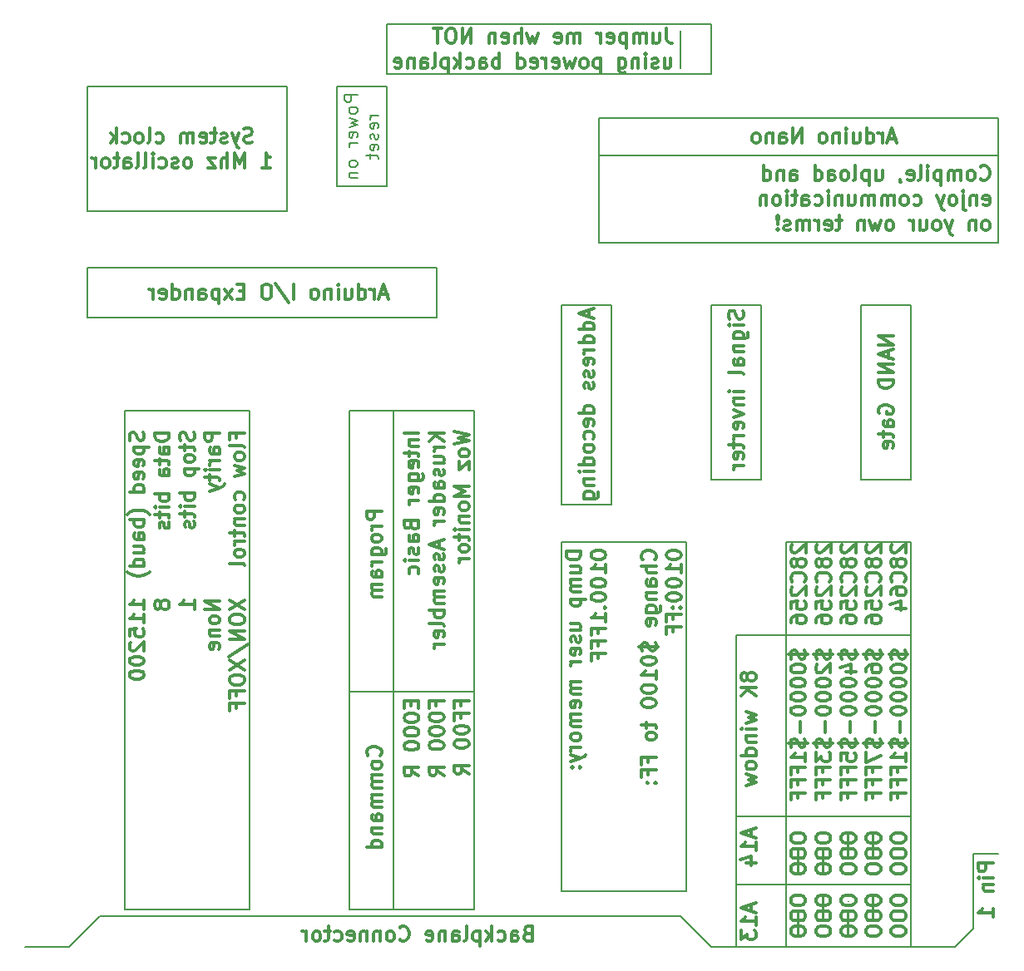
<source format=gbo>
G04 #@! TF.FileFunction,Legend,Bot*
%FSLAX46Y46*%
G04 Gerber Fmt 4.6, Leading zero omitted, Abs format (unit mm)*
G04 Created by KiCad (PCBNEW 4.0.7) date 01/02/19 15:29:26*
%MOMM*%
%LPD*%
G01*
G04 APERTURE LIST*
%ADD10C,0.100000*%
%ADD11C,0.200000*%
%ADD12C,0.300000*%
G04 APERTURE END LIST*
D10*
D11*
X153035000Y-46990000D02*
X157480000Y-46990000D01*
X153035000Y-41910000D02*
X153035000Y-46990000D01*
X157480000Y-41910000D02*
X153035000Y-41910000D01*
X157480000Y-41910000D02*
X158750000Y-41910000D01*
X158750000Y-46990000D02*
X157480000Y-46990000D01*
D12*
X181459286Y-42353571D02*
X181459286Y-43425000D01*
X181530714Y-43639286D01*
X181673571Y-43782143D01*
X181887857Y-43853571D01*
X182030714Y-43853571D01*
X180102143Y-42853571D02*
X180102143Y-43853571D01*
X180745000Y-42853571D02*
X180745000Y-43639286D01*
X180673572Y-43782143D01*
X180530714Y-43853571D01*
X180316429Y-43853571D01*
X180173572Y-43782143D01*
X180102143Y-43710714D01*
X179387857Y-43853571D02*
X179387857Y-42853571D01*
X179387857Y-42996429D02*
X179316429Y-42925000D01*
X179173571Y-42853571D01*
X178959286Y-42853571D01*
X178816429Y-42925000D01*
X178745000Y-43067857D01*
X178745000Y-43853571D01*
X178745000Y-43067857D02*
X178673571Y-42925000D01*
X178530714Y-42853571D01*
X178316429Y-42853571D01*
X178173571Y-42925000D01*
X178102143Y-43067857D01*
X178102143Y-43853571D01*
X177387857Y-42853571D02*
X177387857Y-44353571D01*
X177387857Y-42925000D02*
X177245000Y-42853571D01*
X176959286Y-42853571D01*
X176816429Y-42925000D01*
X176745000Y-42996429D01*
X176673571Y-43139286D01*
X176673571Y-43567857D01*
X176745000Y-43710714D01*
X176816429Y-43782143D01*
X176959286Y-43853571D01*
X177245000Y-43853571D01*
X177387857Y-43782143D01*
X175459286Y-43782143D02*
X175602143Y-43853571D01*
X175887857Y-43853571D01*
X176030714Y-43782143D01*
X176102143Y-43639286D01*
X176102143Y-43067857D01*
X176030714Y-42925000D01*
X175887857Y-42853571D01*
X175602143Y-42853571D01*
X175459286Y-42925000D01*
X175387857Y-43067857D01*
X175387857Y-43210714D01*
X176102143Y-43353571D01*
X174745000Y-43853571D02*
X174745000Y-42853571D01*
X174745000Y-43139286D02*
X174673572Y-42996429D01*
X174602143Y-42925000D01*
X174459286Y-42853571D01*
X174316429Y-42853571D01*
X172673572Y-43853571D02*
X172673572Y-42853571D01*
X172673572Y-42996429D02*
X172602144Y-42925000D01*
X172459286Y-42853571D01*
X172245001Y-42853571D01*
X172102144Y-42925000D01*
X172030715Y-43067857D01*
X172030715Y-43853571D01*
X172030715Y-43067857D02*
X171959286Y-42925000D01*
X171816429Y-42853571D01*
X171602144Y-42853571D01*
X171459286Y-42925000D01*
X171387858Y-43067857D01*
X171387858Y-43853571D01*
X170102144Y-43782143D02*
X170245001Y-43853571D01*
X170530715Y-43853571D01*
X170673572Y-43782143D01*
X170745001Y-43639286D01*
X170745001Y-43067857D01*
X170673572Y-42925000D01*
X170530715Y-42853571D01*
X170245001Y-42853571D01*
X170102144Y-42925000D01*
X170030715Y-43067857D01*
X170030715Y-43210714D01*
X170745001Y-43353571D01*
X168387858Y-42853571D02*
X168102144Y-43853571D01*
X167816430Y-43139286D01*
X167530715Y-43853571D01*
X167245001Y-42853571D01*
X166673572Y-43853571D02*
X166673572Y-42353571D01*
X166030715Y-43853571D02*
X166030715Y-43067857D01*
X166102144Y-42925000D01*
X166245001Y-42853571D01*
X166459286Y-42853571D01*
X166602144Y-42925000D01*
X166673572Y-42996429D01*
X164745001Y-43782143D02*
X164887858Y-43853571D01*
X165173572Y-43853571D01*
X165316429Y-43782143D01*
X165387858Y-43639286D01*
X165387858Y-43067857D01*
X165316429Y-42925000D01*
X165173572Y-42853571D01*
X164887858Y-42853571D01*
X164745001Y-42925000D01*
X164673572Y-43067857D01*
X164673572Y-43210714D01*
X165387858Y-43353571D01*
X164030715Y-42853571D02*
X164030715Y-43853571D01*
X164030715Y-42996429D02*
X163959287Y-42925000D01*
X163816429Y-42853571D01*
X163602144Y-42853571D01*
X163459287Y-42925000D01*
X163387858Y-43067857D01*
X163387858Y-43853571D01*
X161530715Y-43853571D02*
X161530715Y-42353571D01*
X160673572Y-43853571D01*
X160673572Y-42353571D01*
X159673572Y-42353571D02*
X159387858Y-42353571D01*
X159245000Y-42425000D01*
X159102143Y-42567857D01*
X159030715Y-42853571D01*
X159030715Y-43353571D01*
X159102143Y-43639286D01*
X159245000Y-43782143D01*
X159387858Y-43853571D01*
X159673572Y-43853571D01*
X159816429Y-43782143D01*
X159959286Y-43639286D01*
X160030715Y-43353571D01*
X160030715Y-42853571D01*
X159959286Y-42567857D01*
X159816429Y-42425000D01*
X159673572Y-42353571D01*
X158602143Y-42353571D02*
X157745000Y-42353571D01*
X158173571Y-43853571D02*
X158173571Y-42353571D01*
X181245000Y-45403571D02*
X181245000Y-46403571D01*
X181887857Y-45403571D02*
X181887857Y-46189286D01*
X181816429Y-46332143D01*
X181673571Y-46403571D01*
X181459286Y-46403571D01*
X181316429Y-46332143D01*
X181245000Y-46260714D01*
X180602143Y-46332143D02*
X180459286Y-46403571D01*
X180173571Y-46403571D01*
X180030714Y-46332143D01*
X179959286Y-46189286D01*
X179959286Y-46117857D01*
X180030714Y-45975000D01*
X180173571Y-45903571D01*
X180387857Y-45903571D01*
X180530714Y-45832143D01*
X180602143Y-45689286D01*
X180602143Y-45617857D01*
X180530714Y-45475000D01*
X180387857Y-45403571D01*
X180173571Y-45403571D01*
X180030714Y-45475000D01*
X179316428Y-46403571D02*
X179316428Y-45403571D01*
X179316428Y-44903571D02*
X179387857Y-44975000D01*
X179316428Y-45046429D01*
X179245000Y-44975000D01*
X179316428Y-44903571D01*
X179316428Y-45046429D01*
X178602142Y-45403571D02*
X178602142Y-46403571D01*
X178602142Y-45546429D02*
X178530714Y-45475000D01*
X178387856Y-45403571D01*
X178173571Y-45403571D01*
X178030714Y-45475000D01*
X177959285Y-45617857D01*
X177959285Y-46403571D01*
X176602142Y-45403571D02*
X176602142Y-46617857D01*
X176673571Y-46760714D01*
X176744999Y-46832143D01*
X176887856Y-46903571D01*
X177102142Y-46903571D01*
X177244999Y-46832143D01*
X176602142Y-46332143D02*
X176744999Y-46403571D01*
X177030713Y-46403571D01*
X177173571Y-46332143D01*
X177244999Y-46260714D01*
X177316428Y-46117857D01*
X177316428Y-45689286D01*
X177244999Y-45546429D01*
X177173571Y-45475000D01*
X177030713Y-45403571D01*
X176744999Y-45403571D01*
X176602142Y-45475000D01*
X174744999Y-45403571D02*
X174744999Y-46903571D01*
X174744999Y-45475000D02*
X174602142Y-45403571D01*
X174316428Y-45403571D01*
X174173571Y-45475000D01*
X174102142Y-45546429D01*
X174030713Y-45689286D01*
X174030713Y-46117857D01*
X174102142Y-46260714D01*
X174173571Y-46332143D01*
X174316428Y-46403571D01*
X174602142Y-46403571D01*
X174744999Y-46332143D01*
X173173570Y-46403571D02*
X173316428Y-46332143D01*
X173387856Y-46260714D01*
X173459285Y-46117857D01*
X173459285Y-45689286D01*
X173387856Y-45546429D01*
X173316428Y-45475000D01*
X173173570Y-45403571D01*
X172959285Y-45403571D01*
X172816428Y-45475000D01*
X172744999Y-45546429D01*
X172673570Y-45689286D01*
X172673570Y-46117857D01*
X172744999Y-46260714D01*
X172816428Y-46332143D01*
X172959285Y-46403571D01*
X173173570Y-46403571D01*
X172173570Y-45403571D02*
X171887856Y-46403571D01*
X171602142Y-45689286D01*
X171316427Y-46403571D01*
X171030713Y-45403571D01*
X169887856Y-46332143D02*
X170030713Y-46403571D01*
X170316427Y-46403571D01*
X170459284Y-46332143D01*
X170530713Y-46189286D01*
X170530713Y-45617857D01*
X170459284Y-45475000D01*
X170316427Y-45403571D01*
X170030713Y-45403571D01*
X169887856Y-45475000D01*
X169816427Y-45617857D01*
X169816427Y-45760714D01*
X170530713Y-45903571D01*
X169173570Y-46403571D02*
X169173570Y-45403571D01*
X169173570Y-45689286D02*
X169102142Y-45546429D01*
X169030713Y-45475000D01*
X168887856Y-45403571D01*
X168744999Y-45403571D01*
X167673571Y-46332143D02*
X167816428Y-46403571D01*
X168102142Y-46403571D01*
X168244999Y-46332143D01*
X168316428Y-46189286D01*
X168316428Y-45617857D01*
X168244999Y-45475000D01*
X168102142Y-45403571D01*
X167816428Y-45403571D01*
X167673571Y-45475000D01*
X167602142Y-45617857D01*
X167602142Y-45760714D01*
X168316428Y-45903571D01*
X166316428Y-46403571D02*
X166316428Y-44903571D01*
X166316428Y-46332143D02*
X166459285Y-46403571D01*
X166744999Y-46403571D01*
X166887857Y-46332143D01*
X166959285Y-46260714D01*
X167030714Y-46117857D01*
X167030714Y-45689286D01*
X166959285Y-45546429D01*
X166887857Y-45475000D01*
X166744999Y-45403571D01*
X166459285Y-45403571D01*
X166316428Y-45475000D01*
X164459285Y-46403571D02*
X164459285Y-44903571D01*
X164459285Y-45475000D02*
X164316428Y-45403571D01*
X164030714Y-45403571D01*
X163887857Y-45475000D01*
X163816428Y-45546429D01*
X163744999Y-45689286D01*
X163744999Y-46117857D01*
X163816428Y-46260714D01*
X163887857Y-46332143D01*
X164030714Y-46403571D01*
X164316428Y-46403571D01*
X164459285Y-46332143D01*
X162459285Y-46403571D02*
X162459285Y-45617857D01*
X162530714Y-45475000D01*
X162673571Y-45403571D01*
X162959285Y-45403571D01*
X163102142Y-45475000D01*
X162459285Y-46332143D02*
X162602142Y-46403571D01*
X162959285Y-46403571D01*
X163102142Y-46332143D01*
X163173571Y-46189286D01*
X163173571Y-46046429D01*
X163102142Y-45903571D01*
X162959285Y-45832143D01*
X162602142Y-45832143D01*
X162459285Y-45760714D01*
X161102142Y-46332143D02*
X161244999Y-46403571D01*
X161530713Y-46403571D01*
X161673571Y-46332143D01*
X161744999Y-46260714D01*
X161816428Y-46117857D01*
X161816428Y-45689286D01*
X161744999Y-45546429D01*
X161673571Y-45475000D01*
X161530713Y-45403571D01*
X161244999Y-45403571D01*
X161102142Y-45475000D01*
X160459285Y-46403571D02*
X160459285Y-44903571D01*
X160316428Y-45832143D02*
X159887857Y-46403571D01*
X159887857Y-45403571D02*
X160459285Y-45975000D01*
X159244999Y-45403571D02*
X159244999Y-46903571D01*
X159244999Y-45475000D02*
X159102142Y-45403571D01*
X158816428Y-45403571D01*
X158673571Y-45475000D01*
X158602142Y-45546429D01*
X158530713Y-45689286D01*
X158530713Y-46117857D01*
X158602142Y-46260714D01*
X158673571Y-46332143D01*
X158816428Y-46403571D01*
X159102142Y-46403571D01*
X159244999Y-46332143D01*
X157673570Y-46403571D02*
X157816428Y-46332143D01*
X157887856Y-46189286D01*
X157887856Y-44903571D01*
X156459285Y-46403571D02*
X156459285Y-45617857D01*
X156530714Y-45475000D01*
X156673571Y-45403571D01*
X156959285Y-45403571D01*
X157102142Y-45475000D01*
X156459285Y-46332143D02*
X156602142Y-46403571D01*
X156959285Y-46403571D01*
X157102142Y-46332143D01*
X157173571Y-46189286D01*
X157173571Y-46046429D01*
X157102142Y-45903571D01*
X156959285Y-45832143D01*
X156602142Y-45832143D01*
X156459285Y-45760714D01*
X155744999Y-45403571D02*
X155744999Y-46403571D01*
X155744999Y-45546429D02*
X155673571Y-45475000D01*
X155530713Y-45403571D01*
X155316428Y-45403571D01*
X155173571Y-45475000D01*
X155102142Y-45617857D01*
X155102142Y-46403571D01*
X153816428Y-46332143D02*
X153959285Y-46403571D01*
X154244999Y-46403571D01*
X154387856Y-46332143D01*
X154459285Y-46189286D01*
X154459285Y-45617857D01*
X154387856Y-45475000D01*
X154244999Y-45403571D01*
X153959285Y-45403571D01*
X153816428Y-45475000D01*
X153744999Y-45617857D01*
X153744999Y-45760714D01*
X154459285Y-45903571D01*
X167317142Y-134512857D02*
X167102856Y-134584286D01*
X167031428Y-134655714D01*
X166959999Y-134798571D01*
X166959999Y-135012857D01*
X167031428Y-135155714D01*
X167102856Y-135227143D01*
X167245714Y-135298571D01*
X167817142Y-135298571D01*
X167817142Y-133798571D01*
X167317142Y-133798571D01*
X167174285Y-133870000D01*
X167102856Y-133941429D01*
X167031428Y-134084286D01*
X167031428Y-134227143D01*
X167102856Y-134370000D01*
X167174285Y-134441429D01*
X167317142Y-134512857D01*
X167817142Y-134512857D01*
X165674285Y-135298571D02*
X165674285Y-134512857D01*
X165745714Y-134370000D01*
X165888571Y-134298571D01*
X166174285Y-134298571D01*
X166317142Y-134370000D01*
X165674285Y-135227143D02*
X165817142Y-135298571D01*
X166174285Y-135298571D01*
X166317142Y-135227143D01*
X166388571Y-135084286D01*
X166388571Y-134941429D01*
X166317142Y-134798571D01*
X166174285Y-134727143D01*
X165817142Y-134727143D01*
X165674285Y-134655714D01*
X164317142Y-135227143D02*
X164459999Y-135298571D01*
X164745713Y-135298571D01*
X164888571Y-135227143D01*
X164959999Y-135155714D01*
X165031428Y-135012857D01*
X165031428Y-134584286D01*
X164959999Y-134441429D01*
X164888571Y-134370000D01*
X164745713Y-134298571D01*
X164459999Y-134298571D01*
X164317142Y-134370000D01*
X163674285Y-135298571D02*
X163674285Y-133798571D01*
X163531428Y-134727143D02*
X163102857Y-135298571D01*
X163102857Y-134298571D02*
X163674285Y-134870000D01*
X162459999Y-134298571D02*
X162459999Y-135798571D01*
X162459999Y-134370000D02*
X162317142Y-134298571D01*
X162031428Y-134298571D01*
X161888571Y-134370000D01*
X161817142Y-134441429D01*
X161745713Y-134584286D01*
X161745713Y-135012857D01*
X161817142Y-135155714D01*
X161888571Y-135227143D01*
X162031428Y-135298571D01*
X162317142Y-135298571D01*
X162459999Y-135227143D01*
X160888570Y-135298571D02*
X161031428Y-135227143D01*
X161102856Y-135084286D01*
X161102856Y-133798571D01*
X159674285Y-135298571D02*
X159674285Y-134512857D01*
X159745714Y-134370000D01*
X159888571Y-134298571D01*
X160174285Y-134298571D01*
X160317142Y-134370000D01*
X159674285Y-135227143D02*
X159817142Y-135298571D01*
X160174285Y-135298571D01*
X160317142Y-135227143D01*
X160388571Y-135084286D01*
X160388571Y-134941429D01*
X160317142Y-134798571D01*
X160174285Y-134727143D01*
X159817142Y-134727143D01*
X159674285Y-134655714D01*
X158959999Y-134298571D02*
X158959999Y-135298571D01*
X158959999Y-134441429D02*
X158888571Y-134370000D01*
X158745713Y-134298571D01*
X158531428Y-134298571D01*
X158388571Y-134370000D01*
X158317142Y-134512857D01*
X158317142Y-135298571D01*
X157031428Y-135227143D02*
X157174285Y-135298571D01*
X157459999Y-135298571D01*
X157602856Y-135227143D01*
X157674285Y-135084286D01*
X157674285Y-134512857D01*
X157602856Y-134370000D01*
X157459999Y-134298571D01*
X157174285Y-134298571D01*
X157031428Y-134370000D01*
X156959999Y-134512857D01*
X156959999Y-134655714D01*
X157674285Y-134798571D01*
X154317142Y-135155714D02*
X154388571Y-135227143D01*
X154602857Y-135298571D01*
X154745714Y-135298571D01*
X154959999Y-135227143D01*
X155102857Y-135084286D01*
X155174285Y-134941429D01*
X155245714Y-134655714D01*
X155245714Y-134441429D01*
X155174285Y-134155714D01*
X155102857Y-134012857D01*
X154959999Y-133870000D01*
X154745714Y-133798571D01*
X154602857Y-133798571D01*
X154388571Y-133870000D01*
X154317142Y-133941429D01*
X153459999Y-135298571D02*
X153602857Y-135227143D01*
X153674285Y-135155714D01*
X153745714Y-135012857D01*
X153745714Y-134584286D01*
X153674285Y-134441429D01*
X153602857Y-134370000D01*
X153459999Y-134298571D01*
X153245714Y-134298571D01*
X153102857Y-134370000D01*
X153031428Y-134441429D01*
X152959999Y-134584286D01*
X152959999Y-135012857D01*
X153031428Y-135155714D01*
X153102857Y-135227143D01*
X153245714Y-135298571D01*
X153459999Y-135298571D01*
X152317142Y-134298571D02*
X152317142Y-135298571D01*
X152317142Y-134441429D02*
X152245714Y-134370000D01*
X152102856Y-134298571D01*
X151888571Y-134298571D01*
X151745714Y-134370000D01*
X151674285Y-134512857D01*
X151674285Y-135298571D01*
X150959999Y-134298571D02*
X150959999Y-135298571D01*
X150959999Y-134441429D02*
X150888571Y-134370000D01*
X150745713Y-134298571D01*
X150531428Y-134298571D01*
X150388571Y-134370000D01*
X150317142Y-134512857D01*
X150317142Y-135298571D01*
X149031428Y-135227143D02*
X149174285Y-135298571D01*
X149459999Y-135298571D01*
X149602856Y-135227143D01*
X149674285Y-135084286D01*
X149674285Y-134512857D01*
X149602856Y-134370000D01*
X149459999Y-134298571D01*
X149174285Y-134298571D01*
X149031428Y-134370000D01*
X148959999Y-134512857D01*
X148959999Y-134655714D01*
X149674285Y-134798571D01*
X147674285Y-135227143D02*
X147817142Y-135298571D01*
X148102856Y-135298571D01*
X148245714Y-135227143D01*
X148317142Y-135155714D01*
X148388571Y-135012857D01*
X148388571Y-134584286D01*
X148317142Y-134441429D01*
X148245714Y-134370000D01*
X148102856Y-134298571D01*
X147817142Y-134298571D01*
X147674285Y-134370000D01*
X147245714Y-134298571D02*
X146674285Y-134298571D01*
X147031428Y-133798571D02*
X147031428Y-135084286D01*
X146960000Y-135227143D01*
X146817142Y-135298571D01*
X146674285Y-135298571D01*
X145959999Y-135298571D02*
X146102857Y-135227143D01*
X146174285Y-135155714D01*
X146245714Y-135012857D01*
X146245714Y-134584286D01*
X146174285Y-134441429D01*
X146102857Y-134370000D01*
X145959999Y-134298571D01*
X145745714Y-134298571D01*
X145602857Y-134370000D01*
X145531428Y-134441429D01*
X145459999Y-134584286D01*
X145459999Y-135012857D01*
X145531428Y-135155714D01*
X145602857Y-135227143D01*
X145745714Y-135298571D01*
X145959999Y-135298571D01*
X144817142Y-135298571D02*
X144817142Y-134298571D01*
X144817142Y-134584286D02*
X144745714Y-134441429D01*
X144674285Y-134370000D01*
X144531428Y-134298571D01*
X144388571Y-134298571D01*
X214673571Y-127357143D02*
X213173571Y-127357143D01*
X213173571Y-127928571D01*
X213245000Y-128071429D01*
X213316429Y-128142857D01*
X213459286Y-128214286D01*
X213673571Y-128214286D01*
X213816429Y-128142857D01*
X213887857Y-128071429D01*
X213959286Y-127928571D01*
X213959286Y-127357143D01*
X214673571Y-128857143D02*
X213673571Y-128857143D01*
X213173571Y-128857143D02*
X213245000Y-128785714D01*
X213316429Y-128857143D01*
X213245000Y-128928571D01*
X213173571Y-128857143D01*
X213316429Y-128857143D01*
X213673571Y-129571429D02*
X214673571Y-129571429D01*
X213816429Y-129571429D02*
X213745000Y-129642857D01*
X213673571Y-129785715D01*
X213673571Y-130000000D01*
X213745000Y-130142857D01*
X213887857Y-130214286D01*
X214673571Y-130214286D01*
X214673571Y-132857143D02*
X214673571Y-132000000D01*
X214673571Y-132428572D02*
X213173571Y-132428572D01*
X213387857Y-132285715D01*
X213530714Y-132142857D01*
X213602143Y-132000000D01*
D11*
X120650000Y-135890000D02*
X116205000Y-135890000D01*
X123825000Y-132715000D02*
X120650000Y-135890000D01*
X182880000Y-132715000D02*
X123825000Y-132715000D01*
X186055000Y-135890000D02*
X182880000Y-132715000D01*
X210820000Y-135890000D02*
X186055000Y-135890000D01*
X212725000Y-133985000D02*
X210820000Y-135890000D01*
X212725000Y-126365000D02*
X212725000Y-133985000D01*
X215265000Y-126365000D02*
X212725000Y-126365000D01*
X182880000Y-42545000D02*
X182880000Y-46355000D01*
X158750000Y-46990000D02*
X186055000Y-46990000D01*
X186055000Y-41910000D02*
X158750000Y-41910000D01*
X186055000Y-46990000D02*
X186055000Y-41910000D01*
X215265000Y-55245000D02*
X174625000Y-55245000D01*
D12*
X204770715Y-53590000D02*
X204056429Y-53590000D01*
X204913572Y-54018571D02*
X204413572Y-52518571D01*
X203913572Y-54018571D01*
X203413572Y-54018571D02*
X203413572Y-53018571D01*
X203413572Y-53304286D02*
X203342144Y-53161429D01*
X203270715Y-53090000D01*
X203127858Y-53018571D01*
X202985001Y-53018571D01*
X201842144Y-54018571D02*
X201842144Y-52518571D01*
X201842144Y-53947143D02*
X201985001Y-54018571D01*
X202270715Y-54018571D01*
X202413573Y-53947143D01*
X202485001Y-53875714D01*
X202556430Y-53732857D01*
X202556430Y-53304286D01*
X202485001Y-53161429D01*
X202413573Y-53090000D01*
X202270715Y-53018571D01*
X201985001Y-53018571D01*
X201842144Y-53090000D01*
X200485001Y-53018571D02*
X200485001Y-54018571D01*
X201127858Y-53018571D02*
X201127858Y-53804286D01*
X201056430Y-53947143D01*
X200913572Y-54018571D01*
X200699287Y-54018571D01*
X200556430Y-53947143D01*
X200485001Y-53875714D01*
X199770715Y-54018571D02*
X199770715Y-53018571D01*
X199770715Y-52518571D02*
X199842144Y-52590000D01*
X199770715Y-52661429D01*
X199699287Y-52590000D01*
X199770715Y-52518571D01*
X199770715Y-52661429D01*
X199056429Y-53018571D02*
X199056429Y-54018571D01*
X199056429Y-53161429D02*
X198985001Y-53090000D01*
X198842143Y-53018571D01*
X198627858Y-53018571D01*
X198485001Y-53090000D01*
X198413572Y-53232857D01*
X198413572Y-54018571D01*
X197485000Y-54018571D02*
X197627858Y-53947143D01*
X197699286Y-53875714D01*
X197770715Y-53732857D01*
X197770715Y-53304286D01*
X197699286Y-53161429D01*
X197627858Y-53090000D01*
X197485000Y-53018571D01*
X197270715Y-53018571D01*
X197127858Y-53090000D01*
X197056429Y-53161429D01*
X196985000Y-53304286D01*
X196985000Y-53732857D01*
X197056429Y-53875714D01*
X197127858Y-53947143D01*
X197270715Y-54018571D01*
X197485000Y-54018571D01*
X195199286Y-54018571D02*
X195199286Y-52518571D01*
X194342143Y-54018571D01*
X194342143Y-52518571D01*
X192985000Y-54018571D02*
X192985000Y-53232857D01*
X193056429Y-53090000D01*
X193199286Y-53018571D01*
X193485000Y-53018571D01*
X193627857Y-53090000D01*
X192985000Y-53947143D02*
X193127857Y-54018571D01*
X193485000Y-54018571D01*
X193627857Y-53947143D01*
X193699286Y-53804286D01*
X193699286Y-53661429D01*
X193627857Y-53518571D01*
X193485000Y-53447143D01*
X193127857Y-53447143D01*
X192985000Y-53375714D01*
X192270714Y-53018571D02*
X192270714Y-54018571D01*
X192270714Y-53161429D02*
X192199286Y-53090000D01*
X192056428Y-53018571D01*
X191842143Y-53018571D01*
X191699286Y-53090000D01*
X191627857Y-53232857D01*
X191627857Y-54018571D01*
X190699285Y-54018571D02*
X190842143Y-53947143D01*
X190913571Y-53875714D01*
X190985000Y-53732857D01*
X190985000Y-53304286D01*
X190913571Y-53161429D01*
X190842143Y-53090000D01*
X190699285Y-53018571D01*
X190485000Y-53018571D01*
X190342143Y-53090000D01*
X190270714Y-53161429D01*
X190199285Y-53304286D01*
X190199285Y-53732857D01*
X190270714Y-53875714D01*
X190342143Y-53947143D01*
X190485000Y-54018571D01*
X190699285Y-54018571D01*
X213415714Y-57675714D02*
X213487143Y-57747143D01*
X213701429Y-57818571D01*
X213844286Y-57818571D01*
X214058571Y-57747143D01*
X214201429Y-57604286D01*
X214272857Y-57461429D01*
X214344286Y-57175714D01*
X214344286Y-56961429D01*
X214272857Y-56675714D01*
X214201429Y-56532857D01*
X214058571Y-56390000D01*
X213844286Y-56318571D01*
X213701429Y-56318571D01*
X213487143Y-56390000D01*
X213415714Y-56461429D01*
X212558571Y-57818571D02*
X212701429Y-57747143D01*
X212772857Y-57675714D01*
X212844286Y-57532857D01*
X212844286Y-57104286D01*
X212772857Y-56961429D01*
X212701429Y-56890000D01*
X212558571Y-56818571D01*
X212344286Y-56818571D01*
X212201429Y-56890000D01*
X212130000Y-56961429D01*
X212058571Y-57104286D01*
X212058571Y-57532857D01*
X212130000Y-57675714D01*
X212201429Y-57747143D01*
X212344286Y-57818571D01*
X212558571Y-57818571D01*
X211415714Y-57818571D02*
X211415714Y-56818571D01*
X211415714Y-56961429D02*
X211344286Y-56890000D01*
X211201428Y-56818571D01*
X210987143Y-56818571D01*
X210844286Y-56890000D01*
X210772857Y-57032857D01*
X210772857Y-57818571D01*
X210772857Y-57032857D02*
X210701428Y-56890000D01*
X210558571Y-56818571D01*
X210344286Y-56818571D01*
X210201428Y-56890000D01*
X210130000Y-57032857D01*
X210130000Y-57818571D01*
X209415714Y-56818571D02*
X209415714Y-58318571D01*
X209415714Y-56890000D02*
X209272857Y-56818571D01*
X208987143Y-56818571D01*
X208844286Y-56890000D01*
X208772857Y-56961429D01*
X208701428Y-57104286D01*
X208701428Y-57532857D01*
X208772857Y-57675714D01*
X208844286Y-57747143D01*
X208987143Y-57818571D01*
X209272857Y-57818571D01*
X209415714Y-57747143D01*
X208058571Y-57818571D02*
X208058571Y-56818571D01*
X208058571Y-56318571D02*
X208130000Y-56390000D01*
X208058571Y-56461429D01*
X207987143Y-56390000D01*
X208058571Y-56318571D01*
X208058571Y-56461429D01*
X207129999Y-57818571D02*
X207272857Y-57747143D01*
X207344285Y-57604286D01*
X207344285Y-56318571D01*
X205987143Y-57747143D02*
X206130000Y-57818571D01*
X206415714Y-57818571D01*
X206558571Y-57747143D01*
X206630000Y-57604286D01*
X206630000Y-57032857D01*
X206558571Y-56890000D01*
X206415714Y-56818571D01*
X206130000Y-56818571D01*
X205987143Y-56890000D01*
X205915714Y-57032857D01*
X205915714Y-57175714D01*
X206630000Y-57318571D01*
X205201429Y-57747143D02*
X205201429Y-57818571D01*
X205272857Y-57961429D01*
X205344286Y-58032857D01*
X202772857Y-56818571D02*
X202772857Y-57818571D01*
X203415714Y-56818571D02*
X203415714Y-57604286D01*
X203344286Y-57747143D01*
X203201428Y-57818571D01*
X202987143Y-57818571D01*
X202844286Y-57747143D01*
X202772857Y-57675714D01*
X202058571Y-56818571D02*
X202058571Y-58318571D01*
X202058571Y-56890000D02*
X201915714Y-56818571D01*
X201630000Y-56818571D01*
X201487143Y-56890000D01*
X201415714Y-56961429D01*
X201344285Y-57104286D01*
X201344285Y-57532857D01*
X201415714Y-57675714D01*
X201487143Y-57747143D01*
X201630000Y-57818571D01*
X201915714Y-57818571D01*
X202058571Y-57747143D01*
X200487142Y-57818571D02*
X200630000Y-57747143D01*
X200701428Y-57604286D01*
X200701428Y-56318571D01*
X199701428Y-57818571D02*
X199844286Y-57747143D01*
X199915714Y-57675714D01*
X199987143Y-57532857D01*
X199987143Y-57104286D01*
X199915714Y-56961429D01*
X199844286Y-56890000D01*
X199701428Y-56818571D01*
X199487143Y-56818571D01*
X199344286Y-56890000D01*
X199272857Y-56961429D01*
X199201428Y-57104286D01*
X199201428Y-57532857D01*
X199272857Y-57675714D01*
X199344286Y-57747143D01*
X199487143Y-57818571D01*
X199701428Y-57818571D01*
X197915714Y-57818571D02*
X197915714Y-57032857D01*
X197987143Y-56890000D01*
X198130000Y-56818571D01*
X198415714Y-56818571D01*
X198558571Y-56890000D01*
X197915714Y-57747143D02*
X198058571Y-57818571D01*
X198415714Y-57818571D01*
X198558571Y-57747143D01*
X198630000Y-57604286D01*
X198630000Y-57461429D01*
X198558571Y-57318571D01*
X198415714Y-57247143D01*
X198058571Y-57247143D01*
X197915714Y-57175714D01*
X196558571Y-57818571D02*
X196558571Y-56318571D01*
X196558571Y-57747143D02*
X196701428Y-57818571D01*
X196987142Y-57818571D01*
X197130000Y-57747143D01*
X197201428Y-57675714D01*
X197272857Y-57532857D01*
X197272857Y-57104286D01*
X197201428Y-56961429D01*
X197130000Y-56890000D01*
X196987142Y-56818571D01*
X196701428Y-56818571D01*
X196558571Y-56890000D01*
X194058571Y-57818571D02*
X194058571Y-57032857D01*
X194130000Y-56890000D01*
X194272857Y-56818571D01*
X194558571Y-56818571D01*
X194701428Y-56890000D01*
X194058571Y-57747143D02*
X194201428Y-57818571D01*
X194558571Y-57818571D01*
X194701428Y-57747143D01*
X194772857Y-57604286D01*
X194772857Y-57461429D01*
X194701428Y-57318571D01*
X194558571Y-57247143D01*
X194201428Y-57247143D01*
X194058571Y-57175714D01*
X193344285Y-56818571D02*
X193344285Y-57818571D01*
X193344285Y-56961429D02*
X193272857Y-56890000D01*
X193129999Y-56818571D01*
X192915714Y-56818571D01*
X192772857Y-56890000D01*
X192701428Y-57032857D01*
X192701428Y-57818571D01*
X191344285Y-57818571D02*
X191344285Y-56318571D01*
X191344285Y-57747143D02*
X191487142Y-57818571D01*
X191772856Y-57818571D01*
X191915714Y-57747143D01*
X191987142Y-57675714D01*
X192058571Y-57532857D01*
X192058571Y-57104286D01*
X191987142Y-56961429D01*
X191915714Y-56890000D01*
X191772856Y-56818571D01*
X191487142Y-56818571D01*
X191344285Y-56890000D01*
X213701429Y-60297143D02*
X213844286Y-60368571D01*
X214130000Y-60368571D01*
X214272857Y-60297143D01*
X214344286Y-60154286D01*
X214344286Y-59582857D01*
X214272857Y-59440000D01*
X214130000Y-59368571D01*
X213844286Y-59368571D01*
X213701429Y-59440000D01*
X213630000Y-59582857D01*
X213630000Y-59725714D01*
X214344286Y-59868571D01*
X212987143Y-59368571D02*
X212987143Y-60368571D01*
X212987143Y-59511429D02*
X212915715Y-59440000D01*
X212772857Y-59368571D01*
X212558572Y-59368571D01*
X212415715Y-59440000D01*
X212344286Y-59582857D01*
X212344286Y-60368571D01*
X211630000Y-59368571D02*
X211630000Y-60654286D01*
X211701429Y-60797143D01*
X211844286Y-60868571D01*
X211915714Y-60868571D01*
X211630000Y-58868571D02*
X211701429Y-58940000D01*
X211630000Y-59011429D01*
X211558572Y-58940000D01*
X211630000Y-58868571D01*
X211630000Y-59011429D01*
X210701428Y-60368571D02*
X210844286Y-60297143D01*
X210915714Y-60225714D01*
X210987143Y-60082857D01*
X210987143Y-59654286D01*
X210915714Y-59511429D01*
X210844286Y-59440000D01*
X210701428Y-59368571D01*
X210487143Y-59368571D01*
X210344286Y-59440000D01*
X210272857Y-59511429D01*
X210201428Y-59654286D01*
X210201428Y-60082857D01*
X210272857Y-60225714D01*
X210344286Y-60297143D01*
X210487143Y-60368571D01*
X210701428Y-60368571D01*
X209701428Y-59368571D02*
X209344285Y-60368571D01*
X208987143Y-59368571D02*
X209344285Y-60368571D01*
X209487143Y-60725714D01*
X209558571Y-60797143D01*
X209701428Y-60868571D01*
X206630000Y-60297143D02*
X206772857Y-60368571D01*
X207058571Y-60368571D01*
X207201429Y-60297143D01*
X207272857Y-60225714D01*
X207344286Y-60082857D01*
X207344286Y-59654286D01*
X207272857Y-59511429D01*
X207201429Y-59440000D01*
X207058571Y-59368571D01*
X206772857Y-59368571D01*
X206630000Y-59440000D01*
X205772857Y-60368571D02*
X205915715Y-60297143D01*
X205987143Y-60225714D01*
X206058572Y-60082857D01*
X206058572Y-59654286D01*
X205987143Y-59511429D01*
X205915715Y-59440000D01*
X205772857Y-59368571D01*
X205558572Y-59368571D01*
X205415715Y-59440000D01*
X205344286Y-59511429D01*
X205272857Y-59654286D01*
X205272857Y-60082857D01*
X205344286Y-60225714D01*
X205415715Y-60297143D01*
X205558572Y-60368571D01*
X205772857Y-60368571D01*
X204630000Y-60368571D02*
X204630000Y-59368571D01*
X204630000Y-59511429D02*
X204558572Y-59440000D01*
X204415714Y-59368571D01*
X204201429Y-59368571D01*
X204058572Y-59440000D01*
X203987143Y-59582857D01*
X203987143Y-60368571D01*
X203987143Y-59582857D02*
X203915714Y-59440000D01*
X203772857Y-59368571D01*
X203558572Y-59368571D01*
X203415714Y-59440000D01*
X203344286Y-59582857D01*
X203344286Y-60368571D01*
X202630000Y-60368571D02*
X202630000Y-59368571D01*
X202630000Y-59511429D02*
X202558572Y-59440000D01*
X202415714Y-59368571D01*
X202201429Y-59368571D01*
X202058572Y-59440000D01*
X201987143Y-59582857D01*
X201987143Y-60368571D01*
X201987143Y-59582857D02*
X201915714Y-59440000D01*
X201772857Y-59368571D01*
X201558572Y-59368571D01*
X201415714Y-59440000D01*
X201344286Y-59582857D01*
X201344286Y-60368571D01*
X199987143Y-59368571D02*
X199987143Y-60368571D01*
X200630000Y-59368571D02*
X200630000Y-60154286D01*
X200558572Y-60297143D01*
X200415714Y-60368571D01*
X200201429Y-60368571D01*
X200058572Y-60297143D01*
X199987143Y-60225714D01*
X199272857Y-59368571D02*
X199272857Y-60368571D01*
X199272857Y-59511429D02*
X199201429Y-59440000D01*
X199058571Y-59368571D01*
X198844286Y-59368571D01*
X198701429Y-59440000D01*
X198630000Y-59582857D01*
X198630000Y-60368571D01*
X197915714Y-60368571D02*
X197915714Y-59368571D01*
X197915714Y-58868571D02*
X197987143Y-58940000D01*
X197915714Y-59011429D01*
X197844286Y-58940000D01*
X197915714Y-58868571D01*
X197915714Y-59011429D01*
X196558571Y-60297143D02*
X196701428Y-60368571D01*
X196987142Y-60368571D01*
X197130000Y-60297143D01*
X197201428Y-60225714D01*
X197272857Y-60082857D01*
X197272857Y-59654286D01*
X197201428Y-59511429D01*
X197130000Y-59440000D01*
X196987142Y-59368571D01*
X196701428Y-59368571D01*
X196558571Y-59440000D01*
X195272857Y-60368571D02*
X195272857Y-59582857D01*
X195344286Y-59440000D01*
X195487143Y-59368571D01*
X195772857Y-59368571D01*
X195915714Y-59440000D01*
X195272857Y-60297143D02*
X195415714Y-60368571D01*
X195772857Y-60368571D01*
X195915714Y-60297143D01*
X195987143Y-60154286D01*
X195987143Y-60011429D01*
X195915714Y-59868571D01*
X195772857Y-59797143D01*
X195415714Y-59797143D01*
X195272857Y-59725714D01*
X194772857Y-59368571D02*
X194201428Y-59368571D01*
X194558571Y-58868571D02*
X194558571Y-60154286D01*
X194487143Y-60297143D01*
X194344285Y-60368571D01*
X194201428Y-60368571D01*
X193701428Y-60368571D02*
X193701428Y-59368571D01*
X193701428Y-58868571D02*
X193772857Y-58940000D01*
X193701428Y-59011429D01*
X193630000Y-58940000D01*
X193701428Y-58868571D01*
X193701428Y-59011429D01*
X192772856Y-60368571D02*
X192915714Y-60297143D01*
X192987142Y-60225714D01*
X193058571Y-60082857D01*
X193058571Y-59654286D01*
X192987142Y-59511429D01*
X192915714Y-59440000D01*
X192772856Y-59368571D01*
X192558571Y-59368571D01*
X192415714Y-59440000D01*
X192344285Y-59511429D01*
X192272856Y-59654286D01*
X192272856Y-60082857D01*
X192344285Y-60225714D01*
X192415714Y-60297143D01*
X192558571Y-60368571D01*
X192772856Y-60368571D01*
X191629999Y-59368571D02*
X191629999Y-60368571D01*
X191629999Y-59511429D02*
X191558571Y-59440000D01*
X191415713Y-59368571D01*
X191201428Y-59368571D01*
X191058571Y-59440000D01*
X190987142Y-59582857D01*
X190987142Y-60368571D01*
X214058571Y-62918571D02*
X214201429Y-62847143D01*
X214272857Y-62775714D01*
X214344286Y-62632857D01*
X214344286Y-62204286D01*
X214272857Y-62061429D01*
X214201429Y-61990000D01*
X214058571Y-61918571D01*
X213844286Y-61918571D01*
X213701429Y-61990000D01*
X213630000Y-62061429D01*
X213558571Y-62204286D01*
X213558571Y-62632857D01*
X213630000Y-62775714D01*
X213701429Y-62847143D01*
X213844286Y-62918571D01*
X214058571Y-62918571D01*
X212915714Y-61918571D02*
X212915714Y-62918571D01*
X212915714Y-62061429D02*
X212844286Y-61990000D01*
X212701428Y-61918571D01*
X212487143Y-61918571D01*
X212344286Y-61990000D01*
X212272857Y-62132857D01*
X212272857Y-62918571D01*
X210558571Y-61918571D02*
X210201428Y-62918571D01*
X209844286Y-61918571D02*
X210201428Y-62918571D01*
X210344286Y-63275714D01*
X210415714Y-63347143D01*
X210558571Y-63418571D01*
X209058571Y-62918571D02*
X209201429Y-62847143D01*
X209272857Y-62775714D01*
X209344286Y-62632857D01*
X209344286Y-62204286D01*
X209272857Y-62061429D01*
X209201429Y-61990000D01*
X209058571Y-61918571D01*
X208844286Y-61918571D01*
X208701429Y-61990000D01*
X208630000Y-62061429D01*
X208558571Y-62204286D01*
X208558571Y-62632857D01*
X208630000Y-62775714D01*
X208701429Y-62847143D01*
X208844286Y-62918571D01*
X209058571Y-62918571D01*
X207272857Y-61918571D02*
X207272857Y-62918571D01*
X207915714Y-61918571D02*
X207915714Y-62704286D01*
X207844286Y-62847143D01*
X207701428Y-62918571D01*
X207487143Y-62918571D01*
X207344286Y-62847143D01*
X207272857Y-62775714D01*
X206558571Y-62918571D02*
X206558571Y-61918571D01*
X206558571Y-62204286D02*
X206487143Y-62061429D01*
X206415714Y-61990000D01*
X206272857Y-61918571D01*
X206130000Y-61918571D01*
X204272857Y-62918571D02*
X204415715Y-62847143D01*
X204487143Y-62775714D01*
X204558572Y-62632857D01*
X204558572Y-62204286D01*
X204487143Y-62061429D01*
X204415715Y-61990000D01*
X204272857Y-61918571D01*
X204058572Y-61918571D01*
X203915715Y-61990000D01*
X203844286Y-62061429D01*
X203772857Y-62204286D01*
X203772857Y-62632857D01*
X203844286Y-62775714D01*
X203915715Y-62847143D01*
X204058572Y-62918571D01*
X204272857Y-62918571D01*
X203272857Y-61918571D02*
X202987143Y-62918571D01*
X202701429Y-62204286D01*
X202415714Y-62918571D01*
X202130000Y-61918571D01*
X201558571Y-61918571D02*
X201558571Y-62918571D01*
X201558571Y-62061429D02*
X201487143Y-61990000D01*
X201344285Y-61918571D01*
X201130000Y-61918571D01*
X200987143Y-61990000D01*
X200915714Y-62132857D01*
X200915714Y-62918571D01*
X199272857Y-61918571D02*
X198701428Y-61918571D01*
X199058571Y-61418571D02*
X199058571Y-62704286D01*
X198987143Y-62847143D01*
X198844285Y-62918571D01*
X198701428Y-62918571D01*
X197630000Y-62847143D02*
X197772857Y-62918571D01*
X198058571Y-62918571D01*
X198201428Y-62847143D01*
X198272857Y-62704286D01*
X198272857Y-62132857D01*
X198201428Y-61990000D01*
X198058571Y-61918571D01*
X197772857Y-61918571D01*
X197630000Y-61990000D01*
X197558571Y-62132857D01*
X197558571Y-62275714D01*
X198272857Y-62418571D01*
X196915714Y-62918571D02*
X196915714Y-61918571D01*
X196915714Y-62204286D02*
X196844286Y-62061429D01*
X196772857Y-61990000D01*
X196630000Y-61918571D01*
X196487143Y-61918571D01*
X195987143Y-62918571D02*
X195987143Y-61918571D01*
X195987143Y-62061429D02*
X195915715Y-61990000D01*
X195772857Y-61918571D01*
X195558572Y-61918571D01*
X195415715Y-61990000D01*
X195344286Y-62132857D01*
X195344286Y-62918571D01*
X195344286Y-62132857D02*
X195272857Y-61990000D01*
X195130000Y-61918571D01*
X194915715Y-61918571D01*
X194772857Y-61990000D01*
X194701429Y-62132857D01*
X194701429Y-62918571D01*
X194058572Y-62847143D02*
X193915715Y-62918571D01*
X193630000Y-62918571D01*
X193487143Y-62847143D01*
X193415715Y-62704286D01*
X193415715Y-62632857D01*
X193487143Y-62490000D01*
X193630000Y-62418571D01*
X193844286Y-62418571D01*
X193987143Y-62347143D01*
X194058572Y-62204286D01*
X194058572Y-62132857D01*
X193987143Y-61990000D01*
X193844286Y-61918571D01*
X193630000Y-61918571D01*
X193487143Y-61990000D01*
X192772857Y-62775714D02*
X192701429Y-62847143D01*
X192772857Y-62918571D01*
X192844286Y-62847143D01*
X192772857Y-62775714D01*
X192772857Y-62918571D01*
X192772857Y-62347143D02*
X192844286Y-61490000D01*
X192772857Y-61418571D01*
X192701429Y-61490000D01*
X192772857Y-62347143D01*
X192772857Y-61418571D01*
D11*
X174625000Y-64135000D02*
X174625000Y-51435000D01*
X215265000Y-64135000D02*
X174625000Y-64135000D01*
X215265000Y-51435000D02*
X215265000Y-64135000D01*
X174625000Y-51435000D02*
X215265000Y-51435000D01*
X150008095Y-49099525D02*
X148708095Y-49099525D01*
X148708095Y-49594763D01*
X148770000Y-49718572D01*
X148831905Y-49780477D01*
X148955714Y-49842382D01*
X149141429Y-49842382D01*
X149265238Y-49780477D01*
X149327143Y-49718572D01*
X149389048Y-49594763D01*
X149389048Y-49099525D01*
X150008095Y-50585239D02*
X149946190Y-50461430D01*
X149884286Y-50399525D01*
X149760476Y-50337620D01*
X149389048Y-50337620D01*
X149265238Y-50399525D01*
X149203333Y-50461430D01*
X149141429Y-50585239D01*
X149141429Y-50770953D01*
X149203333Y-50894763D01*
X149265238Y-50956668D01*
X149389048Y-51018572D01*
X149760476Y-51018572D01*
X149884286Y-50956668D01*
X149946190Y-50894763D01*
X150008095Y-50770953D01*
X150008095Y-50585239D01*
X149141429Y-51451905D02*
X150008095Y-51699524D01*
X149389048Y-51947143D01*
X150008095Y-52194762D01*
X149141429Y-52442381D01*
X149946190Y-53432858D02*
X150008095Y-53309048D01*
X150008095Y-53061429D01*
X149946190Y-52937620D01*
X149822381Y-52875715D01*
X149327143Y-52875715D01*
X149203333Y-52937620D01*
X149141429Y-53061429D01*
X149141429Y-53309048D01*
X149203333Y-53432858D01*
X149327143Y-53494763D01*
X149450952Y-53494763D01*
X149574762Y-52875715D01*
X150008095Y-54051906D02*
X149141429Y-54051906D01*
X149389048Y-54051906D02*
X149265238Y-54113811D01*
X149203333Y-54175715D01*
X149141429Y-54299525D01*
X149141429Y-54423334D01*
X150008095Y-56032858D02*
X149946190Y-55909049D01*
X149884286Y-55847144D01*
X149760476Y-55785239D01*
X149389048Y-55785239D01*
X149265238Y-55847144D01*
X149203333Y-55909049D01*
X149141429Y-56032858D01*
X149141429Y-56218572D01*
X149203333Y-56342382D01*
X149265238Y-56404287D01*
X149389048Y-56466191D01*
X149760476Y-56466191D01*
X149884286Y-56404287D01*
X149946190Y-56342382D01*
X150008095Y-56218572D01*
X150008095Y-56032858D01*
X149141429Y-57023334D02*
X150008095Y-57023334D01*
X149265238Y-57023334D02*
X149203333Y-57085239D01*
X149141429Y-57209048D01*
X149141429Y-57394762D01*
X149203333Y-57518572D01*
X149327143Y-57580477D01*
X150008095Y-57580477D01*
X152158095Y-51235238D02*
X151291429Y-51235238D01*
X151539048Y-51235238D02*
X151415238Y-51297143D01*
X151353333Y-51359047D01*
X151291429Y-51482857D01*
X151291429Y-51606666D01*
X152096190Y-52535238D02*
X152158095Y-52411428D01*
X152158095Y-52163809D01*
X152096190Y-52040000D01*
X151972381Y-51978095D01*
X151477143Y-51978095D01*
X151353333Y-52040000D01*
X151291429Y-52163809D01*
X151291429Y-52411428D01*
X151353333Y-52535238D01*
X151477143Y-52597143D01*
X151600952Y-52597143D01*
X151724762Y-51978095D01*
X152096190Y-53092381D02*
X152158095Y-53216191D01*
X152158095Y-53463810D01*
X152096190Y-53587619D01*
X151972381Y-53649524D01*
X151910476Y-53649524D01*
X151786667Y-53587619D01*
X151724762Y-53463810D01*
X151724762Y-53278095D01*
X151662857Y-53154286D01*
X151539048Y-53092381D01*
X151477143Y-53092381D01*
X151353333Y-53154286D01*
X151291429Y-53278095D01*
X151291429Y-53463810D01*
X151353333Y-53587619D01*
X152096190Y-54701905D02*
X152158095Y-54578095D01*
X152158095Y-54330476D01*
X152096190Y-54206667D01*
X151972381Y-54144762D01*
X151477143Y-54144762D01*
X151353333Y-54206667D01*
X151291429Y-54330476D01*
X151291429Y-54578095D01*
X151353333Y-54701905D01*
X151477143Y-54763810D01*
X151600952Y-54763810D01*
X151724762Y-54144762D01*
X151291429Y-55135239D02*
X151291429Y-55630477D01*
X150858095Y-55320953D02*
X151972381Y-55320953D01*
X152096190Y-55382858D01*
X152158095Y-55506667D01*
X152158095Y-55630477D01*
X153035000Y-48260000D02*
X147955000Y-48260000D01*
X153035000Y-58420000D02*
X153035000Y-48260000D01*
X147955000Y-58420000D02*
X153035000Y-58420000D01*
X147955000Y-48260000D02*
X147955000Y-58420000D01*
D12*
X139294285Y-53942143D02*
X139079999Y-54013571D01*
X138722856Y-54013571D01*
X138579999Y-53942143D01*
X138508570Y-53870714D01*
X138437142Y-53727857D01*
X138437142Y-53585000D01*
X138508570Y-53442143D01*
X138579999Y-53370714D01*
X138722856Y-53299286D01*
X139008570Y-53227857D01*
X139151428Y-53156429D01*
X139222856Y-53085000D01*
X139294285Y-52942143D01*
X139294285Y-52799286D01*
X139222856Y-52656429D01*
X139151428Y-52585000D01*
X139008570Y-52513571D01*
X138651428Y-52513571D01*
X138437142Y-52585000D01*
X137937142Y-53013571D02*
X137579999Y-54013571D01*
X137222857Y-53013571D02*
X137579999Y-54013571D01*
X137722857Y-54370714D01*
X137794285Y-54442143D01*
X137937142Y-54513571D01*
X136722857Y-53942143D02*
X136580000Y-54013571D01*
X136294285Y-54013571D01*
X136151428Y-53942143D01*
X136080000Y-53799286D01*
X136080000Y-53727857D01*
X136151428Y-53585000D01*
X136294285Y-53513571D01*
X136508571Y-53513571D01*
X136651428Y-53442143D01*
X136722857Y-53299286D01*
X136722857Y-53227857D01*
X136651428Y-53085000D01*
X136508571Y-53013571D01*
X136294285Y-53013571D01*
X136151428Y-53085000D01*
X135651428Y-53013571D02*
X135079999Y-53013571D01*
X135437142Y-52513571D02*
X135437142Y-53799286D01*
X135365714Y-53942143D01*
X135222856Y-54013571D01*
X135079999Y-54013571D01*
X134008571Y-53942143D02*
X134151428Y-54013571D01*
X134437142Y-54013571D01*
X134579999Y-53942143D01*
X134651428Y-53799286D01*
X134651428Y-53227857D01*
X134579999Y-53085000D01*
X134437142Y-53013571D01*
X134151428Y-53013571D01*
X134008571Y-53085000D01*
X133937142Y-53227857D01*
X133937142Y-53370714D01*
X134651428Y-53513571D01*
X133294285Y-54013571D02*
X133294285Y-53013571D01*
X133294285Y-53156429D02*
X133222857Y-53085000D01*
X133079999Y-53013571D01*
X132865714Y-53013571D01*
X132722857Y-53085000D01*
X132651428Y-53227857D01*
X132651428Y-54013571D01*
X132651428Y-53227857D02*
X132579999Y-53085000D01*
X132437142Y-53013571D01*
X132222857Y-53013571D01*
X132079999Y-53085000D01*
X132008571Y-53227857D01*
X132008571Y-54013571D01*
X129508571Y-53942143D02*
X129651428Y-54013571D01*
X129937142Y-54013571D01*
X130080000Y-53942143D01*
X130151428Y-53870714D01*
X130222857Y-53727857D01*
X130222857Y-53299286D01*
X130151428Y-53156429D01*
X130080000Y-53085000D01*
X129937142Y-53013571D01*
X129651428Y-53013571D01*
X129508571Y-53085000D01*
X128651428Y-54013571D02*
X128794286Y-53942143D01*
X128865714Y-53799286D01*
X128865714Y-52513571D01*
X127865714Y-54013571D02*
X128008572Y-53942143D01*
X128080000Y-53870714D01*
X128151429Y-53727857D01*
X128151429Y-53299286D01*
X128080000Y-53156429D01*
X128008572Y-53085000D01*
X127865714Y-53013571D01*
X127651429Y-53013571D01*
X127508572Y-53085000D01*
X127437143Y-53156429D01*
X127365714Y-53299286D01*
X127365714Y-53727857D01*
X127437143Y-53870714D01*
X127508572Y-53942143D01*
X127651429Y-54013571D01*
X127865714Y-54013571D01*
X126080000Y-53942143D02*
X126222857Y-54013571D01*
X126508571Y-54013571D01*
X126651429Y-53942143D01*
X126722857Y-53870714D01*
X126794286Y-53727857D01*
X126794286Y-53299286D01*
X126722857Y-53156429D01*
X126651429Y-53085000D01*
X126508571Y-53013571D01*
X126222857Y-53013571D01*
X126080000Y-53085000D01*
X125437143Y-54013571D02*
X125437143Y-52513571D01*
X125294286Y-53442143D02*
X124865715Y-54013571D01*
X124865715Y-53013571D02*
X125437143Y-53585000D01*
X140258571Y-56563571D02*
X141115714Y-56563571D01*
X140687142Y-56563571D02*
X140687142Y-55063571D01*
X140829999Y-55277857D01*
X140972857Y-55420714D01*
X141115714Y-55492143D01*
X138472857Y-56563571D02*
X138472857Y-55063571D01*
X137972857Y-56135000D01*
X137472857Y-55063571D01*
X137472857Y-56563571D01*
X136758571Y-56563571D02*
X136758571Y-55063571D01*
X136115714Y-56563571D02*
X136115714Y-55777857D01*
X136187143Y-55635000D01*
X136330000Y-55563571D01*
X136544285Y-55563571D01*
X136687143Y-55635000D01*
X136758571Y-55706429D01*
X135544285Y-55563571D02*
X134758571Y-55563571D01*
X135544285Y-56563571D01*
X134758571Y-56563571D01*
X132829999Y-56563571D02*
X132972857Y-56492143D01*
X133044285Y-56420714D01*
X133115714Y-56277857D01*
X133115714Y-55849286D01*
X133044285Y-55706429D01*
X132972857Y-55635000D01*
X132829999Y-55563571D01*
X132615714Y-55563571D01*
X132472857Y-55635000D01*
X132401428Y-55706429D01*
X132329999Y-55849286D01*
X132329999Y-56277857D01*
X132401428Y-56420714D01*
X132472857Y-56492143D01*
X132615714Y-56563571D01*
X132829999Y-56563571D01*
X131758571Y-56492143D02*
X131615714Y-56563571D01*
X131329999Y-56563571D01*
X131187142Y-56492143D01*
X131115714Y-56349286D01*
X131115714Y-56277857D01*
X131187142Y-56135000D01*
X131329999Y-56063571D01*
X131544285Y-56063571D01*
X131687142Y-55992143D01*
X131758571Y-55849286D01*
X131758571Y-55777857D01*
X131687142Y-55635000D01*
X131544285Y-55563571D01*
X131329999Y-55563571D01*
X131187142Y-55635000D01*
X129829999Y-56492143D02*
X129972856Y-56563571D01*
X130258570Y-56563571D01*
X130401428Y-56492143D01*
X130472856Y-56420714D01*
X130544285Y-56277857D01*
X130544285Y-55849286D01*
X130472856Y-55706429D01*
X130401428Y-55635000D01*
X130258570Y-55563571D01*
X129972856Y-55563571D01*
X129829999Y-55635000D01*
X129187142Y-56563571D02*
X129187142Y-55563571D01*
X129187142Y-55063571D02*
X129258571Y-55135000D01*
X129187142Y-55206429D01*
X129115714Y-55135000D01*
X129187142Y-55063571D01*
X129187142Y-55206429D01*
X128258570Y-56563571D02*
X128401428Y-56492143D01*
X128472856Y-56349286D01*
X128472856Y-55063571D01*
X127472856Y-56563571D02*
X127615714Y-56492143D01*
X127687142Y-56349286D01*
X127687142Y-55063571D01*
X126258571Y-56563571D02*
X126258571Y-55777857D01*
X126330000Y-55635000D01*
X126472857Y-55563571D01*
X126758571Y-55563571D01*
X126901428Y-55635000D01*
X126258571Y-56492143D02*
X126401428Y-56563571D01*
X126758571Y-56563571D01*
X126901428Y-56492143D01*
X126972857Y-56349286D01*
X126972857Y-56206429D01*
X126901428Y-56063571D01*
X126758571Y-55992143D01*
X126401428Y-55992143D01*
X126258571Y-55920714D01*
X125758571Y-55563571D02*
X125187142Y-55563571D01*
X125544285Y-55063571D02*
X125544285Y-56349286D01*
X125472857Y-56492143D01*
X125329999Y-56563571D01*
X125187142Y-56563571D01*
X124472856Y-56563571D02*
X124615714Y-56492143D01*
X124687142Y-56420714D01*
X124758571Y-56277857D01*
X124758571Y-55849286D01*
X124687142Y-55706429D01*
X124615714Y-55635000D01*
X124472856Y-55563571D01*
X124258571Y-55563571D01*
X124115714Y-55635000D01*
X124044285Y-55706429D01*
X123972856Y-55849286D01*
X123972856Y-56277857D01*
X124044285Y-56420714D01*
X124115714Y-56492143D01*
X124258571Y-56563571D01*
X124472856Y-56563571D01*
X123329999Y-56563571D02*
X123329999Y-55563571D01*
X123329999Y-55849286D02*
X123258571Y-55706429D01*
X123187142Y-55635000D01*
X123044285Y-55563571D01*
X122901428Y-55563571D01*
D11*
X142875000Y-60960000D02*
X122555000Y-60960000D01*
X142875000Y-48260000D02*
X142875000Y-60960000D01*
X122555000Y-48260000D02*
X142875000Y-48260000D01*
X122555000Y-60960000D02*
X122555000Y-48260000D01*
D12*
X153041429Y-69465000D02*
X152327143Y-69465000D01*
X153184286Y-69893571D02*
X152684286Y-68393571D01*
X152184286Y-69893571D01*
X151684286Y-69893571D02*
X151684286Y-68893571D01*
X151684286Y-69179286D02*
X151612858Y-69036429D01*
X151541429Y-68965000D01*
X151398572Y-68893571D01*
X151255715Y-68893571D01*
X150112858Y-69893571D02*
X150112858Y-68393571D01*
X150112858Y-69822143D02*
X150255715Y-69893571D01*
X150541429Y-69893571D01*
X150684287Y-69822143D01*
X150755715Y-69750714D01*
X150827144Y-69607857D01*
X150827144Y-69179286D01*
X150755715Y-69036429D01*
X150684287Y-68965000D01*
X150541429Y-68893571D01*
X150255715Y-68893571D01*
X150112858Y-68965000D01*
X148755715Y-68893571D02*
X148755715Y-69893571D01*
X149398572Y-68893571D02*
X149398572Y-69679286D01*
X149327144Y-69822143D01*
X149184286Y-69893571D01*
X148970001Y-69893571D01*
X148827144Y-69822143D01*
X148755715Y-69750714D01*
X148041429Y-69893571D02*
X148041429Y-68893571D01*
X148041429Y-68393571D02*
X148112858Y-68465000D01*
X148041429Y-68536429D01*
X147970001Y-68465000D01*
X148041429Y-68393571D01*
X148041429Y-68536429D01*
X147327143Y-68893571D02*
X147327143Y-69893571D01*
X147327143Y-69036429D02*
X147255715Y-68965000D01*
X147112857Y-68893571D01*
X146898572Y-68893571D01*
X146755715Y-68965000D01*
X146684286Y-69107857D01*
X146684286Y-69893571D01*
X145755714Y-69893571D02*
X145898572Y-69822143D01*
X145970000Y-69750714D01*
X146041429Y-69607857D01*
X146041429Y-69179286D01*
X145970000Y-69036429D01*
X145898572Y-68965000D01*
X145755714Y-68893571D01*
X145541429Y-68893571D01*
X145398572Y-68965000D01*
X145327143Y-69036429D01*
X145255714Y-69179286D01*
X145255714Y-69607857D01*
X145327143Y-69750714D01*
X145398572Y-69822143D01*
X145541429Y-69893571D01*
X145755714Y-69893571D01*
X143470000Y-69893571D02*
X143470000Y-68393571D01*
X141684286Y-68322143D02*
X142970000Y-70250714D01*
X140898571Y-68393571D02*
X140612857Y-68393571D01*
X140469999Y-68465000D01*
X140327142Y-68607857D01*
X140255714Y-68893571D01*
X140255714Y-69393571D01*
X140327142Y-69679286D01*
X140469999Y-69822143D01*
X140612857Y-69893571D01*
X140898571Y-69893571D01*
X141041428Y-69822143D01*
X141184285Y-69679286D01*
X141255714Y-69393571D01*
X141255714Y-68893571D01*
X141184285Y-68607857D01*
X141041428Y-68465000D01*
X140898571Y-68393571D01*
X138469999Y-69107857D02*
X137969999Y-69107857D01*
X137755713Y-69893571D02*
X138469999Y-69893571D01*
X138469999Y-68393571D01*
X137755713Y-68393571D01*
X137255713Y-69893571D02*
X136469999Y-68893571D01*
X137255713Y-68893571D02*
X136469999Y-69893571D01*
X135898570Y-68893571D02*
X135898570Y-70393571D01*
X135898570Y-68965000D02*
X135755713Y-68893571D01*
X135469999Y-68893571D01*
X135327142Y-68965000D01*
X135255713Y-69036429D01*
X135184284Y-69179286D01*
X135184284Y-69607857D01*
X135255713Y-69750714D01*
X135327142Y-69822143D01*
X135469999Y-69893571D01*
X135755713Y-69893571D01*
X135898570Y-69822143D01*
X133898570Y-69893571D02*
X133898570Y-69107857D01*
X133969999Y-68965000D01*
X134112856Y-68893571D01*
X134398570Y-68893571D01*
X134541427Y-68965000D01*
X133898570Y-69822143D02*
X134041427Y-69893571D01*
X134398570Y-69893571D01*
X134541427Y-69822143D01*
X134612856Y-69679286D01*
X134612856Y-69536429D01*
X134541427Y-69393571D01*
X134398570Y-69322143D01*
X134041427Y-69322143D01*
X133898570Y-69250714D01*
X133184284Y-68893571D02*
X133184284Y-69893571D01*
X133184284Y-69036429D02*
X133112856Y-68965000D01*
X132969998Y-68893571D01*
X132755713Y-68893571D01*
X132612856Y-68965000D01*
X132541427Y-69107857D01*
X132541427Y-69893571D01*
X131184284Y-69893571D02*
X131184284Y-68393571D01*
X131184284Y-69822143D02*
X131327141Y-69893571D01*
X131612855Y-69893571D01*
X131755713Y-69822143D01*
X131827141Y-69750714D01*
X131898570Y-69607857D01*
X131898570Y-69179286D01*
X131827141Y-69036429D01*
X131755713Y-68965000D01*
X131612855Y-68893571D01*
X131327141Y-68893571D01*
X131184284Y-68965000D01*
X129898570Y-69822143D02*
X130041427Y-69893571D01*
X130327141Y-69893571D01*
X130469998Y-69822143D01*
X130541427Y-69679286D01*
X130541427Y-69107857D01*
X130469998Y-68965000D01*
X130327141Y-68893571D01*
X130041427Y-68893571D01*
X129898570Y-68965000D01*
X129827141Y-69107857D01*
X129827141Y-69250714D01*
X130541427Y-69393571D01*
X129184284Y-69893571D02*
X129184284Y-68893571D01*
X129184284Y-69179286D02*
X129112856Y-69036429D01*
X129041427Y-68965000D01*
X128898570Y-68893571D01*
X128755713Y-68893571D01*
D11*
X122555000Y-71755000D02*
X122555000Y-66675000D01*
X158115000Y-71755000D02*
X122555000Y-71755000D01*
X158115000Y-66675000D02*
X158115000Y-71755000D01*
X122555000Y-66675000D02*
X158115000Y-66675000D01*
D12*
X204513571Y-73696429D02*
X203013571Y-73696429D01*
X204513571Y-74553572D01*
X203013571Y-74553572D01*
X204085000Y-75196429D02*
X204085000Y-75910715D01*
X204513571Y-75053572D02*
X203013571Y-75553572D01*
X204513571Y-76053572D01*
X204513571Y-76553572D02*
X203013571Y-76553572D01*
X204513571Y-77410715D01*
X203013571Y-77410715D01*
X204513571Y-78125001D02*
X203013571Y-78125001D01*
X203013571Y-78482144D01*
X203085000Y-78696429D01*
X203227857Y-78839287D01*
X203370714Y-78910715D01*
X203656429Y-78982144D01*
X203870714Y-78982144D01*
X204156429Y-78910715D01*
X204299286Y-78839287D01*
X204442143Y-78696429D01*
X204513571Y-78482144D01*
X204513571Y-78125001D01*
X203085000Y-81553572D02*
X203013571Y-81410715D01*
X203013571Y-81196429D01*
X203085000Y-80982144D01*
X203227857Y-80839286D01*
X203370714Y-80767858D01*
X203656429Y-80696429D01*
X203870714Y-80696429D01*
X204156429Y-80767858D01*
X204299286Y-80839286D01*
X204442143Y-80982144D01*
X204513571Y-81196429D01*
X204513571Y-81339286D01*
X204442143Y-81553572D01*
X204370714Y-81625001D01*
X203870714Y-81625001D01*
X203870714Y-81339286D01*
X204513571Y-82910715D02*
X203727857Y-82910715D01*
X203585000Y-82839286D01*
X203513571Y-82696429D01*
X203513571Y-82410715D01*
X203585000Y-82267858D01*
X204442143Y-82910715D02*
X204513571Y-82767858D01*
X204513571Y-82410715D01*
X204442143Y-82267858D01*
X204299286Y-82196429D01*
X204156429Y-82196429D01*
X204013571Y-82267858D01*
X203942143Y-82410715D01*
X203942143Y-82767858D01*
X203870714Y-82910715D01*
X203513571Y-83410715D02*
X203513571Y-83982144D01*
X203013571Y-83625001D02*
X204299286Y-83625001D01*
X204442143Y-83696429D01*
X204513571Y-83839287D01*
X204513571Y-83982144D01*
X204442143Y-85053572D02*
X204513571Y-84910715D01*
X204513571Y-84625001D01*
X204442143Y-84482144D01*
X204299286Y-84410715D01*
X203727857Y-84410715D01*
X203585000Y-84482144D01*
X203513571Y-84625001D01*
X203513571Y-84910715D01*
X203585000Y-85053572D01*
X203727857Y-85125001D01*
X203870714Y-85125001D01*
X204013571Y-84410715D01*
D11*
X201295000Y-88265000D02*
X206375000Y-88265000D01*
X201295000Y-70485000D02*
X201295000Y-88265000D01*
X206375000Y-70485000D02*
X201295000Y-70485000D01*
X206375000Y-88265000D02*
X206375000Y-70485000D01*
D12*
X189202143Y-71085286D02*
X189273571Y-71299572D01*
X189273571Y-71656715D01*
X189202143Y-71799572D01*
X189130714Y-71871001D01*
X188987857Y-71942429D01*
X188845000Y-71942429D01*
X188702143Y-71871001D01*
X188630714Y-71799572D01*
X188559286Y-71656715D01*
X188487857Y-71371001D01*
X188416429Y-71228143D01*
X188345000Y-71156715D01*
X188202143Y-71085286D01*
X188059286Y-71085286D01*
X187916429Y-71156715D01*
X187845000Y-71228143D01*
X187773571Y-71371001D01*
X187773571Y-71728143D01*
X187845000Y-71942429D01*
X189273571Y-72585286D02*
X188273571Y-72585286D01*
X187773571Y-72585286D02*
X187845000Y-72513857D01*
X187916429Y-72585286D01*
X187845000Y-72656714D01*
X187773571Y-72585286D01*
X187916429Y-72585286D01*
X188273571Y-73942429D02*
X189487857Y-73942429D01*
X189630714Y-73871000D01*
X189702143Y-73799572D01*
X189773571Y-73656715D01*
X189773571Y-73442429D01*
X189702143Y-73299572D01*
X189202143Y-73942429D02*
X189273571Y-73799572D01*
X189273571Y-73513858D01*
X189202143Y-73371000D01*
X189130714Y-73299572D01*
X188987857Y-73228143D01*
X188559286Y-73228143D01*
X188416429Y-73299572D01*
X188345000Y-73371000D01*
X188273571Y-73513858D01*
X188273571Y-73799572D01*
X188345000Y-73942429D01*
X188273571Y-74656715D02*
X189273571Y-74656715D01*
X188416429Y-74656715D02*
X188345000Y-74728143D01*
X188273571Y-74871001D01*
X188273571Y-75085286D01*
X188345000Y-75228143D01*
X188487857Y-75299572D01*
X189273571Y-75299572D01*
X189273571Y-76656715D02*
X188487857Y-76656715D01*
X188345000Y-76585286D01*
X188273571Y-76442429D01*
X188273571Y-76156715D01*
X188345000Y-76013858D01*
X189202143Y-76656715D02*
X189273571Y-76513858D01*
X189273571Y-76156715D01*
X189202143Y-76013858D01*
X189059286Y-75942429D01*
X188916429Y-75942429D01*
X188773571Y-76013858D01*
X188702143Y-76156715D01*
X188702143Y-76513858D01*
X188630714Y-76656715D01*
X189273571Y-77585287D02*
X189202143Y-77442429D01*
X189059286Y-77371001D01*
X187773571Y-77371001D01*
X189273571Y-79299572D02*
X188273571Y-79299572D01*
X187773571Y-79299572D02*
X187845000Y-79228143D01*
X187916429Y-79299572D01*
X187845000Y-79371000D01*
X187773571Y-79299572D01*
X187916429Y-79299572D01*
X188273571Y-80013858D02*
X189273571Y-80013858D01*
X188416429Y-80013858D02*
X188345000Y-80085286D01*
X188273571Y-80228144D01*
X188273571Y-80442429D01*
X188345000Y-80585286D01*
X188487857Y-80656715D01*
X189273571Y-80656715D01*
X188273571Y-81228144D02*
X189273571Y-81585287D01*
X188273571Y-81942429D01*
X189202143Y-83085286D02*
X189273571Y-82942429D01*
X189273571Y-82656715D01*
X189202143Y-82513858D01*
X189059286Y-82442429D01*
X188487857Y-82442429D01*
X188345000Y-82513858D01*
X188273571Y-82656715D01*
X188273571Y-82942429D01*
X188345000Y-83085286D01*
X188487857Y-83156715D01*
X188630714Y-83156715D01*
X188773571Y-82442429D01*
X189273571Y-83799572D02*
X188273571Y-83799572D01*
X188559286Y-83799572D02*
X188416429Y-83871000D01*
X188345000Y-83942429D01*
X188273571Y-84085286D01*
X188273571Y-84228143D01*
X188273571Y-84513857D02*
X188273571Y-85085286D01*
X187773571Y-84728143D02*
X189059286Y-84728143D01*
X189202143Y-84799571D01*
X189273571Y-84942429D01*
X189273571Y-85085286D01*
X189202143Y-86156714D02*
X189273571Y-86013857D01*
X189273571Y-85728143D01*
X189202143Y-85585286D01*
X189059286Y-85513857D01*
X188487857Y-85513857D01*
X188345000Y-85585286D01*
X188273571Y-85728143D01*
X188273571Y-86013857D01*
X188345000Y-86156714D01*
X188487857Y-86228143D01*
X188630714Y-86228143D01*
X188773571Y-85513857D01*
X189273571Y-86871000D02*
X188273571Y-86871000D01*
X188559286Y-86871000D02*
X188416429Y-86942428D01*
X188345000Y-87013857D01*
X188273571Y-87156714D01*
X188273571Y-87299571D01*
D11*
X186055000Y-88265000D02*
X186055000Y-70485000D01*
X191135000Y-88265000D02*
X186055000Y-88265000D01*
X191135000Y-70485000D02*
X191135000Y-88265000D01*
X186055000Y-70485000D02*
X191135000Y-70485000D01*
D12*
X173605000Y-71002143D02*
X173605000Y-71716429D01*
X174033571Y-70859286D02*
X172533571Y-71359286D01*
X174033571Y-71859286D01*
X174033571Y-73002143D02*
X172533571Y-73002143D01*
X173962143Y-73002143D02*
X174033571Y-72859286D01*
X174033571Y-72573572D01*
X173962143Y-72430714D01*
X173890714Y-72359286D01*
X173747857Y-72287857D01*
X173319286Y-72287857D01*
X173176429Y-72359286D01*
X173105000Y-72430714D01*
X173033571Y-72573572D01*
X173033571Y-72859286D01*
X173105000Y-73002143D01*
X174033571Y-74359286D02*
X172533571Y-74359286D01*
X173962143Y-74359286D02*
X174033571Y-74216429D01*
X174033571Y-73930715D01*
X173962143Y-73787857D01*
X173890714Y-73716429D01*
X173747857Y-73645000D01*
X173319286Y-73645000D01*
X173176429Y-73716429D01*
X173105000Y-73787857D01*
X173033571Y-73930715D01*
X173033571Y-74216429D01*
X173105000Y-74359286D01*
X174033571Y-75073572D02*
X173033571Y-75073572D01*
X173319286Y-75073572D02*
X173176429Y-75145000D01*
X173105000Y-75216429D01*
X173033571Y-75359286D01*
X173033571Y-75502143D01*
X173962143Y-76573571D02*
X174033571Y-76430714D01*
X174033571Y-76145000D01*
X173962143Y-76002143D01*
X173819286Y-75930714D01*
X173247857Y-75930714D01*
X173105000Y-76002143D01*
X173033571Y-76145000D01*
X173033571Y-76430714D01*
X173105000Y-76573571D01*
X173247857Y-76645000D01*
X173390714Y-76645000D01*
X173533571Y-75930714D01*
X173962143Y-77216428D02*
X174033571Y-77359285D01*
X174033571Y-77645000D01*
X173962143Y-77787857D01*
X173819286Y-77859285D01*
X173747857Y-77859285D01*
X173605000Y-77787857D01*
X173533571Y-77645000D01*
X173533571Y-77430714D01*
X173462143Y-77287857D01*
X173319286Y-77216428D01*
X173247857Y-77216428D01*
X173105000Y-77287857D01*
X173033571Y-77430714D01*
X173033571Y-77645000D01*
X173105000Y-77787857D01*
X173962143Y-78430714D02*
X174033571Y-78573571D01*
X174033571Y-78859286D01*
X173962143Y-79002143D01*
X173819286Y-79073571D01*
X173747857Y-79073571D01*
X173605000Y-79002143D01*
X173533571Y-78859286D01*
X173533571Y-78645000D01*
X173462143Y-78502143D01*
X173319286Y-78430714D01*
X173247857Y-78430714D01*
X173105000Y-78502143D01*
X173033571Y-78645000D01*
X173033571Y-78859286D01*
X173105000Y-79002143D01*
X174033571Y-81502143D02*
X172533571Y-81502143D01*
X173962143Y-81502143D02*
X174033571Y-81359286D01*
X174033571Y-81073572D01*
X173962143Y-80930714D01*
X173890714Y-80859286D01*
X173747857Y-80787857D01*
X173319286Y-80787857D01*
X173176429Y-80859286D01*
X173105000Y-80930714D01*
X173033571Y-81073572D01*
X173033571Y-81359286D01*
X173105000Y-81502143D01*
X173962143Y-82787857D02*
X174033571Y-82645000D01*
X174033571Y-82359286D01*
X173962143Y-82216429D01*
X173819286Y-82145000D01*
X173247857Y-82145000D01*
X173105000Y-82216429D01*
X173033571Y-82359286D01*
X173033571Y-82645000D01*
X173105000Y-82787857D01*
X173247857Y-82859286D01*
X173390714Y-82859286D01*
X173533571Y-82145000D01*
X173962143Y-84145000D02*
X174033571Y-84002143D01*
X174033571Y-83716429D01*
X173962143Y-83573571D01*
X173890714Y-83502143D01*
X173747857Y-83430714D01*
X173319286Y-83430714D01*
X173176429Y-83502143D01*
X173105000Y-83573571D01*
X173033571Y-83716429D01*
X173033571Y-84002143D01*
X173105000Y-84145000D01*
X174033571Y-85002143D02*
X173962143Y-84859285D01*
X173890714Y-84787857D01*
X173747857Y-84716428D01*
X173319286Y-84716428D01*
X173176429Y-84787857D01*
X173105000Y-84859285D01*
X173033571Y-85002143D01*
X173033571Y-85216428D01*
X173105000Y-85359285D01*
X173176429Y-85430714D01*
X173319286Y-85502143D01*
X173747857Y-85502143D01*
X173890714Y-85430714D01*
X173962143Y-85359285D01*
X174033571Y-85216428D01*
X174033571Y-85002143D01*
X174033571Y-86787857D02*
X172533571Y-86787857D01*
X173962143Y-86787857D02*
X174033571Y-86645000D01*
X174033571Y-86359286D01*
X173962143Y-86216428D01*
X173890714Y-86145000D01*
X173747857Y-86073571D01*
X173319286Y-86073571D01*
X173176429Y-86145000D01*
X173105000Y-86216428D01*
X173033571Y-86359286D01*
X173033571Y-86645000D01*
X173105000Y-86787857D01*
X174033571Y-87502143D02*
X173033571Y-87502143D01*
X172533571Y-87502143D02*
X172605000Y-87430714D01*
X172676429Y-87502143D01*
X172605000Y-87573571D01*
X172533571Y-87502143D01*
X172676429Y-87502143D01*
X173033571Y-88216429D02*
X174033571Y-88216429D01*
X173176429Y-88216429D02*
X173105000Y-88287857D01*
X173033571Y-88430715D01*
X173033571Y-88645000D01*
X173105000Y-88787857D01*
X173247857Y-88859286D01*
X174033571Y-88859286D01*
X173033571Y-90216429D02*
X174247857Y-90216429D01*
X174390714Y-90145000D01*
X174462143Y-90073572D01*
X174533571Y-89930715D01*
X174533571Y-89716429D01*
X174462143Y-89573572D01*
X173962143Y-90216429D02*
X174033571Y-90073572D01*
X174033571Y-89787858D01*
X173962143Y-89645000D01*
X173890714Y-89573572D01*
X173747857Y-89502143D01*
X173319286Y-89502143D01*
X173176429Y-89573572D01*
X173105000Y-89645000D01*
X173033571Y-89787858D01*
X173033571Y-90073572D01*
X173105000Y-90216429D01*
D11*
X175895000Y-70485000D02*
X170815000Y-70485000D01*
X175895000Y-90805000D02*
X175895000Y-70485000D01*
X170815000Y-90805000D02*
X175895000Y-90805000D01*
X170815000Y-70485000D02*
X170815000Y-90805000D01*
X126365000Y-132080000D02*
X126365000Y-81280000D01*
X139065000Y-132080000D02*
X126365000Y-132080000D01*
X139065000Y-81280000D02*
X139065000Y-132080000D01*
X126365000Y-81280000D02*
X139065000Y-81280000D01*
D12*
X128293571Y-101472857D02*
X128293571Y-100615714D01*
X128293571Y-101044286D02*
X126793571Y-101044286D01*
X127007857Y-100901429D01*
X127150714Y-100758571D01*
X127222143Y-100615714D01*
X128293571Y-102901428D02*
X128293571Y-102044285D01*
X128293571Y-102472857D02*
X126793571Y-102472857D01*
X127007857Y-102330000D01*
X127150714Y-102187142D01*
X127222143Y-102044285D01*
X126793571Y-104258571D02*
X126793571Y-103544285D01*
X127507857Y-103472856D01*
X127436429Y-103544285D01*
X127365000Y-103687142D01*
X127365000Y-104044285D01*
X127436429Y-104187142D01*
X127507857Y-104258571D01*
X127650714Y-104329999D01*
X128007857Y-104329999D01*
X128150714Y-104258571D01*
X128222143Y-104187142D01*
X128293571Y-104044285D01*
X128293571Y-103687142D01*
X128222143Y-103544285D01*
X128150714Y-103472856D01*
X126936429Y-104901427D02*
X126865000Y-104972856D01*
X126793571Y-105115713D01*
X126793571Y-105472856D01*
X126865000Y-105615713D01*
X126936429Y-105687142D01*
X127079286Y-105758570D01*
X127222143Y-105758570D01*
X127436429Y-105687142D01*
X128293571Y-104829999D01*
X128293571Y-105758570D01*
X126793571Y-106687141D02*
X126793571Y-106829998D01*
X126865000Y-106972855D01*
X126936429Y-107044284D01*
X127079286Y-107115713D01*
X127365000Y-107187141D01*
X127722143Y-107187141D01*
X128007857Y-107115713D01*
X128150714Y-107044284D01*
X128222143Y-106972855D01*
X128293571Y-106829998D01*
X128293571Y-106687141D01*
X128222143Y-106544284D01*
X128150714Y-106472855D01*
X128007857Y-106401427D01*
X127722143Y-106329998D01*
X127365000Y-106329998D01*
X127079286Y-106401427D01*
X126936429Y-106472855D01*
X126865000Y-106544284D01*
X126793571Y-106687141D01*
X126793571Y-108115712D02*
X126793571Y-108258569D01*
X126865000Y-108401426D01*
X126936429Y-108472855D01*
X127079286Y-108544284D01*
X127365000Y-108615712D01*
X127722143Y-108615712D01*
X128007857Y-108544284D01*
X128150714Y-108472855D01*
X128222143Y-108401426D01*
X128293571Y-108258569D01*
X128293571Y-108115712D01*
X128222143Y-107972855D01*
X128150714Y-107901426D01*
X128007857Y-107829998D01*
X127722143Y-107758569D01*
X127365000Y-107758569D01*
X127079286Y-107829998D01*
X126936429Y-107901426D01*
X126865000Y-107972855D01*
X126793571Y-108115712D01*
X129986429Y-100901429D02*
X129915000Y-100758571D01*
X129843571Y-100687143D01*
X129700714Y-100615714D01*
X129629286Y-100615714D01*
X129486429Y-100687143D01*
X129415000Y-100758571D01*
X129343571Y-100901429D01*
X129343571Y-101187143D01*
X129415000Y-101330000D01*
X129486429Y-101401429D01*
X129629286Y-101472857D01*
X129700714Y-101472857D01*
X129843571Y-101401429D01*
X129915000Y-101330000D01*
X129986429Y-101187143D01*
X129986429Y-100901429D01*
X130057857Y-100758571D01*
X130129286Y-100687143D01*
X130272143Y-100615714D01*
X130557857Y-100615714D01*
X130700714Y-100687143D01*
X130772143Y-100758571D01*
X130843571Y-100901429D01*
X130843571Y-101187143D01*
X130772143Y-101330000D01*
X130700714Y-101401429D01*
X130557857Y-101472857D01*
X130272143Y-101472857D01*
X130129286Y-101401429D01*
X130057857Y-101330000D01*
X129986429Y-101187143D01*
X133393571Y-101472857D02*
X133393571Y-100615714D01*
X133393571Y-101044286D02*
X131893571Y-101044286D01*
X132107857Y-100901429D01*
X132250714Y-100758571D01*
X132322143Y-100615714D01*
X135943571Y-100687143D02*
X134443571Y-100687143D01*
X135943571Y-101544286D01*
X134443571Y-101544286D01*
X135943571Y-102472858D02*
X135872143Y-102330000D01*
X135800714Y-102258572D01*
X135657857Y-102187143D01*
X135229286Y-102187143D01*
X135086429Y-102258572D01*
X135015000Y-102330000D01*
X134943571Y-102472858D01*
X134943571Y-102687143D01*
X135015000Y-102830000D01*
X135086429Y-102901429D01*
X135229286Y-102972858D01*
X135657857Y-102972858D01*
X135800714Y-102901429D01*
X135872143Y-102830000D01*
X135943571Y-102687143D01*
X135943571Y-102472858D01*
X134943571Y-103615715D02*
X135943571Y-103615715D01*
X135086429Y-103615715D02*
X135015000Y-103687143D01*
X134943571Y-103830001D01*
X134943571Y-104044286D01*
X135015000Y-104187143D01*
X135157857Y-104258572D01*
X135943571Y-104258572D01*
X135872143Y-105544286D02*
X135943571Y-105401429D01*
X135943571Y-105115715D01*
X135872143Y-104972858D01*
X135729286Y-104901429D01*
X135157857Y-104901429D01*
X135015000Y-104972858D01*
X134943571Y-105115715D01*
X134943571Y-105401429D01*
X135015000Y-105544286D01*
X135157857Y-105615715D01*
X135300714Y-105615715D01*
X135443571Y-104901429D01*
X136993571Y-100544286D02*
X138493571Y-101544286D01*
X136993571Y-101544286D02*
X138493571Y-100544286D01*
X136993571Y-102401428D02*
X136993571Y-102687142D01*
X137065000Y-102830000D01*
X137207857Y-102972857D01*
X137493571Y-103044285D01*
X137993571Y-103044285D01*
X138279286Y-102972857D01*
X138422143Y-102830000D01*
X138493571Y-102687142D01*
X138493571Y-102401428D01*
X138422143Y-102258571D01*
X138279286Y-102115714D01*
X137993571Y-102044285D01*
X137493571Y-102044285D01*
X137207857Y-102115714D01*
X137065000Y-102258571D01*
X136993571Y-102401428D01*
X138493571Y-103687143D02*
X136993571Y-103687143D01*
X138493571Y-104544286D01*
X136993571Y-104544286D01*
X136922143Y-106330000D02*
X138850714Y-105044286D01*
X136993571Y-106687144D02*
X138493571Y-107687144D01*
X136993571Y-107687144D02*
X138493571Y-106687144D01*
X136993571Y-108544286D02*
X136993571Y-108830000D01*
X137065000Y-108972858D01*
X137207857Y-109115715D01*
X137493571Y-109187143D01*
X137993571Y-109187143D01*
X138279286Y-109115715D01*
X138422143Y-108972858D01*
X138493571Y-108830000D01*
X138493571Y-108544286D01*
X138422143Y-108401429D01*
X138279286Y-108258572D01*
X137993571Y-108187143D01*
X137493571Y-108187143D01*
X137207857Y-108258572D01*
X137065000Y-108401429D01*
X136993571Y-108544286D01*
X137707857Y-110330001D02*
X137707857Y-109830001D01*
X138493571Y-109830001D02*
X136993571Y-109830001D01*
X136993571Y-110544287D01*
X137707857Y-111615715D02*
X137707857Y-111115715D01*
X138493571Y-111115715D02*
X136993571Y-111115715D01*
X136993571Y-111830001D01*
X128222143Y-83470714D02*
X128293571Y-83685000D01*
X128293571Y-84042143D01*
X128222143Y-84185000D01*
X128150714Y-84256429D01*
X128007857Y-84327857D01*
X127865000Y-84327857D01*
X127722143Y-84256429D01*
X127650714Y-84185000D01*
X127579286Y-84042143D01*
X127507857Y-83756429D01*
X127436429Y-83613571D01*
X127365000Y-83542143D01*
X127222143Y-83470714D01*
X127079286Y-83470714D01*
X126936429Y-83542143D01*
X126865000Y-83613571D01*
X126793571Y-83756429D01*
X126793571Y-84113571D01*
X126865000Y-84327857D01*
X127293571Y-84970714D02*
X128793571Y-84970714D01*
X127365000Y-84970714D02*
X127293571Y-85113571D01*
X127293571Y-85399285D01*
X127365000Y-85542142D01*
X127436429Y-85613571D01*
X127579286Y-85685000D01*
X128007857Y-85685000D01*
X128150714Y-85613571D01*
X128222143Y-85542142D01*
X128293571Y-85399285D01*
X128293571Y-85113571D01*
X128222143Y-84970714D01*
X128222143Y-86899285D02*
X128293571Y-86756428D01*
X128293571Y-86470714D01*
X128222143Y-86327857D01*
X128079286Y-86256428D01*
X127507857Y-86256428D01*
X127365000Y-86327857D01*
X127293571Y-86470714D01*
X127293571Y-86756428D01*
X127365000Y-86899285D01*
X127507857Y-86970714D01*
X127650714Y-86970714D01*
X127793571Y-86256428D01*
X128222143Y-88184999D02*
X128293571Y-88042142D01*
X128293571Y-87756428D01*
X128222143Y-87613571D01*
X128079286Y-87542142D01*
X127507857Y-87542142D01*
X127365000Y-87613571D01*
X127293571Y-87756428D01*
X127293571Y-88042142D01*
X127365000Y-88184999D01*
X127507857Y-88256428D01*
X127650714Y-88256428D01*
X127793571Y-87542142D01*
X128293571Y-89542142D02*
X126793571Y-89542142D01*
X128222143Y-89542142D02*
X128293571Y-89399285D01*
X128293571Y-89113571D01*
X128222143Y-88970713D01*
X128150714Y-88899285D01*
X128007857Y-88827856D01*
X127579286Y-88827856D01*
X127436429Y-88899285D01*
X127365000Y-88970713D01*
X127293571Y-89113571D01*
X127293571Y-89399285D01*
X127365000Y-89542142D01*
X128865000Y-91827856D02*
X128793571Y-91756428D01*
X128579286Y-91613571D01*
X128436429Y-91542142D01*
X128222143Y-91470713D01*
X127865000Y-91399285D01*
X127579286Y-91399285D01*
X127222143Y-91470713D01*
X127007857Y-91542142D01*
X126865000Y-91613571D01*
X126650714Y-91756428D01*
X126579286Y-91827856D01*
X128293571Y-92399285D02*
X126793571Y-92399285D01*
X127365000Y-92399285D02*
X127293571Y-92542142D01*
X127293571Y-92827856D01*
X127365000Y-92970713D01*
X127436429Y-93042142D01*
X127579286Y-93113571D01*
X128007857Y-93113571D01*
X128150714Y-93042142D01*
X128222143Y-92970713D01*
X128293571Y-92827856D01*
X128293571Y-92542142D01*
X128222143Y-92399285D01*
X128293571Y-94399285D02*
X127507857Y-94399285D01*
X127365000Y-94327856D01*
X127293571Y-94184999D01*
X127293571Y-93899285D01*
X127365000Y-93756428D01*
X128222143Y-94399285D02*
X128293571Y-94256428D01*
X128293571Y-93899285D01*
X128222143Y-93756428D01*
X128079286Y-93684999D01*
X127936429Y-93684999D01*
X127793571Y-93756428D01*
X127722143Y-93899285D01*
X127722143Y-94256428D01*
X127650714Y-94399285D01*
X127293571Y-95756428D02*
X128293571Y-95756428D01*
X127293571Y-95113571D02*
X128079286Y-95113571D01*
X128222143Y-95184999D01*
X128293571Y-95327857D01*
X128293571Y-95542142D01*
X128222143Y-95684999D01*
X128150714Y-95756428D01*
X128293571Y-97113571D02*
X126793571Y-97113571D01*
X128222143Y-97113571D02*
X128293571Y-96970714D01*
X128293571Y-96685000D01*
X128222143Y-96542142D01*
X128150714Y-96470714D01*
X128007857Y-96399285D01*
X127579286Y-96399285D01*
X127436429Y-96470714D01*
X127365000Y-96542142D01*
X127293571Y-96685000D01*
X127293571Y-96970714D01*
X127365000Y-97113571D01*
X128865000Y-97685000D02*
X128793571Y-97756428D01*
X128579286Y-97899285D01*
X128436429Y-97970714D01*
X128222143Y-98042143D01*
X127865000Y-98113571D01*
X127579286Y-98113571D01*
X127222143Y-98042143D01*
X127007857Y-97970714D01*
X126865000Y-97899285D01*
X126650714Y-97756428D01*
X126579286Y-97685000D01*
X130843571Y-83542143D02*
X129343571Y-83542143D01*
X129343571Y-83899286D01*
X129415000Y-84113571D01*
X129557857Y-84256429D01*
X129700714Y-84327857D01*
X129986429Y-84399286D01*
X130200714Y-84399286D01*
X130486429Y-84327857D01*
X130629286Y-84256429D01*
X130772143Y-84113571D01*
X130843571Y-83899286D01*
X130843571Y-83542143D01*
X130843571Y-85685000D02*
X130057857Y-85685000D01*
X129915000Y-85613571D01*
X129843571Y-85470714D01*
X129843571Y-85185000D01*
X129915000Y-85042143D01*
X130772143Y-85685000D02*
X130843571Y-85542143D01*
X130843571Y-85185000D01*
X130772143Y-85042143D01*
X130629286Y-84970714D01*
X130486429Y-84970714D01*
X130343571Y-85042143D01*
X130272143Y-85185000D01*
X130272143Y-85542143D01*
X130200714Y-85685000D01*
X129843571Y-86185000D02*
X129843571Y-86756429D01*
X129343571Y-86399286D02*
X130629286Y-86399286D01*
X130772143Y-86470714D01*
X130843571Y-86613572D01*
X130843571Y-86756429D01*
X130843571Y-87899286D02*
X130057857Y-87899286D01*
X129915000Y-87827857D01*
X129843571Y-87685000D01*
X129843571Y-87399286D01*
X129915000Y-87256429D01*
X130772143Y-87899286D02*
X130843571Y-87756429D01*
X130843571Y-87399286D01*
X130772143Y-87256429D01*
X130629286Y-87185000D01*
X130486429Y-87185000D01*
X130343571Y-87256429D01*
X130272143Y-87399286D01*
X130272143Y-87756429D01*
X130200714Y-87899286D01*
X130843571Y-89756429D02*
X129343571Y-89756429D01*
X129915000Y-89756429D02*
X129843571Y-89899286D01*
X129843571Y-90185000D01*
X129915000Y-90327857D01*
X129986429Y-90399286D01*
X130129286Y-90470715D01*
X130557857Y-90470715D01*
X130700714Y-90399286D01*
X130772143Y-90327857D01*
X130843571Y-90185000D01*
X130843571Y-89899286D01*
X130772143Y-89756429D01*
X130843571Y-91113572D02*
X129843571Y-91113572D01*
X129343571Y-91113572D02*
X129415000Y-91042143D01*
X129486429Y-91113572D01*
X129415000Y-91185000D01*
X129343571Y-91113572D01*
X129486429Y-91113572D01*
X129843571Y-91613572D02*
X129843571Y-92185001D01*
X129343571Y-91827858D02*
X130629286Y-91827858D01*
X130772143Y-91899286D01*
X130843571Y-92042144D01*
X130843571Y-92185001D01*
X130772143Y-92613572D02*
X130843571Y-92756429D01*
X130843571Y-93042144D01*
X130772143Y-93185001D01*
X130629286Y-93256429D01*
X130557857Y-93256429D01*
X130415000Y-93185001D01*
X130343571Y-93042144D01*
X130343571Y-92827858D01*
X130272143Y-92685001D01*
X130129286Y-92613572D01*
X130057857Y-92613572D01*
X129915000Y-92685001D01*
X129843571Y-92827858D01*
X129843571Y-93042144D01*
X129915000Y-93185001D01*
X133322143Y-83470714D02*
X133393571Y-83685000D01*
X133393571Y-84042143D01*
X133322143Y-84185000D01*
X133250714Y-84256429D01*
X133107857Y-84327857D01*
X132965000Y-84327857D01*
X132822143Y-84256429D01*
X132750714Y-84185000D01*
X132679286Y-84042143D01*
X132607857Y-83756429D01*
X132536429Y-83613571D01*
X132465000Y-83542143D01*
X132322143Y-83470714D01*
X132179286Y-83470714D01*
X132036429Y-83542143D01*
X131965000Y-83613571D01*
X131893571Y-83756429D01*
X131893571Y-84113571D01*
X131965000Y-84327857D01*
X132393571Y-84756428D02*
X132393571Y-85327857D01*
X131893571Y-84970714D02*
X133179286Y-84970714D01*
X133322143Y-85042142D01*
X133393571Y-85185000D01*
X133393571Y-85327857D01*
X133393571Y-86042143D02*
X133322143Y-85899285D01*
X133250714Y-85827857D01*
X133107857Y-85756428D01*
X132679286Y-85756428D01*
X132536429Y-85827857D01*
X132465000Y-85899285D01*
X132393571Y-86042143D01*
X132393571Y-86256428D01*
X132465000Y-86399285D01*
X132536429Y-86470714D01*
X132679286Y-86542143D01*
X133107857Y-86542143D01*
X133250714Y-86470714D01*
X133322143Y-86399285D01*
X133393571Y-86256428D01*
X133393571Y-86042143D01*
X132393571Y-87185000D02*
X133893571Y-87185000D01*
X132465000Y-87185000D02*
X132393571Y-87327857D01*
X132393571Y-87613571D01*
X132465000Y-87756428D01*
X132536429Y-87827857D01*
X132679286Y-87899286D01*
X133107857Y-87899286D01*
X133250714Y-87827857D01*
X133322143Y-87756428D01*
X133393571Y-87613571D01*
X133393571Y-87327857D01*
X133322143Y-87185000D01*
X133393571Y-89685000D02*
X131893571Y-89685000D01*
X132465000Y-89685000D02*
X132393571Y-89827857D01*
X132393571Y-90113571D01*
X132465000Y-90256428D01*
X132536429Y-90327857D01*
X132679286Y-90399286D01*
X133107857Y-90399286D01*
X133250714Y-90327857D01*
X133322143Y-90256428D01*
X133393571Y-90113571D01*
X133393571Y-89827857D01*
X133322143Y-89685000D01*
X133393571Y-91042143D02*
X132393571Y-91042143D01*
X131893571Y-91042143D02*
X131965000Y-90970714D01*
X132036429Y-91042143D01*
X131965000Y-91113571D01*
X131893571Y-91042143D01*
X132036429Y-91042143D01*
X132393571Y-91542143D02*
X132393571Y-92113572D01*
X131893571Y-91756429D02*
X133179286Y-91756429D01*
X133322143Y-91827857D01*
X133393571Y-91970715D01*
X133393571Y-92113572D01*
X133322143Y-92542143D02*
X133393571Y-92685000D01*
X133393571Y-92970715D01*
X133322143Y-93113572D01*
X133179286Y-93185000D01*
X133107857Y-93185000D01*
X132965000Y-93113572D01*
X132893571Y-92970715D01*
X132893571Y-92756429D01*
X132822143Y-92613572D01*
X132679286Y-92542143D01*
X132607857Y-92542143D01*
X132465000Y-92613572D01*
X132393571Y-92756429D01*
X132393571Y-92970715D01*
X132465000Y-93113572D01*
X135943571Y-83542143D02*
X134443571Y-83542143D01*
X134443571Y-84113571D01*
X134515000Y-84256429D01*
X134586429Y-84327857D01*
X134729286Y-84399286D01*
X134943571Y-84399286D01*
X135086429Y-84327857D01*
X135157857Y-84256429D01*
X135229286Y-84113571D01*
X135229286Y-83542143D01*
X135943571Y-85685000D02*
X135157857Y-85685000D01*
X135015000Y-85613571D01*
X134943571Y-85470714D01*
X134943571Y-85185000D01*
X135015000Y-85042143D01*
X135872143Y-85685000D02*
X135943571Y-85542143D01*
X135943571Y-85185000D01*
X135872143Y-85042143D01*
X135729286Y-84970714D01*
X135586429Y-84970714D01*
X135443571Y-85042143D01*
X135372143Y-85185000D01*
X135372143Y-85542143D01*
X135300714Y-85685000D01*
X135943571Y-86399286D02*
X134943571Y-86399286D01*
X135229286Y-86399286D02*
X135086429Y-86470714D01*
X135015000Y-86542143D01*
X134943571Y-86685000D01*
X134943571Y-86827857D01*
X135943571Y-87327857D02*
X134943571Y-87327857D01*
X134443571Y-87327857D02*
X134515000Y-87256428D01*
X134586429Y-87327857D01*
X134515000Y-87399285D01*
X134443571Y-87327857D01*
X134586429Y-87327857D01*
X134943571Y-87827857D02*
X134943571Y-88399286D01*
X134443571Y-88042143D02*
X135729286Y-88042143D01*
X135872143Y-88113571D01*
X135943571Y-88256429D01*
X135943571Y-88399286D01*
X134943571Y-88756429D02*
X135943571Y-89113572D01*
X134943571Y-89470714D02*
X135943571Y-89113572D01*
X136300714Y-88970714D01*
X136372143Y-88899286D01*
X136443571Y-88756429D01*
X137707857Y-84042143D02*
X137707857Y-83542143D01*
X138493571Y-83542143D02*
X136993571Y-83542143D01*
X136993571Y-84256429D01*
X138493571Y-85042143D02*
X138422143Y-84899285D01*
X138279286Y-84827857D01*
X136993571Y-84827857D01*
X138493571Y-85827857D02*
X138422143Y-85684999D01*
X138350714Y-85613571D01*
X138207857Y-85542142D01*
X137779286Y-85542142D01*
X137636429Y-85613571D01*
X137565000Y-85684999D01*
X137493571Y-85827857D01*
X137493571Y-86042142D01*
X137565000Y-86184999D01*
X137636429Y-86256428D01*
X137779286Y-86327857D01*
X138207857Y-86327857D01*
X138350714Y-86256428D01*
X138422143Y-86184999D01*
X138493571Y-86042142D01*
X138493571Y-85827857D01*
X137493571Y-86827857D02*
X138493571Y-87113571D01*
X137779286Y-87399285D01*
X138493571Y-87685000D01*
X137493571Y-87970714D01*
X138422143Y-90327857D02*
X138493571Y-90185000D01*
X138493571Y-89899286D01*
X138422143Y-89756428D01*
X138350714Y-89685000D01*
X138207857Y-89613571D01*
X137779286Y-89613571D01*
X137636429Y-89685000D01*
X137565000Y-89756428D01*
X137493571Y-89899286D01*
X137493571Y-90185000D01*
X137565000Y-90327857D01*
X138493571Y-91185000D02*
X138422143Y-91042142D01*
X138350714Y-90970714D01*
X138207857Y-90899285D01*
X137779286Y-90899285D01*
X137636429Y-90970714D01*
X137565000Y-91042142D01*
X137493571Y-91185000D01*
X137493571Y-91399285D01*
X137565000Y-91542142D01*
X137636429Y-91613571D01*
X137779286Y-91685000D01*
X138207857Y-91685000D01*
X138350714Y-91613571D01*
X138422143Y-91542142D01*
X138493571Y-91399285D01*
X138493571Y-91185000D01*
X137493571Y-92327857D02*
X138493571Y-92327857D01*
X137636429Y-92327857D02*
X137565000Y-92399285D01*
X137493571Y-92542143D01*
X137493571Y-92756428D01*
X137565000Y-92899285D01*
X137707857Y-92970714D01*
X138493571Y-92970714D01*
X137493571Y-93470714D02*
X137493571Y-94042143D01*
X136993571Y-93685000D02*
X138279286Y-93685000D01*
X138422143Y-93756428D01*
X138493571Y-93899286D01*
X138493571Y-94042143D01*
X138493571Y-94542143D02*
X137493571Y-94542143D01*
X137779286Y-94542143D02*
X137636429Y-94613571D01*
X137565000Y-94685000D01*
X137493571Y-94827857D01*
X137493571Y-94970714D01*
X138493571Y-95685000D02*
X138422143Y-95542142D01*
X138350714Y-95470714D01*
X138207857Y-95399285D01*
X137779286Y-95399285D01*
X137636429Y-95470714D01*
X137565000Y-95542142D01*
X137493571Y-95685000D01*
X137493571Y-95899285D01*
X137565000Y-96042142D01*
X137636429Y-96113571D01*
X137779286Y-96185000D01*
X138207857Y-96185000D01*
X138350714Y-96113571D01*
X138422143Y-96042142D01*
X138493571Y-95899285D01*
X138493571Y-95685000D01*
X138493571Y-97042143D02*
X138422143Y-96899285D01*
X138279286Y-96827857D01*
X136993571Y-96827857D01*
D11*
X149225000Y-109855000D02*
X161925000Y-109855000D01*
X153670000Y-132080000D02*
X153670000Y-81280000D01*
D12*
X152300714Y-116400000D02*
X152372143Y-116328571D01*
X152443571Y-116114285D01*
X152443571Y-115971428D01*
X152372143Y-115757143D01*
X152229286Y-115614285D01*
X152086429Y-115542857D01*
X151800714Y-115471428D01*
X151586429Y-115471428D01*
X151300714Y-115542857D01*
X151157857Y-115614285D01*
X151015000Y-115757143D01*
X150943571Y-115971428D01*
X150943571Y-116114285D01*
X151015000Y-116328571D01*
X151086429Y-116400000D01*
X152443571Y-117257143D02*
X152372143Y-117114285D01*
X152300714Y-117042857D01*
X152157857Y-116971428D01*
X151729286Y-116971428D01*
X151586429Y-117042857D01*
X151515000Y-117114285D01*
X151443571Y-117257143D01*
X151443571Y-117471428D01*
X151515000Y-117614285D01*
X151586429Y-117685714D01*
X151729286Y-117757143D01*
X152157857Y-117757143D01*
X152300714Y-117685714D01*
X152372143Y-117614285D01*
X152443571Y-117471428D01*
X152443571Y-117257143D01*
X152443571Y-118400000D02*
X151443571Y-118400000D01*
X151586429Y-118400000D02*
X151515000Y-118471428D01*
X151443571Y-118614286D01*
X151443571Y-118828571D01*
X151515000Y-118971428D01*
X151657857Y-119042857D01*
X152443571Y-119042857D01*
X151657857Y-119042857D02*
X151515000Y-119114286D01*
X151443571Y-119257143D01*
X151443571Y-119471428D01*
X151515000Y-119614286D01*
X151657857Y-119685714D01*
X152443571Y-119685714D01*
X152443571Y-120400000D02*
X151443571Y-120400000D01*
X151586429Y-120400000D02*
X151515000Y-120471428D01*
X151443571Y-120614286D01*
X151443571Y-120828571D01*
X151515000Y-120971428D01*
X151657857Y-121042857D01*
X152443571Y-121042857D01*
X151657857Y-121042857D02*
X151515000Y-121114286D01*
X151443571Y-121257143D01*
X151443571Y-121471428D01*
X151515000Y-121614286D01*
X151657857Y-121685714D01*
X152443571Y-121685714D01*
X152443571Y-123042857D02*
X151657857Y-123042857D01*
X151515000Y-122971428D01*
X151443571Y-122828571D01*
X151443571Y-122542857D01*
X151515000Y-122400000D01*
X152372143Y-123042857D02*
X152443571Y-122900000D01*
X152443571Y-122542857D01*
X152372143Y-122400000D01*
X152229286Y-122328571D01*
X152086429Y-122328571D01*
X151943571Y-122400000D01*
X151872143Y-122542857D01*
X151872143Y-122900000D01*
X151800714Y-123042857D01*
X151443571Y-123757143D02*
X152443571Y-123757143D01*
X151586429Y-123757143D02*
X151515000Y-123828571D01*
X151443571Y-123971429D01*
X151443571Y-124185714D01*
X151515000Y-124328571D01*
X151657857Y-124400000D01*
X152443571Y-124400000D01*
X152443571Y-125757143D02*
X150943571Y-125757143D01*
X152372143Y-125757143D02*
X152443571Y-125614286D01*
X152443571Y-125328572D01*
X152372143Y-125185714D01*
X152300714Y-125114286D01*
X152157857Y-125042857D01*
X151729286Y-125042857D01*
X151586429Y-125114286D01*
X151515000Y-125185714D01*
X151443571Y-125328572D01*
X151443571Y-125614286D01*
X151515000Y-125757143D01*
X152443571Y-91527858D02*
X150943571Y-91527858D01*
X150943571Y-92099286D01*
X151015000Y-92242144D01*
X151086429Y-92313572D01*
X151229286Y-92385001D01*
X151443571Y-92385001D01*
X151586429Y-92313572D01*
X151657857Y-92242144D01*
X151729286Y-92099286D01*
X151729286Y-91527858D01*
X152443571Y-93027858D02*
X151443571Y-93027858D01*
X151729286Y-93027858D02*
X151586429Y-93099286D01*
X151515000Y-93170715D01*
X151443571Y-93313572D01*
X151443571Y-93456429D01*
X152443571Y-94170715D02*
X152372143Y-94027857D01*
X152300714Y-93956429D01*
X152157857Y-93885000D01*
X151729286Y-93885000D01*
X151586429Y-93956429D01*
X151515000Y-94027857D01*
X151443571Y-94170715D01*
X151443571Y-94385000D01*
X151515000Y-94527857D01*
X151586429Y-94599286D01*
X151729286Y-94670715D01*
X152157857Y-94670715D01*
X152300714Y-94599286D01*
X152372143Y-94527857D01*
X152443571Y-94385000D01*
X152443571Y-94170715D01*
X151443571Y-95956429D02*
X152657857Y-95956429D01*
X152800714Y-95885000D01*
X152872143Y-95813572D01*
X152943571Y-95670715D01*
X152943571Y-95456429D01*
X152872143Y-95313572D01*
X152372143Y-95956429D02*
X152443571Y-95813572D01*
X152443571Y-95527858D01*
X152372143Y-95385000D01*
X152300714Y-95313572D01*
X152157857Y-95242143D01*
X151729286Y-95242143D01*
X151586429Y-95313572D01*
X151515000Y-95385000D01*
X151443571Y-95527858D01*
X151443571Y-95813572D01*
X151515000Y-95956429D01*
X152443571Y-96670715D02*
X151443571Y-96670715D01*
X151729286Y-96670715D02*
X151586429Y-96742143D01*
X151515000Y-96813572D01*
X151443571Y-96956429D01*
X151443571Y-97099286D01*
X152443571Y-98242143D02*
X151657857Y-98242143D01*
X151515000Y-98170714D01*
X151443571Y-98027857D01*
X151443571Y-97742143D01*
X151515000Y-97599286D01*
X152372143Y-98242143D02*
X152443571Y-98099286D01*
X152443571Y-97742143D01*
X152372143Y-97599286D01*
X152229286Y-97527857D01*
X152086429Y-97527857D01*
X151943571Y-97599286D01*
X151872143Y-97742143D01*
X151872143Y-98099286D01*
X151800714Y-98242143D01*
X152443571Y-98956429D02*
X151443571Y-98956429D01*
X151586429Y-98956429D02*
X151515000Y-99027857D01*
X151443571Y-99170715D01*
X151443571Y-99385000D01*
X151515000Y-99527857D01*
X151657857Y-99599286D01*
X152443571Y-99599286D01*
X151657857Y-99599286D02*
X151515000Y-99670715D01*
X151443571Y-99813572D01*
X151443571Y-100027857D01*
X151515000Y-100170715D01*
X151657857Y-100242143D01*
X152443571Y-100242143D01*
X155457857Y-110847143D02*
X155457857Y-111347143D01*
X156243571Y-111561429D02*
X156243571Y-110847143D01*
X154743571Y-110847143D01*
X154743571Y-111561429D01*
X154743571Y-112490000D02*
X154743571Y-112632857D01*
X154815000Y-112775714D01*
X154886429Y-112847143D01*
X155029286Y-112918572D01*
X155315000Y-112990000D01*
X155672143Y-112990000D01*
X155957857Y-112918572D01*
X156100714Y-112847143D01*
X156172143Y-112775714D01*
X156243571Y-112632857D01*
X156243571Y-112490000D01*
X156172143Y-112347143D01*
X156100714Y-112275714D01*
X155957857Y-112204286D01*
X155672143Y-112132857D01*
X155315000Y-112132857D01*
X155029286Y-112204286D01*
X154886429Y-112275714D01*
X154815000Y-112347143D01*
X154743571Y-112490000D01*
X154743571Y-113918571D02*
X154743571Y-114061428D01*
X154815000Y-114204285D01*
X154886429Y-114275714D01*
X155029286Y-114347143D01*
X155315000Y-114418571D01*
X155672143Y-114418571D01*
X155957857Y-114347143D01*
X156100714Y-114275714D01*
X156172143Y-114204285D01*
X156243571Y-114061428D01*
X156243571Y-113918571D01*
X156172143Y-113775714D01*
X156100714Y-113704285D01*
X155957857Y-113632857D01*
X155672143Y-113561428D01*
X155315000Y-113561428D01*
X155029286Y-113632857D01*
X154886429Y-113704285D01*
X154815000Y-113775714D01*
X154743571Y-113918571D01*
X154743571Y-115347142D02*
X154743571Y-115489999D01*
X154815000Y-115632856D01*
X154886429Y-115704285D01*
X155029286Y-115775714D01*
X155315000Y-115847142D01*
X155672143Y-115847142D01*
X155957857Y-115775714D01*
X156100714Y-115704285D01*
X156172143Y-115632856D01*
X156243571Y-115489999D01*
X156243571Y-115347142D01*
X156172143Y-115204285D01*
X156100714Y-115132856D01*
X155957857Y-115061428D01*
X155672143Y-114989999D01*
X155315000Y-114989999D01*
X155029286Y-115061428D01*
X154886429Y-115132856D01*
X154815000Y-115204285D01*
X154743571Y-115347142D01*
X156243571Y-118489999D02*
X155529286Y-117989999D01*
X156243571Y-117632856D02*
X154743571Y-117632856D01*
X154743571Y-118204284D01*
X154815000Y-118347142D01*
X154886429Y-118418570D01*
X155029286Y-118489999D01*
X155243571Y-118489999D01*
X155386429Y-118418570D01*
X155457857Y-118347142D01*
X155529286Y-118204284D01*
X155529286Y-117632856D01*
X158007857Y-111347143D02*
X158007857Y-110847143D01*
X158793571Y-110847143D02*
X157293571Y-110847143D01*
X157293571Y-111561429D01*
X157293571Y-112418571D02*
X157293571Y-112561428D01*
X157365000Y-112704285D01*
X157436429Y-112775714D01*
X157579286Y-112847143D01*
X157865000Y-112918571D01*
X158222143Y-112918571D01*
X158507857Y-112847143D01*
X158650714Y-112775714D01*
X158722143Y-112704285D01*
X158793571Y-112561428D01*
X158793571Y-112418571D01*
X158722143Y-112275714D01*
X158650714Y-112204285D01*
X158507857Y-112132857D01*
X158222143Y-112061428D01*
X157865000Y-112061428D01*
X157579286Y-112132857D01*
X157436429Y-112204285D01*
X157365000Y-112275714D01*
X157293571Y-112418571D01*
X157293571Y-113847142D02*
X157293571Y-113989999D01*
X157365000Y-114132856D01*
X157436429Y-114204285D01*
X157579286Y-114275714D01*
X157865000Y-114347142D01*
X158222143Y-114347142D01*
X158507857Y-114275714D01*
X158650714Y-114204285D01*
X158722143Y-114132856D01*
X158793571Y-113989999D01*
X158793571Y-113847142D01*
X158722143Y-113704285D01*
X158650714Y-113632856D01*
X158507857Y-113561428D01*
X158222143Y-113489999D01*
X157865000Y-113489999D01*
X157579286Y-113561428D01*
X157436429Y-113632856D01*
X157365000Y-113704285D01*
X157293571Y-113847142D01*
X157293571Y-115275713D02*
X157293571Y-115418570D01*
X157365000Y-115561427D01*
X157436429Y-115632856D01*
X157579286Y-115704285D01*
X157865000Y-115775713D01*
X158222143Y-115775713D01*
X158507857Y-115704285D01*
X158650714Y-115632856D01*
X158722143Y-115561427D01*
X158793571Y-115418570D01*
X158793571Y-115275713D01*
X158722143Y-115132856D01*
X158650714Y-115061427D01*
X158507857Y-114989999D01*
X158222143Y-114918570D01*
X157865000Y-114918570D01*
X157579286Y-114989999D01*
X157436429Y-115061427D01*
X157365000Y-115132856D01*
X157293571Y-115275713D01*
X158793571Y-118418570D02*
X158079286Y-117918570D01*
X158793571Y-117561427D02*
X157293571Y-117561427D01*
X157293571Y-118132855D01*
X157365000Y-118275713D01*
X157436429Y-118347141D01*
X157579286Y-118418570D01*
X157793571Y-118418570D01*
X157936429Y-118347141D01*
X158007857Y-118275713D01*
X158079286Y-118132855D01*
X158079286Y-117561427D01*
X160557857Y-111347143D02*
X160557857Y-110847143D01*
X161343571Y-110847143D02*
X159843571Y-110847143D01*
X159843571Y-111561429D01*
X160557857Y-112632857D02*
X160557857Y-112132857D01*
X161343571Y-112132857D02*
X159843571Y-112132857D01*
X159843571Y-112847143D01*
X159843571Y-113704285D02*
X159843571Y-113847142D01*
X159915000Y-113989999D01*
X159986429Y-114061428D01*
X160129286Y-114132857D01*
X160415000Y-114204285D01*
X160772143Y-114204285D01*
X161057857Y-114132857D01*
X161200714Y-114061428D01*
X161272143Y-113989999D01*
X161343571Y-113847142D01*
X161343571Y-113704285D01*
X161272143Y-113561428D01*
X161200714Y-113489999D01*
X161057857Y-113418571D01*
X160772143Y-113347142D01*
X160415000Y-113347142D01*
X160129286Y-113418571D01*
X159986429Y-113489999D01*
X159915000Y-113561428D01*
X159843571Y-113704285D01*
X159843571Y-115132856D02*
X159843571Y-115275713D01*
X159915000Y-115418570D01*
X159986429Y-115489999D01*
X160129286Y-115561428D01*
X160415000Y-115632856D01*
X160772143Y-115632856D01*
X161057857Y-115561428D01*
X161200714Y-115489999D01*
X161272143Y-115418570D01*
X161343571Y-115275713D01*
X161343571Y-115132856D01*
X161272143Y-114989999D01*
X161200714Y-114918570D01*
X161057857Y-114847142D01*
X160772143Y-114775713D01*
X160415000Y-114775713D01*
X160129286Y-114847142D01*
X159986429Y-114918570D01*
X159915000Y-114989999D01*
X159843571Y-115132856D01*
X161343571Y-118275713D02*
X160629286Y-117775713D01*
X161343571Y-117418570D02*
X159843571Y-117418570D01*
X159843571Y-117989998D01*
X159915000Y-118132856D01*
X159986429Y-118204284D01*
X160129286Y-118275713D01*
X160343571Y-118275713D01*
X160486429Y-118204284D01*
X160557857Y-118132856D01*
X160629286Y-117989998D01*
X160629286Y-117418570D01*
X156243571Y-83542143D02*
X154743571Y-83542143D01*
X155243571Y-84256429D02*
X156243571Y-84256429D01*
X155386429Y-84256429D02*
X155315000Y-84327857D01*
X155243571Y-84470715D01*
X155243571Y-84685000D01*
X155315000Y-84827857D01*
X155457857Y-84899286D01*
X156243571Y-84899286D01*
X155243571Y-85399286D02*
X155243571Y-85970715D01*
X154743571Y-85613572D02*
X156029286Y-85613572D01*
X156172143Y-85685000D01*
X156243571Y-85827858D01*
X156243571Y-85970715D01*
X156172143Y-87042143D02*
X156243571Y-86899286D01*
X156243571Y-86613572D01*
X156172143Y-86470715D01*
X156029286Y-86399286D01*
X155457857Y-86399286D01*
X155315000Y-86470715D01*
X155243571Y-86613572D01*
X155243571Y-86899286D01*
X155315000Y-87042143D01*
X155457857Y-87113572D01*
X155600714Y-87113572D01*
X155743571Y-86399286D01*
X155243571Y-88399286D02*
X156457857Y-88399286D01*
X156600714Y-88327857D01*
X156672143Y-88256429D01*
X156743571Y-88113572D01*
X156743571Y-87899286D01*
X156672143Y-87756429D01*
X156172143Y-88399286D02*
X156243571Y-88256429D01*
X156243571Y-87970715D01*
X156172143Y-87827857D01*
X156100714Y-87756429D01*
X155957857Y-87685000D01*
X155529286Y-87685000D01*
X155386429Y-87756429D01*
X155315000Y-87827857D01*
X155243571Y-87970715D01*
X155243571Y-88256429D01*
X155315000Y-88399286D01*
X156172143Y-89685000D02*
X156243571Y-89542143D01*
X156243571Y-89256429D01*
X156172143Y-89113572D01*
X156029286Y-89042143D01*
X155457857Y-89042143D01*
X155315000Y-89113572D01*
X155243571Y-89256429D01*
X155243571Y-89542143D01*
X155315000Y-89685000D01*
X155457857Y-89756429D01*
X155600714Y-89756429D01*
X155743571Y-89042143D01*
X156243571Y-90399286D02*
X155243571Y-90399286D01*
X155529286Y-90399286D02*
X155386429Y-90470714D01*
X155315000Y-90542143D01*
X155243571Y-90685000D01*
X155243571Y-90827857D01*
X155457857Y-92970714D02*
X155529286Y-93185000D01*
X155600714Y-93256428D01*
X155743571Y-93327857D01*
X155957857Y-93327857D01*
X156100714Y-93256428D01*
X156172143Y-93185000D01*
X156243571Y-93042142D01*
X156243571Y-92470714D01*
X154743571Y-92470714D01*
X154743571Y-92970714D01*
X154815000Y-93113571D01*
X154886429Y-93185000D01*
X155029286Y-93256428D01*
X155172143Y-93256428D01*
X155315000Y-93185000D01*
X155386429Y-93113571D01*
X155457857Y-92970714D01*
X155457857Y-92470714D01*
X156243571Y-94613571D02*
X155457857Y-94613571D01*
X155315000Y-94542142D01*
X155243571Y-94399285D01*
X155243571Y-94113571D01*
X155315000Y-93970714D01*
X156172143Y-94613571D02*
X156243571Y-94470714D01*
X156243571Y-94113571D01*
X156172143Y-93970714D01*
X156029286Y-93899285D01*
X155886429Y-93899285D01*
X155743571Y-93970714D01*
X155672143Y-94113571D01*
X155672143Y-94470714D01*
X155600714Y-94613571D01*
X156172143Y-95256428D02*
X156243571Y-95399285D01*
X156243571Y-95685000D01*
X156172143Y-95827857D01*
X156029286Y-95899285D01*
X155957857Y-95899285D01*
X155815000Y-95827857D01*
X155743571Y-95685000D01*
X155743571Y-95470714D01*
X155672143Y-95327857D01*
X155529286Y-95256428D01*
X155457857Y-95256428D01*
X155315000Y-95327857D01*
X155243571Y-95470714D01*
X155243571Y-95685000D01*
X155315000Y-95827857D01*
X156243571Y-96542143D02*
X155243571Y-96542143D01*
X154743571Y-96542143D02*
X154815000Y-96470714D01*
X154886429Y-96542143D01*
X154815000Y-96613571D01*
X154743571Y-96542143D01*
X154886429Y-96542143D01*
X156172143Y-97899286D02*
X156243571Y-97756429D01*
X156243571Y-97470715D01*
X156172143Y-97327857D01*
X156100714Y-97256429D01*
X155957857Y-97185000D01*
X155529286Y-97185000D01*
X155386429Y-97256429D01*
X155315000Y-97327857D01*
X155243571Y-97470715D01*
X155243571Y-97756429D01*
X155315000Y-97899286D01*
X158793571Y-83542143D02*
X157293571Y-83542143D01*
X158793571Y-84399286D02*
X157936429Y-83756429D01*
X157293571Y-84399286D02*
X158150714Y-83542143D01*
X158793571Y-85042143D02*
X157793571Y-85042143D01*
X158079286Y-85042143D02*
X157936429Y-85113571D01*
X157865000Y-85185000D01*
X157793571Y-85327857D01*
X157793571Y-85470714D01*
X157793571Y-86613571D02*
X158793571Y-86613571D01*
X157793571Y-85970714D02*
X158579286Y-85970714D01*
X158722143Y-86042142D01*
X158793571Y-86185000D01*
X158793571Y-86399285D01*
X158722143Y-86542142D01*
X158650714Y-86613571D01*
X158722143Y-87256428D02*
X158793571Y-87399285D01*
X158793571Y-87685000D01*
X158722143Y-87827857D01*
X158579286Y-87899285D01*
X158507857Y-87899285D01*
X158365000Y-87827857D01*
X158293571Y-87685000D01*
X158293571Y-87470714D01*
X158222143Y-87327857D01*
X158079286Y-87256428D01*
X158007857Y-87256428D01*
X157865000Y-87327857D01*
X157793571Y-87470714D01*
X157793571Y-87685000D01*
X157865000Y-87827857D01*
X158793571Y-89185000D02*
X158007857Y-89185000D01*
X157865000Y-89113571D01*
X157793571Y-88970714D01*
X157793571Y-88685000D01*
X157865000Y-88542143D01*
X158722143Y-89185000D02*
X158793571Y-89042143D01*
X158793571Y-88685000D01*
X158722143Y-88542143D01*
X158579286Y-88470714D01*
X158436429Y-88470714D01*
X158293571Y-88542143D01*
X158222143Y-88685000D01*
X158222143Y-89042143D01*
X158150714Y-89185000D01*
X158793571Y-90542143D02*
X157293571Y-90542143D01*
X158722143Y-90542143D02*
X158793571Y-90399286D01*
X158793571Y-90113572D01*
X158722143Y-89970714D01*
X158650714Y-89899286D01*
X158507857Y-89827857D01*
X158079286Y-89827857D01*
X157936429Y-89899286D01*
X157865000Y-89970714D01*
X157793571Y-90113572D01*
X157793571Y-90399286D01*
X157865000Y-90542143D01*
X158722143Y-91827857D02*
X158793571Y-91685000D01*
X158793571Y-91399286D01*
X158722143Y-91256429D01*
X158579286Y-91185000D01*
X158007857Y-91185000D01*
X157865000Y-91256429D01*
X157793571Y-91399286D01*
X157793571Y-91685000D01*
X157865000Y-91827857D01*
X158007857Y-91899286D01*
X158150714Y-91899286D01*
X158293571Y-91185000D01*
X158793571Y-92542143D02*
X157793571Y-92542143D01*
X158079286Y-92542143D02*
X157936429Y-92613571D01*
X157865000Y-92685000D01*
X157793571Y-92827857D01*
X157793571Y-92970714D01*
X158365000Y-94542142D02*
X158365000Y-95256428D01*
X158793571Y-94399285D02*
X157293571Y-94899285D01*
X158793571Y-95399285D01*
X158722143Y-95827856D02*
X158793571Y-95970713D01*
X158793571Y-96256428D01*
X158722143Y-96399285D01*
X158579286Y-96470713D01*
X158507857Y-96470713D01*
X158365000Y-96399285D01*
X158293571Y-96256428D01*
X158293571Y-96042142D01*
X158222143Y-95899285D01*
X158079286Y-95827856D01*
X158007857Y-95827856D01*
X157865000Y-95899285D01*
X157793571Y-96042142D01*
X157793571Y-96256428D01*
X157865000Y-96399285D01*
X158722143Y-97042142D02*
X158793571Y-97184999D01*
X158793571Y-97470714D01*
X158722143Y-97613571D01*
X158579286Y-97684999D01*
X158507857Y-97684999D01*
X158365000Y-97613571D01*
X158293571Y-97470714D01*
X158293571Y-97256428D01*
X158222143Y-97113571D01*
X158079286Y-97042142D01*
X158007857Y-97042142D01*
X157865000Y-97113571D01*
X157793571Y-97256428D01*
X157793571Y-97470714D01*
X157865000Y-97613571D01*
X158722143Y-98899285D02*
X158793571Y-98756428D01*
X158793571Y-98470714D01*
X158722143Y-98327857D01*
X158579286Y-98256428D01*
X158007857Y-98256428D01*
X157865000Y-98327857D01*
X157793571Y-98470714D01*
X157793571Y-98756428D01*
X157865000Y-98899285D01*
X158007857Y-98970714D01*
X158150714Y-98970714D01*
X158293571Y-98256428D01*
X158793571Y-99613571D02*
X157793571Y-99613571D01*
X157936429Y-99613571D02*
X157865000Y-99684999D01*
X157793571Y-99827857D01*
X157793571Y-100042142D01*
X157865000Y-100184999D01*
X158007857Y-100256428D01*
X158793571Y-100256428D01*
X158007857Y-100256428D02*
X157865000Y-100327857D01*
X157793571Y-100470714D01*
X157793571Y-100684999D01*
X157865000Y-100827857D01*
X158007857Y-100899285D01*
X158793571Y-100899285D01*
X158793571Y-101613571D02*
X157293571Y-101613571D01*
X157865000Y-101613571D02*
X157793571Y-101756428D01*
X157793571Y-102042142D01*
X157865000Y-102184999D01*
X157936429Y-102256428D01*
X158079286Y-102327857D01*
X158507857Y-102327857D01*
X158650714Y-102256428D01*
X158722143Y-102184999D01*
X158793571Y-102042142D01*
X158793571Y-101756428D01*
X158722143Y-101613571D01*
X158793571Y-103185000D02*
X158722143Y-103042142D01*
X158579286Y-102970714D01*
X157293571Y-102970714D01*
X158722143Y-104327856D02*
X158793571Y-104184999D01*
X158793571Y-103899285D01*
X158722143Y-103756428D01*
X158579286Y-103684999D01*
X158007857Y-103684999D01*
X157865000Y-103756428D01*
X157793571Y-103899285D01*
X157793571Y-104184999D01*
X157865000Y-104327856D01*
X158007857Y-104399285D01*
X158150714Y-104399285D01*
X158293571Y-103684999D01*
X158793571Y-105042142D02*
X157793571Y-105042142D01*
X158079286Y-105042142D02*
X157936429Y-105113570D01*
X157865000Y-105184999D01*
X157793571Y-105327856D01*
X157793571Y-105470713D01*
X159843571Y-83399286D02*
X161343571Y-83756429D01*
X160272143Y-84042143D01*
X161343571Y-84327857D01*
X159843571Y-84685000D01*
X161343571Y-85470715D02*
X161272143Y-85327857D01*
X161200714Y-85256429D01*
X161057857Y-85185000D01*
X160629286Y-85185000D01*
X160486429Y-85256429D01*
X160415000Y-85327857D01*
X160343571Y-85470715D01*
X160343571Y-85685000D01*
X160415000Y-85827857D01*
X160486429Y-85899286D01*
X160629286Y-85970715D01*
X161057857Y-85970715D01*
X161200714Y-85899286D01*
X161272143Y-85827857D01*
X161343571Y-85685000D01*
X161343571Y-85470715D01*
X160343571Y-86470715D02*
X160343571Y-87256429D01*
X161343571Y-86470715D01*
X161343571Y-87256429D01*
X161343571Y-88970715D02*
X159843571Y-88970715D01*
X160915000Y-89470715D01*
X159843571Y-89970715D01*
X161343571Y-89970715D01*
X161343571Y-90899287D02*
X161272143Y-90756429D01*
X161200714Y-90685001D01*
X161057857Y-90613572D01*
X160629286Y-90613572D01*
X160486429Y-90685001D01*
X160415000Y-90756429D01*
X160343571Y-90899287D01*
X160343571Y-91113572D01*
X160415000Y-91256429D01*
X160486429Y-91327858D01*
X160629286Y-91399287D01*
X161057857Y-91399287D01*
X161200714Y-91327858D01*
X161272143Y-91256429D01*
X161343571Y-91113572D01*
X161343571Y-90899287D01*
X160343571Y-92042144D02*
X161343571Y-92042144D01*
X160486429Y-92042144D02*
X160415000Y-92113572D01*
X160343571Y-92256430D01*
X160343571Y-92470715D01*
X160415000Y-92613572D01*
X160557857Y-92685001D01*
X161343571Y-92685001D01*
X161343571Y-93399287D02*
X160343571Y-93399287D01*
X159843571Y-93399287D02*
X159915000Y-93327858D01*
X159986429Y-93399287D01*
X159915000Y-93470715D01*
X159843571Y-93399287D01*
X159986429Y-93399287D01*
X160343571Y-93899287D02*
X160343571Y-94470716D01*
X159843571Y-94113573D02*
X161129286Y-94113573D01*
X161272143Y-94185001D01*
X161343571Y-94327859D01*
X161343571Y-94470716D01*
X161343571Y-95185002D02*
X161272143Y-95042144D01*
X161200714Y-94970716D01*
X161057857Y-94899287D01*
X160629286Y-94899287D01*
X160486429Y-94970716D01*
X160415000Y-95042144D01*
X160343571Y-95185002D01*
X160343571Y-95399287D01*
X160415000Y-95542144D01*
X160486429Y-95613573D01*
X160629286Y-95685002D01*
X161057857Y-95685002D01*
X161200714Y-95613573D01*
X161272143Y-95542144D01*
X161343571Y-95399287D01*
X161343571Y-95185002D01*
X161343571Y-96327859D02*
X160343571Y-96327859D01*
X160629286Y-96327859D02*
X160486429Y-96399287D01*
X160415000Y-96470716D01*
X160343571Y-96613573D01*
X160343571Y-96756430D01*
D11*
X161925000Y-132080000D02*
X149225000Y-132080000D01*
X161925000Y-81280000D02*
X161925000Y-132080000D01*
X149225000Y-81280000D02*
X161925000Y-81280000D01*
X149225000Y-132080000D02*
X149225000Y-81280000D01*
X193675000Y-94615000D02*
X193675000Y-135890000D01*
X206375000Y-94615000D02*
X193675000Y-94615000D01*
X170815000Y-130175000D02*
X170815000Y-94615000D01*
X183515000Y-130175000D02*
X170815000Y-130175000D01*
X183515000Y-94615000D02*
X183515000Y-130175000D01*
X170815000Y-94615000D02*
X183515000Y-94615000D01*
D12*
X172738571Y-95607143D02*
X171238571Y-95607143D01*
X171238571Y-95964286D01*
X171310000Y-96178571D01*
X171452857Y-96321429D01*
X171595714Y-96392857D01*
X171881429Y-96464286D01*
X172095714Y-96464286D01*
X172381429Y-96392857D01*
X172524286Y-96321429D01*
X172667143Y-96178571D01*
X172738571Y-95964286D01*
X172738571Y-95607143D01*
X171738571Y-97750000D02*
X172738571Y-97750000D01*
X171738571Y-97107143D02*
X172524286Y-97107143D01*
X172667143Y-97178571D01*
X172738571Y-97321429D01*
X172738571Y-97535714D01*
X172667143Y-97678571D01*
X172595714Y-97750000D01*
X172738571Y-98464286D02*
X171738571Y-98464286D01*
X171881429Y-98464286D02*
X171810000Y-98535714D01*
X171738571Y-98678572D01*
X171738571Y-98892857D01*
X171810000Y-99035714D01*
X171952857Y-99107143D01*
X172738571Y-99107143D01*
X171952857Y-99107143D02*
X171810000Y-99178572D01*
X171738571Y-99321429D01*
X171738571Y-99535714D01*
X171810000Y-99678572D01*
X171952857Y-99750000D01*
X172738571Y-99750000D01*
X171738571Y-100464286D02*
X173238571Y-100464286D01*
X171810000Y-100464286D02*
X171738571Y-100607143D01*
X171738571Y-100892857D01*
X171810000Y-101035714D01*
X171881429Y-101107143D01*
X172024286Y-101178572D01*
X172452857Y-101178572D01*
X172595714Y-101107143D01*
X172667143Y-101035714D01*
X172738571Y-100892857D01*
X172738571Y-100607143D01*
X172667143Y-100464286D01*
X171738571Y-103607143D02*
X172738571Y-103607143D01*
X171738571Y-102964286D02*
X172524286Y-102964286D01*
X172667143Y-103035714D01*
X172738571Y-103178572D01*
X172738571Y-103392857D01*
X172667143Y-103535714D01*
X172595714Y-103607143D01*
X172667143Y-104250000D02*
X172738571Y-104392857D01*
X172738571Y-104678572D01*
X172667143Y-104821429D01*
X172524286Y-104892857D01*
X172452857Y-104892857D01*
X172310000Y-104821429D01*
X172238571Y-104678572D01*
X172238571Y-104464286D01*
X172167143Y-104321429D01*
X172024286Y-104250000D01*
X171952857Y-104250000D01*
X171810000Y-104321429D01*
X171738571Y-104464286D01*
X171738571Y-104678572D01*
X171810000Y-104821429D01*
X172667143Y-106107143D02*
X172738571Y-105964286D01*
X172738571Y-105678572D01*
X172667143Y-105535715D01*
X172524286Y-105464286D01*
X171952857Y-105464286D01*
X171810000Y-105535715D01*
X171738571Y-105678572D01*
X171738571Y-105964286D01*
X171810000Y-106107143D01*
X171952857Y-106178572D01*
X172095714Y-106178572D01*
X172238571Y-105464286D01*
X172738571Y-106821429D02*
X171738571Y-106821429D01*
X172024286Y-106821429D02*
X171881429Y-106892857D01*
X171810000Y-106964286D01*
X171738571Y-107107143D01*
X171738571Y-107250000D01*
X172738571Y-108892857D02*
X171738571Y-108892857D01*
X171881429Y-108892857D02*
X171810000Y-108964285D01*
X171738571Y-109107143D01*
X171738571Y-109321428D01*
X171810000Y-109464285D01*
X171952857Y-109535714D01*
X172738571Y-109535714D01*
X171952857Y-109535714D02*
X171810000Y-109607143D01*
X171738571Y-109750000D01*
X171738571Y-109964285D01*
X171810000Y-110107143D01*
X171952857Y-110178571D01*
X172738571Y-110178571D01*
X172667143Y-111464285D02*
X172738571Y-111321428D01*
X172738571Y-111035714D01*
X172667143Y-110892857D01*
X172524286Y-110821428D01*
X171952857Y-110821428D01*
X171810000Y-110892857D01*
X171738571Y-111035714D01*
X171738571Y-111321428D01*
X171810000Y-111464285D01*
X171952857Y-111535714D01*
X172095714Y-111535714D01*
X172238571Y-110821428D01*
X172738571Y-112178571D02*
X171738571Y-112178571D01*
X171881429Y-112178571D02*
X171810000Y-112249999D01*
X171738571Y-112392857D01*
X171738571Y-112607142D01*
X171810000Y-112749999D01*
X171952857Y-112821428D01*
X172738571Y-112821428D01*
X171952857Y-112821428D02*
X171810000Y-112892857D01*
X171738571Y-113035714D01*
X171738571Y-113249999D01*
X171810000Y-113392857D01*
X171952857Y-113464285D01*
X172738571Y-113464285D01*
X172738571Y-114392857D02*
X172667143Y-114249999D01*
X172595714Y-114178571D01*
X172452857Y-114107142D01*
X172024286Y-114107142D01*
X171881429Y-114178571D01*
X171810000Y-114249999D01*
X171738571Y-114392857D01*
X171738571Y-114607142D01*
X171810000Y-114749999D01*
X171881429Y-114821428D01*
X172024286Y-114892857D01*
X172452857Y-114892857D01*
X172595714Y-114821428D01*
X172667143Y-114749999D01*
X172738571Y-114607142D01*
X172738571Y-114392857D01*
X172738571Y-115535714D02*
X171738571Y-115535714D01*
X172024286Y-115535714D02*
X171881429Y-115607142D01*
X171810000Y-115678571D01*
X171738571Y-115821428D01*
X171738571Y-115964285D01*
X171738571Y-116321428D02*
X172738571Y-116678571D01*
X171738571Y-117035713D02*
X172738571Y-116678571D01*
X173095714Y-116535713D01*
X173167143Y-116464285D01*
X173238571Y-116321428D01*
X172595714Y-117607142D02*
X172667143Y-117678570D01*
X172738571Y-117607142D01*
X172667143Y-117535713D01*
X172595714Y-117607142D01*
X172738571Y-117607142D01*
X171810000Y-117607142D02*
X171881429Y-117678570D01*
X171952857Y-117607142D01*
X171881429Y-117535713D01*
X171810000Y-117607142D01*
X171952857Y-117607142D01*
X173788571Y-95892857D02*
X173788571Y-96035714D01*
X173860000Y-96178571D01*
X173931429Y-96250000D01*
X174074286Y-96321429D01*
X174360000Y-96392857D01*
X174717143Y-96392857D01*
X175002857Y-96321429D01*
X175145714Y-96250000D01*
X175217143Y-96178571D01*
X175288571Y-96035714D01*
X175288571Y-95892857D01*
X175217143Y-95750000D01*
X175145714Y-95678571D01*
X175002857Y-95607143D01*
X174717143Y-95535714D01*
X174360000Y-95535714D01*
X174074286Y-95607143D01*
X173931429Y-95678571D01*
X173860000Y-95750000D01*
X173788571Y-95892857D01*
X175288571Y-97821428D02*
X175288571Y-96964285D01*
X175288571Y-97392857D02*
X173788571Y-97392857D01*
X174002857Y-97250000D01*
X174145714Y-97107142D01*
X174217143Y-96964285D01*
X173788571Y-98749999D02*
X173788571Y-98892856D01*
X173860000Y-99035713D01*
X173931429Y-99107142D01*
X174074286Y-99178571D01*
X174360000Y-99249999D01*
X174717143Y-99249999D01*
X175002857Y-99178571D01*
X175145714Y-99107142D01*
X175217143Y-99035713D01*
X175288571Y-98892856D01*
X175288571Y-98749999D01*
X175217143Y-98607142D01*
X175145714Y-98535713D01*
X175002857Y-98464285D01*
X174717143Y-98392856D01*
X174360000Y-98392856D01*
X174074286Y-98464285D01*
X173931429Y-98535713D01*
X173860000Y-98607142D01*
X173788571Y-98749999D01*
X173788571Y-100178570D02*
X173788571Y-100321427D01*
X173860000Y-100464284D01*
X173931429Y-100535713D01*
X174074286Y-100607142D01*
X174360000Y-100678570D01*
X174717143Y-100678570D01*
X175002857Y-100607142D01*
X175145714Y-100535713D01*
X175217143Y-100464284D01*
X175288571Y-100321427D01*
X175288571Y-100178570D01*
X175217143Y-100035713D01*
X175145714Y-99964284D01*
X175002857Y-99892856D01*
X174717143Y-99821427D01*
X174360000Y-99821427D01*
X174074286Y-99892856D01*
X173931429Y-99964284D01*
X173860000Y-100035713D01*
X173788571Y-100178570D01*
X175145714Y-101321427D02*
X175217143Y-101392855D01*
X175288571Y-101321427D01*
X175217143Y-101249998D01*
X175145714Y-101321427D01*
X175288571Y-101321427D01*
X175288571Y-102821427D02*
X175288571Y-101964284D01*
X175288571Y-102392856D02*
X173788571Y-102392856D01*
X174002857Y-102249999D01*
X174145714Y-102107141D01*
X174217143Y-101964284D01*
X174502857Y-103964284D02*
X174502857Y-103464284D01*
X175288571Y-103464284D02*
X173788571Y-103464284D01*
X173788571Y-104178570D01*
X174502857Y-105249998D02*
X174502857Y-104749998D01*
X175288571Y-104749998D02*
X173788571Y-104749998D01*
X173788571Y-105464284D01*
X174502857Y-106535712D02*
X174502857Y-106035712D01*
X175288571Y-106035712D02*
X173788571Y-106035712D01*
X173788571Y-106749998D01*
X180245714Y-96464286D02*
X180317143Y-96392857D01*
X180388571Y-96178571D01*
X180388571Y-96035714D01*
X180317143Y-95821429D01*
X180174286Y-95678571D01*
X180031429Y-95607143D01*
X179745714Y-95535714D01*
X179531429Y-95535714D01*
X179245714Y-95607143D01*
X179102857Y-95678571D01*
X178960000Y-95821429D01*
X178888571Y-96035714D01*
X178888571Y-96178571D01*
X178960000Y-96392857D01*
X179031429Y-96464286D01*
X180388571Y-97107143D02*
X178888571Y-97107143D01*
X180388571Y-97750000D02*
X179602857Y-97750000D01*
X179460000Y-97678571D01*
X179388571Y-97535714D01*
X179388571Y-97321429D01*
X179460000Y-97178571D01*
X179531429Y-97107143D01*
X180388571Y-99107143D02*
X179602857Y-99107143D01*
X179460000Y-99035714D01*
X179388571Y-98892857D01*
X179388571Y-98607143D01*
X179460000Y-98464286D01*
X180317143Y-99107143D02*
X180388571Y-98964286D01*
X180388571Y-98607143D01*
X180317143Y-98464286D01*
X180174286Y-98392857D01*
X180031429Y-98392857D01*
X179888571Y-98464286D01*
X179817143Y-98607143D01*
X179817143Y-98964286D01*
X179745714Y-99107143D01*
X179388571Y-99821429D02*
X180388571Y-99821429D01*
X179531429Y-99821429D02*
X179460000Y-99892857D01*
X179388571Y-100035715D01*
X179388571Y-100250000D01*
X179460000Y-100392857D01*
X179602857Y-100464286D01*
X180388571Y-100464286D01*
X179388571Y-101821429D02*
X180602857Y-101821429D01*
X180745714Y-101750000D01*
X180817143Y-101678572D01*
X180888571Y-101535715D01*
X180888571Y-101321429D01*
X180817143Y-101178572D01*
X180317143Y-101821429D02*
X180388571Y-101678572D01*
X180388571Y-101392858D01*
X180317143Y-101250000D01*
X180245714Y-101178572D01*
X180102857Y-101107143D01*
X179674286Y-101107143D01*
X179531429Y-101178572D01*
X179460000Y-101250000D01*
X179388571Y-101392858D01*
X179388571Y-101678572D01*
X179460000Y-101821429D01*
X180317143Y-103107143D02*
X180388571Y-102964286D01*
X180388571Y-102678572D01*
X180317143Y-102535715D01*
X180174286Y-102464286D01*
X179602857Y-102464286D01*
X179460000Y-102535715D01*
X179388571Y-102678572D01*
X179388571Y-102964286D01*
X179460000Y-103107143D01*
X179602857Y-103178572D01*
X179745714Y-103178572D01*
X179888571Y-102464286D01*
X180317143Y-104892857D02*
X180388571Y-105107143D01*
X180388571Y-105464286D01*
X180317143Y-105607143D01*
X180245714Y-105678572D01*
X180102857Y-105750000D01*
X179960000Y-105750000D01*
X179817143Y-105678572D01*
X179745714Y-105607143D01*
X179674286Y-105464286D01*
X179602857Y-105178572D01*
X179531429Y-105035714D01*
X179460000Y-104964286D01*
X179317143Y-104892857D01*
X179174286Y-104892857D01*
X179031429Y-104964286D01*
X178960000Y-105035714D01*
X178888571Y-105178572D01*
X178888571Y-105535714D01*
X178960000Y-105750000D01*
X178674286Y-105321429D02*
X180602857Y-105321429D01*
X178888571Y-106678571D02*
X178888571Y-106821428D01*
X178960000Y-106964285D01*
X179031429Y-107035714D01*
X179174286Y-107107143D01*
X179460000Y-107178571D01*
X179817143Y-107178571D01*
X180102857Y-107107143D01*
X180245714Y-107035714D01*
X180317143Y-106964285D01*
X180388571Y-106821428D01*
X180388571Y-106678571D01*
X180317143Y-106535714D01*
X180245714Y-106464285D01*
X180102857Y-106392857D01*
X179817143Y-106321428D01*
X179460000Y-106321428D01*
X179174286Y-106392857D01*
X179031429Y-106464285D01*
X178960000Y-106535714D01*
X178888571Y-106678571D01*
X180388571Y-108607142D02*
X180388571Y-107749999D01*
X180388571Y-108178571D02*
X178888571Y-108178571D01*
X179102857Y-108035714D01*
X179245714Y-107892856D01*
X179317143Y-107749999D01*
X178888571Y-109535713D02*
X178888571Y-109678570D01*
X178960000Y-109821427D01*
X179031429Y-109892856D01*
X179174286Y-109964285D01*
X179460000Y-110035713D01*
X179817143Y-110035713D01*
X180102857Y-109964285D01*
X180245714Y-109892856D01*
X180317143Y-109821427D01*
X180388571Y-109678570D01*
X180388571Y-109535713D01*
X180317143Y-109392856D01*
X180245714Y-109321427D01*
X180102857Y-109249999D01*
X179817143Y-109178570D01*
X179460000Y-109178570D01*
X179174286Y-109249999D01*
X179031429Y-109321427D01*
X178960000Y-109392856D01*
X178888571Y-109535713D01*
X178888571Y-110964284D02*
X178888571Y-111107141D01*
X178960000Y-111249998D01*
X179031429Y-111321427D01*
X179174286Y-111392856D01*
X179460000Y-111464284D01*
X179817143Y-111464284D01*
X180102857Y-111392856D01*
X180245714Y-111321427D01*
X180317143Y-111249998D01*
X180388571Y-111107141D01*
X180388571Y-110964284D01*
X180317143Y-110821427D01*
X180245714Y-110749998D01*
X180102857Y-110678570D01*
X179817143Y-110607141D01*
X179460000Y-110607141D01*
X179174286Y-110678570D01*
X179031429Y-110749998D01*
X178960000Y-110821427D01*
X178888571Y-110964284D01*
X179388571Y-113035712D02*
X179388571Y-113607141D01*
X178888571Y-113249998D02*
X180174286Y-113249998D01*
X180317143Y-113321426D01*
X180388571Y-113464284D01*
X180388571Y-113607141D01*
X180388571Y-114321427D02*
X180317143Y-114178569D01*
X180245714Y-114107141D01*
X180102857Y-114035712D01*
X179674286Y-114035712D01*
X179531429Y-114107141D01*
X179460000Y-114178569D01*
X179388571Y-114321427D01*
X179388571Y-114535712D01*
X179460000Y-114678569D01*
X179531429Y-114749998D01*
X179674286Y-114821427D01*
X180102857Y-114821427D01*
X180245714Y-114749998D01*
X180317143Y-114678569D01*
X180388571Y-114535712D01*
X180388571Y-114321427D01*
X179602857Y-117107141D02*
X179602857Y-116607141D01*
X180388571Y-116607141D02*
X178888571Y-116607141D01*
X178888571Y-117321427D01*
X179602857Y-118392855D02*
X179602857Y-117892855D01*
X180388571Y-117892855D02*
X178888571Y-117892855D01*
X178888571Y-118607141D01*
X180245714Y-119178569D02*
X180317143Y-119249997D01*
X180388571Y-119178569D01*
X180317143Y-119107140D01*
X180245714Y-119178569D01*
X180388571Y-119178569D01*
X179460000Y-119178569D02*
X179531429Y-119249997D01*
X179602857Y-119178569D01*
X179531429Y-119107140D01*
X179460000Y-119178569D01*
X179602857Y-119178569D01*
X181438571Y-95892857D02*
X181438571Y-96035714D01*
X181510000Y-96178571D01*
X181581429Y-96250000D01*
X181724286Y-96321429D01*
X182010000Y-96392857D01*
X182367143Y-96392857D01*
X182652857Y-96321429D01*
X182795714Y-96250000D01*
X182867143Y-96178571D01*
X182938571Y-96035714D01*
X182938571Y-95892857D01*
X182867143Y-95750000D01*
X182795714Y-95678571D01*
X182652857Y-95607143D01*
X182367143Y-95535714D01*
X182010000Y-95535714D01*
X181724286Y-95607143D01*
X181581429Y-95678571D01*
X181510000Y-95750000D01*
X181438571Y-95892857D01*
X182938571Y-97821428D02*
X182938571Y-96964285D01*
X182938571Y-97392857D02*
X181438571Y-97392857D01*
X181652857Y-97250000D01*
X181795714Y-97107142D01*
X181867143Y-96964285D01*
X181438571Y-98749999D02*
X181438571Y-98892856D01*
X181510000Y-99035713D01*
X181581429Y-99107142D01*
X181724286Y-99178571D01*
X182010000Y-99249999D01*
X182367143Y-99249999D01*
X182652857Y-99178571D01*
X182795714Y-99107142D01*
X182867143Y-99035713D01*
X182938571Y-98892856D01*
X182938571Y-98749999D01*
X182867143Y-98607142D01*
X182795714Y-98535713D01*
X182652857Y-98464285D01*
X182367143Y-98392856D01*
X182010000Y-98392856D01*
X181724286Y-98464285D01*
X181581429Y-98535713D01*
X181510000Y-98607142D01*
X181438571Y-98749999D01*
X181438571Y-100178570D02*
X181438571Y-100321427D01*
X181510000Y-100464284D01*
X181581429Y-100535713D01*
X181724286Y-100607142D01*
X182010000Y-100678570D01*
X182367143Y-100678570D01*
X182652857Y-100607142D01*
X182795714Y-100535713D01*
X182867143Y-100464284D01*
X182938571Y-100321427D01*
X182938571Y-100178570D01*
X182867143Y-100035713D01*
X182795714Y-99964284D01*
X182652857Y-99892856D01*
X182367143Y-99821427D01*
X182010000Y-99821427D01*
X181724286Y-99892856D01*
X181581429Y-99964284D01*
X181510000Y-100035713D01*
X181438571Y-100178570D01*
X182795714Y-101321427D02*
X182867143Y-101392855D01*
X182938571Y-101321427D01*
X182867143Y-101249998D01*
X182795714Y-101321427D01*
X182938571Y-101321427D01*
X182010000Y-101321427D02*
X182081429Y-101392855D01*
X182152857Y-101321427D01*
X182081429Y-101249998D01*
X182010000Y-101321427D01*
X182152857Y-101321427D01*
X182152857Y-102535713D02*
X182152857Y-102035713D01*
X182938571Y-102035713D02*
X181438571Y-102035713D01*
X181438571Y-102749999D01*
X182152857Y-103821427D02*
X182152857Y-103321427D01*
X182938571Y-103321427D02*
X181438571Y-103321427D01*
X181438571Y-104035713D01*
D11*
X202438000Y-130810000D02*
X202438000Y-133096000D01*
X202565000Y-133096000D02*
X202565000Y-130810000D01*
X200025000Y-134747000D02*
X200025000Y-132207000D01*
X199898000Y-132334000D02*
X199898000Y-134747000D01*
X202565000Y-124333000D02*
X202565000Y-126746000D01*
X202438000Y-126746000D02*
X202438000Y-124333000D01*
X200025000Y-124333000D02*
X200025000Y-126746000D01*
X199898000Y-126873000D02*
X199898000Y-124333000D01*
X197358000Y-125857000D02*
X197358000Y-128397000D01*
X197485000Y-128397000D02*
X197485000Y-125857000D01*
X197485000Y-130810000D02*
X197485000Y-133096000D01*
X197358000Y-133223000D02*
X197358000Y-130810000D01*
X194945000Y-134747000D02*
X194945000Y-132334000D01*
X194818000Y-128397000D02*
X194818000Y-125984000D01*
X194945000Y-125984000D02*
X194945000Y-128270000D01*
X194818000Y-134747000D02*
X194818000Y-132207000D01*
X199999600Y-131191000D02*
X199974200Y-131191000D01*
X202514200Y-124714000D02*
X202539600Y-124714000D01*
D12*
X189686429Y-108236429D02*
X189615000Y-108093571D01*
X189543571Y-108022143D01*
X189400714Y-107950714D01*
X189329286Y-107950714D01*
X189186429Y-108022143D01*
X189115000Y-108093571D01*
X189043571Y-108236429D01*
X189043571Y-108522143D01*
X189115000Y-108665000D01*
X189186429Y-108736429D01*
X189329286Y-108807857D01*
X189400714Y-108807857D01*
X189543571Y-108736429D01*
X189615000Y-108665000D01*
X189686429Y-108522143D01*
X189686429Y-108236429D01*
X189757857Y-108093571D01*
X189829286Y-108022143D01*
X189972143Y-107950714D01*
X190257857Y-107950714D01*
X190400714Y-108022143D01*
X190472143Y-108093571D01*
X190543571Y-108236429D01*
X190543571Y-108522143D01*
X190472143Y-108665000D01*
X190400714Y-108736429D01*
X190257857Y-108807857D01*
X189972143Y-108807857D01*
X189829286Y-108736429D01*
X189757857Y-108665000D01*
X189686429Y-108522143D01*
X190543571Y-109450714D02*
X189043571Y-109450714D01*
X190543571Y-110307857D02*
X189686429Y-109665000D01*
X189043571Y-110307857D02*
X189900714Y-109450714D01*
X189543571Y-111950714D02*
X190543571Y-112236428D01*
X189829286Y-112522142D01*
X190543571Y-112807857D01*
X189543571Y-113093571D01*
X190543571Y-113665000D02*
X189543571Y-113665000D01*
X189043571Y-113665000D02*
X189115000Y-113593571D01*
X189186429Y-113665000D01*
X189115000Y-113736428D01*
X189043571Y-113665000D01*
X189186429Y-113665000D01*
X189543571Y-114379286D02*
X190543571Y-114379286D01*
X189686429Y-114379286D02*
X189615000Y-114450714D01*
X189543571Y-114593572D01*
X189543571Y-114807857D01*
X189615000Y-114950714D01*
X189757857Y-115022143D01*
X190543571Y-115022143D01*
X190543571Y-116379286D02*
X189043571Y-116379286D01*
X190472143Y-116379286D02*
X190543571Y-116236429D01*
X190543571Y-115950715D01*
X190472143Y-115807857D01*
X190400714Y-115736429D01*
X190257857Y-115665000D01*
X189829286Y-115665000D01*
X189686429Y-115736429D01*
X189615000Y-115807857D01*
X189543571Y-115950715D01*
X189543571Y-116236429D01*
X189615000Y-116379286D01*
X190543571Y-117307858D02*
X190472143Y-117165000D01*
X190400714Y-117093572D01*
X190257857Y-117022143D01*
X189829286Y-117022143D01*
X189686429Y-117093572D01*
X189615000Y-117165000D01*
X189543571Y-117307858D01*
X189543571Y-117522143D01*
X189615000Y-117665000D01*
X189686429Y-117736429D01*
X189829286Y-117807858D01*
X190257857Y-117807858D01*
X190400714Y-117736429D01*
X190472143Y-117665000D01*
X190543571Y-117522143D01*
X190543571Y-117307858D01*
X189543571Y-118307858D02*
X190543571Y-118593572D01*
X189829286Y-118879286D01*
X190543571Y-119165001D01*
X189543571Y-119450715D01*
D11*
X188595000Y-104140000D02*
X206375000Y-104140000D01*
X188595000Y-122555000D02*
X188595000Y-104140000D01*
D12*
X194103571Y-131000714D02*
X194103571Y-131286428D01*
X194175000Y-131429286D01*
X194317857Y-131572143D01*
X194603571Y-131643571D01*
X195103571Y-131643571D01*
X195389286Y-131572143D01*
X195532143Y-131429286D01*
X195603571Y-131286428D01*
X195603571Y-131000714D01*
X195532143Y-130857857D01*
X195389286Y-130715000D01*
X195103571Y-130643571D01*
X194603571Y-130643571D01*
X194317857Y-130715000D01*
X194175000Y-130857857D01*
X194103571Y-131000714D01*
X194103571Y-132572143D02*
X194103571Y-132857857D01*
X194175000Y-133000715D01*
X194317857Y-133143572D01*
X194603571Y-133215000D01*
X195103571Y-133215000D01*
X195389286Y-133143572D01*
X195532143Y-133000715D01*
X195603571Y-132857857D01*
X195603571Y-132572143D01*
X195532143Y-132429286D01*
X195389286Y-132286429D01*
X195103571Y-132215000D01*
X194603571Y-132215000D01*
X194317857Y-132286429D01*
X194175000Y-132429286D01*
X194103571Y-132572143D01*
X194103571Y-134143572D02*
X194103571Y-134429286D01*
X194175000Y-134572144D01*
X194317857Y-134715001D01*
X194603571Y-134786429D01*
X195103571Y-134786429D01*
X195389286Y-134715001D01*
X195532143Y-134572144D01*
X195603571Y-134429286D01*
X195603571Y-134143572D01*
X195532143Y-134000715D01*
X195389286Y-133857858D01*
X195103571Y-133786429D01*
X194603571Y-133786429D01*
X194317857Y-133857858D01*
X194175000Y-134000715D01*
X194103571Y-134143572D01*
X196653571Y-131000714D02*
X196653571Y-131286428D01*
X196725000Y-131429286D01*
X196867857Y-131572143D01*
X197153571Y-131643571D01*
X197653571Y-131643571D01*
X197939286Y-131572143D01*
X198082143Y-131429286D01*
X198153571Y-131286428D01*
X198153571Y-131000714D01*
X198082143Y-130857857D01*
X197939286Y-130715000D01*
X197653571Y-130643571D01*
X197153571Y-130643571D01*
X196867857Y-130715000D01*
X196725000Y-130857857D01*
X196653571Y-131000714D01*
X196653571Y-132572143D02*
X196653571Y-132857857D01*
X196725000Y-133000715D01*
X196867857Y-133143572D01*
X197153571Y-133215000D01*
X197653571Y-133215000D01*
X197939286Y-133143572D01*
X198082143Y-133000715D01*
X198153571Y-132857857D01*
X198153571Y-132572143D01*
X198082143Y-132429286D01*
X197939286Y-132286429D01*
X197653571Y-132215000D01*
X197153571Y-132215000D01*
X196867857Y-132286429D01*
X196725000Y-132429286D01*
X196653571Y-132572143D01*
X196653571Y-134143572D02*
X196653571Y-134429286D01*
X196725000Y-134572144D01*
X196867857Y-134715001D01*
X197153571Y-134786429D01*
X197653571Y-134786429D01*
X197939286Y-134715001D01*
X198082143Y-134572144D01*
X198153571Y-134429286D01*
X198153571Y-134143572D01*
X198082143Y-134000715D01*
X197939286Y-133857858D01*
X197653571Y-133786429D01*
X197153571Y-133786429D01*
X196867857Y-133857858D01*
X196725000Y-134000715D01*
X196653571Y-134143572D01*
X199203571Y-131000714D02*
X199203571Y-131286428D01*
X199275000Y-131429286D01*
X199417857Y-131572143D01*
X199703571Y-131643571D01*
X200203571Y-131643571D01*
X200489286Y-131572143D01*
X200632143Y-131429286D01*
X200703571Y-131286428D01*
X200703571Y-131000714D01*
X200632143Y-130857857D01*
X200489286Y-130715000D01*
X200203571Y-130643571D01*
X199703571Y-130643571D01*
X199417857Y-130715000D01*
X199275000Y-130857857D01*
X199203571Y-131000714D01*
X199203571Y-132572143D02*
X199203571Y-132857857D01*
X199275000Y-133000715D01*
X199417857Y-133143572D01*
X199703571Y-133215000D01*
X200203571Y-133215000D01*
X200489286Y-133143572D01*
X200632143Y-133000715D01*
X200703571Y-132857857D01*
X200703571Y-132572143D01*
X200632143Y-132429286D01*
X200489286Y-132286429D01*
X200203571Y-132215000D01*
X199703571Y-132215000D01*
X199417857Y-132286429D01*
X199275000Y-132429286D01*
X199203571Y-132572143D01*
X199203571Y-134143572D02*
X199203571Y-134429286D01*
X199275000Y-134572144D01*
X199417857Y-134715001D01*
X199703571Y-134786429D01*
X200203571Y-134786429D01*
X200489286Y-134715001D01*
X200632143Y-134572144D01*
X200703571Y-134429286D01*
X200703571Y-134143572D01*
X200632143Y-134000715D01*
X200489286Y-133857858D01*
X200203571Y-133786429D01*
X199703571Y-133786429D01*
X199417857Y-133857858D01*
X199275000Y-134000715D01*
X199203571Y-134143572D01*
X201753571Y-131000714D02*
X201753571Y-131286428D01*
X201825000Y-131429286D01*
X201967857Y-131572143D01*
X202253571Y-131643571D01*
X202753571Y-131643571D01*
X203039286Y-131572143D01*
X203182143Y-131429286D01*
X203253571Y-131286428D01*
X203253571Y-131000714D01*
X203182143Y-130857857D01*
X203039286Y-130715000D01*
X202753571Y-130643571D01*
X202253571Y-130643571D01*
X201967857Y-130715000D01*
X201825000Y-130857857D01*
X201753571Y-131000714D01*
X201753571Y-132572143D02*
X201753571Y-132857857D01*
X201825000Y-133000715D01*
X201967857Y-133143572D01*
X202253571Y-133215000D01*
X202753571Y-133215000D01*
X203039286Y-133143572D01*
X203182143Y-133000715D01*
X203253571Y-132857857D01*
X203253571Y-132572143D01*
X203182143Y-132429286D01*
X203039286Y-132286429D01*
X202753571Y-132215000D01*
X202253571Y-132215000D01*
X201967857Y-132286429D01*
X201825000Y-132429286D01*
X201753571Y-132572143D01*
X201753571Y-134143572D02*
X201753571Y-134429286D01*
X201825000Y-134572144D01*
X201967857Y-134715001D01*
X202253571Y-134786429D01*
X202753571Y-134786429D01*
X203039286Y-134715001D01*
X203182143Y-134572144D01*
X203253571Y-134429286D01*
X203253571Y-134143572D01*
X203182143Y-134000715D01*
X203039286Y-133857858D01*
X202753571Y-133786429D01*
X202253571Y-133786429D01*
X201967857Y-133857858D01*
X201825000Y-134000715D01*
X201753571Y-134143572D01*
X204303571Y-131000714D02*
X204303571Y-131286428D01*
X204375000Y-131429286D01*
X204517857Y-131572143D01*
X204803571Y-131643571D01*
X205303571Y-131643571D01*
X205589286Y-131572143D01*
X205732143Y-131429286D01*
X205803571Y-131286428D01*
X205803571Y-131000714D01*
X205732143Y-130857857D01*
X205589286Y-130715000D01*
X205303571Y-130643571D01*
X204803571Y-130643571D01*
X204517857Y-130715000D01*
X204375000Y-130857857D01*
X204303571Y-131000714D01*
X204303571Y-132572143D02*
X204303571Y-132857857D01*
X204375000Y-133000715D01*
X204517857Y-133143572D01*
X204803571Y-133215000D01*
X205303571Y-133215000D01*
X205589286Y-133143572D01*
X205732143Y-133000715D01*
X205803571Y-132857857D01*
X205803571Y-132572143D01*
X205732143Y-132429286D01*
X205589286Y-132286429D01*
X205303571Y-132215000D01*
X204803571Y-132215000D01*
X204517857Y-132286429D01*
X204375000Y-132429286D01*
X204303571Y-132572143D01*
X204303571Y-134143572D02*
X204303571Y-134429286D01*
X204375000Y-134572144D01*
X204517857Y-134715001D01*
X204803571Y-134786429D01*
X205303571Y-134786429D01*
X205589286Y-134715001D01*
X205732143Y-134572144D01*
X205803571Y-134429286D01*
X205803571Y-134143572D01*
X205732143Y-134000715D01*
X205589286Y-133857858D01*
X205303571Y-133786429D01*
X204803571Y-133786429D01*
X204517857Y-133857858D01*
X204375000Y-134000715D01*
X204303571Y-134143572D01*
X194103571Y-124650714D02*
X194103571Y-124936428D01*
X194175000Y-125079286D01*
X194317857Y-125222143D01*
X194603571Y-125293571D01*
X195103571Y-125293571D01*
X195389286Y-125222143D01*
X195532143Y-125079286D01*
X195603571Y-124936428D01*
X195603571Y-124650714D01*
X195532143Y-124507857D01*
X195389286Y-124365000D01*
X195103571Y-124293571D01*
X194603571Y-124293571D01*
X194317857Y-124365000D01*
X194175000Y-124507857D01*
X194103571Y-124650714D01*
X194103571Y-126222143D02*
X194103571Y-126507857D01*
X194175000Y-126650715D01*
X194317857Y-126793572D01*
X194603571Y-126865000D01*
X195103571Y-126865000D01*
X195389286Y-126793572D01*
X195532143Y-126650715D01*
X195603571Y-126507857D01*
X195603571Y-126222143D01*
X195532143Y-126079286D01*
X195389286Y-125936429D01*
X195103571Y-125865000D01*
X194603571Y-125865000D01*
X194317857Y-125936429D01*
X194175000Y-126079286D01*
X194103571Y-126222143D01*
X194103571Y-127793572D02*
X194103571Y-128079286D01*
X194175000Y-128222144D01*
X194317857Y-128365001D01*
X194603571Y-128436429D01*
X195103571Y-128436429D01*
X195389286Y-128365001D01*
X195532143Y-128222144D01*
X195603571Y-128079286D01*
X195603571Y-127793572D01*
X195532143Y-127650715D01*
X195389286Y-127507858D01*
X195103571Y-127436429D01*
X194603571Y-127436429D01*
X194317857Y-127507858D01*
X194175000Y-127650715D01*
X194103571Y-127793572D01*
X196653571Y-124650714D02*
X196653571Y-124936428D01*
X196725000Y-125079286D01*
X196867857Y-125222143D01*
X197153571Y-125293571D01*
X197653571Y-125293571D01*
X197939286Y-125222143D01*
X198082143Y-125079286D01*
X198153571Y-124936428D01*
X198153571Y-124650714D01*
X198082143Y-124507857D01*
X197939286Y-124365000D01*
X197653571Y-124293571D01*
X197153571Y-124293571D01*
X196867857Y-124365000D01*
X196725000Y-124507857D01*
X196653571Y-124650714D01*
X196653571Y-126222143D02*
X196653571Y-126507857D01*
X196725000Y-126650715D01*
X196867857Y-126793572D01*
X197153571Y-126865000D01*
X197653571Y-126865000D01*
X197939286Y-126793572D01*
X198082143Y-126650715D01*
X198153571Y-126507857D01*
X198153571Y-126222143D01*
X198082143Y-126079286D01*
X197939286Y-125936429D01*
X197653571Y-125865000D01*
X197153571Y-125865000D01*
X196867857Y-125936429D01*
X196725000Y-126079286D01*
X196653571Y-126222143D01*
X196653571Y-127793572D02*
X196653571Y-128079286D01*
X196725000Y-128222144D01*
X196867857Y-128365001D01*
X197153571Y-128436429D01*
X197653571Y-128436429D01*
X197939286Y-128365001D01*
X198082143Y-128222144D01*
X198153571Y-128079286D01*
X198153571Y-127793572D01*
X198082143Y-127650715D01*
X197939286Y-127507858D01*
X197653571Y-127436429D01*
X197153571Y-127436429D01*
X196867857Y-127507858D01*
X196725000Y-127650715D01*
X196653571Y-127793572D01*
X199203571Y-124650714D02*
X199203571Y-124936428D01*
X199275000Y-125079286D01*
X199417857Y-125222143D01*
X199703571Y-125293571D01*
X200203571Y-125293571D01*
X200489286Y-125222143D01*
X200632143Y-125079286D01*
X200703571Y-124936428D01*
X200703571Y-124650714D01*
X200632143Y-124507857D01*
X200489286Y-124365000D01*
X200203571Y-124293571D01*
X199703571Y-124293571D01*
X199417857Y-124365000D01*
X199275000Y-124507857D01*
X199203571Y-124650714D01*
X199203571Y-126222143D02*
X199203571Y-126507857D01*
X199275000Y-126650715D01*
X199417857Y-126793572D01*
X199703571Y-126865000D01*
X200203571Y-126865000D01*
X200489286Y-126793572D01*
X200632143Y-126650715D01*
X200703571Y-126507857D01*
X200703571Y-126222143D01*
X200632143Y-126079286D01*
X200489286Y-125936429D01*
X200203571Y-125865000D01*
X199703571Y-125865000D01*
X199417857Y-125936429D01*
X199275000Y-126079286D01*
X199203571Y-126222143D01*
X199203571Y-127793572D02*
X199203571Y-128079286D01*
X199275000Y-128222144D01*
X199417857Y-128365001D01*
X199703571Y-128436429D01*
X200203571Y-128436429D01*
X200489286Y-128365001D01*
X200632143Y-128222144D01*
X200703571Y-128079286D01*
X200703571Y-127793572D01*
X200632143Y-127650715D01*
X200489286Y-127507858D01*
X200203571Y-127436429D01*
X199703571Y-127436429D01*
X199417857Y-127507858D01*
X199275000Y-127650715D01*
X199203571Y-127793572D01*
X201753571Y-124650714D02*
X201753571Y-124936428D01*
X201825000Y-125079286D01*
X201967857Y-125222143D01*
X202253571Y-125293571D01*
X202753571Y-125293571D01*
X203039286Y-125222143D01*
X203182143Y-125079286D01*
X203253571Y-124936428D01*
X203253571Y-124650714D01*
X203182143Y-124507857D01*
X203039286Y-124365000D01*
X202753571Y-124293571D01*
X202253571Y-124293571D01*
X201967857Y-124365000D01*
X201825000Y-124507857D01*
X201753571Y-124650714D01*
X201753571Y-126222143D02*
X201753571Y-126507857D01*
X201825000Y-126650715D01*
X201967857Y-126793572D01*
X202253571Y-126865000D01*
X202753571Y-126865000D01*
X203039286Y-126793572D01*
X203182143Y-126650715D01*
X203253571Y-126507857D01*
X203253571Y-126222143D01*
X203182143Y-126079286D01*
X203039286Y-125936429D01*
X202753571Y-125865000D01*
X202253571Y-125865000D01*
X201967857Y-125936429D01*
X201825000Y-126079286D01*
X201753571Y-126222143D01*
X201753571Y-127793572D02*
X201753571Y-128079286D01*
X201825000Y-128222144D01*
X201967857Y-128365001D01*
X202253571Y-128436429D01*
X202753571Y-128436429D01*
X203039286Y-128365001D01*
X203182143Y-128222144D01*
X203253571Y-128079286D01*
X203253571Y-127793572D01*
X203182143Y-127650715D01*
X203039286Y-127507858D01*
X202753571Y-127436429D01*
X202253571Y-127436429D01*
X201967857Y-127507858D01*
X201825000Y-127650715D01*
X201753571Y-127793572D01*
X204303571Y-124650714D02*
X204303571Y-124936428D01*
X204375000Y-125079286D01*
X204517857Y-125222143D01*
X204803571Y-125293571D01*
X205303571Y-125293571D01*
X205589286Y-125222143D01*
X205732143Y-125079286D01*
X205803571Y-124936428D01*
X205803571Y-124650714D01*
X205732143Y-124507857D01*
X205589286Y-124365000D01*
X205303571Y-124293571D01*
X204803571Y-124293571D01*
X204517857Y-124365000D01*
X204375000Y-124507857D01*
X204303571Y-124650714D01*
X204303571Y-126222143D02*
X204303571Y-126507857D01*
X204375000Y-126650715D01*
X204517857Y-126793572D01*
X204803571Y-126865000D01*
X205303571Y-126865000D01*
X205589286Y-126793572D01*
X205732143Y-126650715D01*
X205803571Y-126507857D01*
X205803571Y-126222143D01*
X205732143Y-126079286D01*
X205589286Y-125936429D01*
X205303571Y-125865000D01*
X204803571Y-125865000D01*
X204517857Y-125936429D01*
X204375000Y-126079286D01*
X204303571Y-126222143D01*
X204303571Y-127793572D02*
X204303571Y-128079286D01*
X204375000Y-128222144D01*
X204517857Y-128365001D01*
X204803571Y-128436429D01*
X205303571Y-128436429D01*
X205589286Y-128365001D01*
X205732143Y-128222144D01*
X205803571Y-128079286D01*
X205803571Y-127793572D01*
X205732143Y-127650715D01*
X205589286Y-127507858D01*
X205303571Y-127436429D01*
X204803571Y-127436429D01*
X204517857Y-127507858D01*
X204375000Y-127650715D01*
X204303571Y-127793572D01*
D11*
X206375000Y-122555000D02*
X206375000Y-94615000D01*
X206375000Y-129540000D02*
X188595000Y-129540000D01*
X188595000Y-135890000D02*
X188595000Y-122555000D01*
X206375000Y-135890000D02*
X188595000Y-135890000D01*
X206375000Y-122555000D02*
X206375000Y-135890000D01*
X188595000Y-122555000D02*
X206375000Y-122555000D01*
D12*
X194266429Y-94900714D02*
X194195000Y-94972143D01*
X194123571Y-95115000D01*
X194123571Y-95472143D01*
X194195000Y-95615000D01*
X194266429Y-95686429D01*
X194409286Y-95757857D01*
X194552143Y-95757857D01*
X194766429Y-95686429D01*
X195623571Y-94829286D01*
X195623571Y-95757857D01*
X194766429Y-96615000D02*
X194695000Y-96472142D01*
X194623571Y-96400714D01*
X194480714Y-96329285D01*
X194409286Y-96329285D01*
X194266429Y-96400714D01*
X194195000Y-96472142D01*
X194123571Y-96615000D01*
X194123571Y-96900714D01*
X194195000Y-97043571D01*
X194266429Y-97115000D01*
X194409286Y-97186428D01*
X194480714Y-97186428D01*
X194623571Y-97115000D01*
X194695000Y-97043571D01*
X194766429Y-96900714D01*
X194766429Y-96615000D01*
X194837857Y-96472142D01*
X194909286Y-96400714D01*
X195052143Y-96329285D01*
X195337857Y-96329285D01*
X195480714Y-96400714D01*
X195552143Y-96472142D01*
X195623571Y-96615000D01*
X195623571Y-96900714D01*
X195552143Y-97043571D01*
X195480714Y-97115000D01*
X195337857Y-97186428D01*
X195052143Y-97186428D01*
X194909286Y-97115000D01*
X194837857Y-97043571D01*
X194766429Y-96900714D01*
X195480714Y-98686428D02*
X195552143Y-98614999D01*
X195623571Y-98400713D01*
X195623571Y-98257856D01*
X195552143Y-98043571D01*
X195409286Y-97900713D01*
X195266429Y-97829285D01*
X194980714Y-97757856D01*
X194766429Y-97757856D01*
X194480714Y-97829285D01*
X194337857Y-97900713D01*
X194195000Y-98043571D01*
X194123571Y-98257856D01*
X194123571Y-98400713D01*
X194195000Y-98614999D01*
X194266429Y-98686428D01*
X194266429Y-99257856D02*
X194195000Y-99329285D01*
X194123571Y-99472142D01*
X194123571Y-99829285D01*
X194195000Y-99972142D01*
X194266429Y-100043571D01*
X194409286Y-100114999D01*
X194552143Y-100114999D01*
X194766429Y-100043571D01*
X195623571Y-99186428D01*
X195623571Y-100114999D01*
X194123571Y-101472142D02*
X194123571Y-100757856D01*
X194837857Y-100686427D01*
X194766429Y-100757856D01*
X194695000Y-100900713D01*
X194695000Y-101257856D01*
X194766429Y-101400713D01*
X194837857Y-101472142D01*
X194980714Y-101543570D01*
X195337857Y-101543570D01*
X195480714Y-101472142D01*
X195552143Y-101400713D01*
X195623571Y-101257856D01*
X195623571Y-100900713D01*
X195552143Y-100757856D01*
X195480714Y-100686427D01*
X194123571Y-102829284D02*
X194123571Y-102543570D01*
X194195000Y-102400713D01*
X194266429Y-102329284D01*
X194480714Y-102186427D01*
X194766429Y-102114998D01*
X195337857Y-102114998D01*
X195480714Y-102186427D01*
X195552143Y-102257855D01*
X195623571Y-102400713D01*
X195623571Y-102686427D01*
X195552143Y-102829284D01*
X195480714Y-102900713D01*
X195337857Y-102972141D01*
X194980714Y-102972141D01*
X194837857Y-102900713D01*
X194766429Y-102829284D01*
X194695000Y-102686427D01*
X194695000Y-102400713D01*
X194766429Y-102257855D01*
X194837857Y-102186427D01*
X194980714Y-102114998D01*
X201886429Y-94900714D02*
X201815000Y-94972143D01*
X201743571Y-95115000D01*
X201743571Y-95472143D01*
X201815000Y-95615000D01*
X201886429Y-95686429D01*
X202029286Y-95757857D01*
X202172143Y-95757857D01*
X202386429Y-95686429D01*
X203243571Y-94829286D01*
X203243571Y-95757857D01*
X202386429Y-96615000D02*
X202315000Y-96472142D01*
X202243571Y-96400714D01*
X202100714Y-96329285D01*
X202029286Y-96329285D01*
X201886429Y-96400714D01*
X201815000Y-96472142D01*
X201743571Y-96615000D01*
X201743571Y-96900714D01*
X201815000Y-97043571D01*
X201886429Y-97115000D01*
X202029286Y-97186428D01*
X202100714Y-97186428D01*
X202243571Y-97115000D01*
X202315000Y-97043571D01*
X202386429Y-96900714D01*
X202386429Y-96615000D01*
X202457857Y-96472142D01*
X202529286Y-96400714D01*
X202672143Y-96329285D01*
X202957857Y-96329285D01*
X203100714Y-96400714D01*
X203172143Y-96472142D01*
X203243571Y-96615000D01*
X203243571Y-96900714D01*
X203172143Y-97043571D01*
X203100714Y-97115000D01*
X202957857Y-97186428D01*
X202672143Y-97186428D01*
X202529286Y-97115000D01*
X202457857Y-97043571D01*
X202386429Y-96900714D01*
X203100714Y-98686428D02*
X203172143Y-98614999D01*
X203243571Y-98400713D01*
X203243571Y-98257856D01*
X203172143Y-98043571D01*
X203029286Y-97900713D01*
X202886429Y-97829285D01*
X202600714Y-97757856D01*
X202386429Y-97757856D01*
X202100714Y-97829285D01*
X201957857Y-97900713D01*
X201815000Y-98043571D01*
X201743571Y-98257856D01*
X201743571Y-98400713D01*
X201815000Y-98614999D01*
X201886429Y-98686428D01*
X201886429Y-99257856D02*
X201815000Y-99329285D01*
X201743571Y-99472142D01*
X201743571Y-99829285D01*
X201815000Y-99972142D01*
X201886429Y-100043571D01*
X202029286Y-100114999D01*
X202172143Y-100114999D01*
X202386429Y-100043571D01*
X203243571Y-99186428D01*
X203243571Y-100114999D01*
X201743571Y-101472142D02*
X201743571Y-100757856D01*
X202457857Y-100686427D01*
X202386429Y-100757856D01*
X202315000Y-100900713D01*
X202315000Y-101257856D01*
X202386429Y-101400713D01*
X202457857Y-101472142D01*
X202600714Y-101543570D01*
X202957857Y-101543570D01*
X203100714Y-101472142D01*
X203172143Y-101400713D01*
X203243571Y-101257856D01*
X203243571Y-100900713D01*
X203172143Y-100757856D01*
X203100714Y-100686427D01*
X201743571Y-102829284D02*
X201743571Y-102543570D01*
X201815000Y-102400713D01*
X201886429Y-102329284D01*
X202100714Y-102186427D01*
X202386429Y-102114998D01*
X202957857Y-102114998D01*
X203100714Y-102186427D01*
X203172143Y-102257855D01*
X203243571Y-102400713D01*
X203243571Y-102686427D01*
X203172143Y-102829284D01*
X203100714Y-102900713D01*
X202957857Y-102972141D01*
X202600714Y-102972141D01*
X202457857Y-102900713D01*
X202386429Y-102829284D01*
X202315000Y-102686427D01*
X202315000Y-102400713D01*
X202386429Y-102257855D01*
X202457857Y-102186427D01*
X202600714Y-102114998D01*
X199346429Y-94900714D02*
X199275000Y-94972143D01*
X199203571Y-95115000D01*
X199203571Y-95472143D01*
X199275000Y-95615000D01*
X199346429Y-95686429D01*
X199489286Y-95757857D01*
X199632143Y-95757857D01*
X199846429Y-95686429D01*
X200703571Y-94829286D01*
X200703571Y-95757857D01*
X199846429Y-96615000D02*
X199775000Y-96472142D01*
X199703571Y-96400714D01*
X199560714Y-96329285D01*
X199489286Y-96329285D01*
X199346429Y-96400714D01*
X199275000Y-96472142D01*
X199203571Y-96615000D01*
X199203571Y-96900714D01*
X199275000Y-97043571D01*
X199346429Y-97115000D01*
X199489286Y-97186428D01*
X199560714Y-97186428D01*
X199703571Y-97115000D01*
X199775000Y-97043571D01*
X199846429Y-96900714D01*
X199846429Y-96615000D01*
X199917857Y-96472142D01*
X199989286Y-96400714D01*
X200132143Y-96329285D01*
X200417857Y-96329285D01*
X200560714Y-96400714D01*
X200632143Y-96472142D01*
X200703571Y-96615000D01*
X200703571Y-96900714D01*
X200632143Y-97043571D01*
X200560714Y-97115000D01*
X200417857Y-97186428D01*
X200132143Y-97186428D01*
X199989286Y-97115000D01*
X199917857Y-97043571D01*
X199846429Y-96900714D01*
X200560714Y-98686428D02*
X200632143Y-98614999D01*
X200703571Y-98400713D01*
X200703571Y-98257856D01*
X200632143Y-98043571D01*
X200489286Y-97900713D01*
X200346429Y-97829285D01*
X200060714Y-97757856D01*
X199846429Y-97757856D01*
X199560714Y-97829285D01*
X199417857Y-97900713D01*
X199275000Y-98043571D01*
X199203571Y-98257856D01*
X199203571Y-98400713D01*
X199275000Y-98614999D01*
X199346429Y-98686428D01*
X199346429Y-99257856D02*
X199275000Y-99329285D01*
X199203571Y-99472142D01*
X199203571Y-99829285D01*
X199275000Y-99972142D01*
X199346429Y-100043571D01*
X199489286Y-100114999D01*
X199632143Y-100114999D01*
X199846429Y-100043571D01*
X200703571Y-99186428D01*
X200703571Y-100114999D01*
X199203571Y-101472142D02*
X199203571Y-100757856D01*
X199917857Y-100686427D01*
X199846429Y-100757856D01*
X199775000Y-100900713D01*
X199775000Y-101257856D01*
X199846429Y-101400713D01*
X199917857Y-101472142D01*
X200060714Y-101543570D01*
X200417857Y-101543570D01*
X200560714Y-101472142D01*
X200632143Y-101400713D01*
X200703571Y-101257856D01*
X200703571Y-100900713D01*
X200632143Y-100757856D01*
X200560714Y-100686427D01*
X199203571Y-102829284D02*
X199203571Y-102543570D01*
X199275000Y-102400713D01*
X199346429Y-102329284D01*
X199560714Y-102186427D01*
X199846429Y-102114998D01*
X200417857Y-102114998D01*
X200560714Y-102186427D01*
X200632143Y-102257855D01*
X200703571Y-102400713D01*
X200703571Y-102686427D01*
X200632143Y-102829284D01*
X200560714Y-102900713D01*
X200417857Y-102972141D01*
X200060714Y-102972141D01*
X199917857Y-102900713D01*
X199846429Y-102829284D01*
X199775000Y-102686427D01*
X199775000Y-102400713D01*
X199846429Y-102257855D01*
X199917857Y-102186427D01*
X200060714Y-102114998D01*
X196806429Y-94900714D02*
X196735000Y-94972143D01*
X196663571Y-95115000D01*
X196663571Y-95472143D01*
X196735000Y-95615000D01*
X196806429Y-95686429D01*
X196949286Y-95757857D01*
X197092143Y-95757857D01*
X197306429Y-95686429D01*
X198163571Y-94829286D01*
X198163571Y-95757857D01*
X197306429Y-96615000D02*
X197235000Y-96472142D01*
X197163571Y-96400714D01*
X197020714Y-96329285D01*
X196949286Y-96329285D01*
X196806429Y-96400714D01*
X196735000Y-96472142D01*
X196663571Y-96615000D01*
X196663571Y-96900714D01*
X196735000Y-97043571D01*
X196806429Y-97115000D01*
X196949286Y-97186428D01*
X197020714Y-97186428D01*
X197163571Y-97115000D01*
X197235000Y-97043571D01*
X197306429Y-96900714D01*
X197306429Y-96615000D01*
X197377857Y-96472142D01*
X197449286Y-96400714D01*
X197592143Y-96329285D01*
X197877857Y-96329285D01*
X198020714Y-96400714D01*
X198092143Y-96472142D01*
X198163571Y-96615000D01*
X198163571Y-96900714D01*
X198092143Y-97043571D01*
X198020714Y-97115000D01*
X197877857Y-97186428D01*
X197592143Y-97186428D01*
X197449286Y-97115000D01*
X197377857Y-97043571D01*
X197306429Y-96900714D01*
X198020714Y-98686428D02*
X198092143Y-98614999D01*
X198163571Y-98400713D01*
X198163571Y-98257856D01*
X198092143Y-98043571D01*
X197949286Y-97900713D01*
X197806429Y-97829285D01*
X197520714Y-97757856D01*
X197306429Y-97757856D01*
X197020714Y-97829285D01*
X196877857Y-97900713D01*
X196735000Y-98043571D01*
X196663571Y-98257856D01*
X196663571Y-98400713D01*
X196735000Y-98614999D01*
X196806429Y-98686428D01*
X196806429Y-99257856D02*
X196735000Y-99329285D01*
X196663571Y-99472142D01*
X196663571Y-99829285D01*
X196735000Y-99972142D01*
X196806429Y-100043571D01*
X196949286Y-100114999D01*
X197092143Y-100114999D01*
X197306429Y-100043571D01*
X198163571Y-99186428D01*
X198163571Y-100114999D01*
X196663571Y-101472142D02*
X196663571Y-100757856D01*
X197377857Y-100686427D01*
X197306429Y-100757856D01*
X197235000Y-100900713D01*
X197235000Y-101257856D01*
X197306429Y-101400713D01*
X197377857Y-101472142D01*
X197520714Y-101543570D01*
X197877857Y-101543570D01*
X198020714Y-101472142D01*
X198092143Y-101400713D01*
X198163571Y-101257856D01*
X198163571Y-100900713D01*
X198092143Y-100757856D01*
X198020714Y-100686427D01*
X196663571Y-102829284D02*
X196663571Y-102543570D01*
X196735000Y-102400713D01*
X196806429Y-102329284D01*
X197020714Y-102186427D01*
X197306429Y-102114998D01*
X197877857Y-102114998D01*
X198020714Y-102186427D01*
X198092143Y-102257855D01*
X198163571Y-102400713D01*
X198163571Y-102686427D01*
X198092143Y-102829284D01*
X198020714Y-102900713D01*
X197877857Y-102972141D01*
X197520714Y-102972141D01*
X197377857Y-102900713D01*
X197306429Y-102829284D01*
X197235000Y-102686427D01*
X197235000Y-102400713D01*
X197306429Y-102257855D01*
X197377857Y-102186427D01*
X197520714Y-102114998D01*
X204426429Y-94900714D02*
X204355000Y-94972143D01*
X204283571Y-95115000D01*
X204283571Y-95472143D01*
X204355000Y-95615000D01*
X204426429Y-95686429D01*
X204569286Y-95757857D01*
X204712143Y-95757857D01*
X204926429Y-95686429D01*
X205783571Y-94829286D01*
X205783571Y-95757857D01*
X204926429Y-96615000D02*
X204855000Y-96472142D01*
X204783571Y-96400714D01*
X204640714Y-96329285D01*
X204569286Y-96329285D01*
X204426429Y-96400714D01*
X204355000Y-96472142D01*
X204283571Y-96615000D01*
X204283571Y-96900714D01*
X204355000Y-97043571D01*
X204426429Y-97115000D01*
X204569286Y-97186428D01*
X204640714Y-97186428D01*
X204783571Y-97115000D01*
X204855000Y-97043571D01*
X204926429Y-96900714D01*
X204926429Y-96615000D01*
X204997857Y-96472142D01*
X205069286Y-96400714D01*
X205212143Y-96329285D01*
X205497857Y-96329285D01*
X205640714Y-96400714D01*
X205712143Y-96472142D01*
X205783571Y-96615000D01*
X205783571Y-96900714D01*
X205712143Y-97043571D01*
X205640714Y-97115000D01*
X205497857Y-97186428D01*
X205212143Y-97186428D01*
X205069286Y-97115000D01*
X204997857Y-97043571D01*
X204926429Y-96900714D01*
X205640714Y-98686428D02*
X205712143Y-98614999D01*
X205783571Y-98400713D01*
X205783571Y-98257856D01*
X205712143Y-98043571D01*
X205569286Y-97900713D01*
X205426429Y-97829285D01*
X205140714Y-97757856D01*
X204926429Y-97757856D01*
X204640714Y-97829285D01*
X204497857Y-97900713D01*
X204355000Y-98043571D01*
X204283571Y-98257856D01*
X204283571Y-98400713D01*
X204355000Y-98614999D01*
X204426429Y-98686428D01*
X204283571Y-99972142D02*
X204283571Y-99686428D01*
X204355000Y-99543571D01*
X204426429Y-99472142D01*
X204640714Y-99329285D01*
X204926429Y-99257856D01*
X205497857Y-99257856D01*
X205640714Y-99329285D01*
X205712143Y-99400713D01*
X205783571Y-99543571D01*
X205783571Y-99829285D01*
X205712143Y-99972142D01*
X205640714Y-100043571D01*
X205497857Y-100114999D01*
X205140714Y-100114999D01*
X204997857Y-100043571D01*
X204926429Y-99972142D01*
X204855000Y-99829285D01*
X204855000Y-99543571D01*
X204926429Y-99400713D01*
X204997857Y-99329285D01*
X205140714Y-99257856D01*
X204783571Y-101400713D02*
X205783571Y-101400713D01*
X204212143Y-101043570D02*
X205283571Y-100686427D01*
X205283571Y-101614999D01*
X190115000Y-123944286D02*
X190115000Y-124658572D01*
X190543571Y-123801429D02*
X189043571Y-124301429D01*
X190543571Y-124801429D01*
X190543571Y-126087143D02*
X190543571Y-125230000D01*
X190543571Y-125658572D02*
X189043571Y-125658572D01*
X189257857Y-125515715D01*
X189400714Y-125372857D01*
X189472143Y-125230000D01*
X189543571Y-127372857D02*
X190543571Y-127372857D01*
X188972143Y-127015714D02*
X190043571Y-126658571D01*
X190043571Y-127587143D01*
X190115000Y-131564286D02*
X190115000Y-132278572D01*
X190543571Y-131421429D02*
X189043571Y-131921429D01*
X190543571Y-132421429D01*
X190543571Y-133707143D02*
X190543571Y-132850000D01*
X190543571Y-133278572D02*
X189043571Y-133278572D01*
X189257857Y-133135715D01*
X189400714Y-132992857D01*
X189472143Y-132850000D01*
X189043571Y-134207143D02*
X189043571Y-135135714D01*
X189615000Y-134635714D01*
X189615000Y-134850000D01*
X189686429Y-134992857D01*
X189757857Y-135064286D01*
X189900714Y-135135714D01*
X190257857Y-135135714D01*
X190400714Y-135064286D01*
X190472143Y-134992857D01*
X190543571Y-134850000D01*
X190543571Y-134421428D01*
X190472143Y-134278571D01*
X190400714Y-134207143D01*
X195532143Y-105695714D02*
X195603571Y-105910000D01*
X195603571Y-106267143D01*
X195532143Y-106410000D01*
X195460714Y-106481429D01*
X195317857Y-106552857D01*
X195175000Y-106552857D01*
X195032143Y-106481429D01*
X194960714Y-106410000D01*
X194889286Y-106267143D01*
X194817857Y-105981429D01*
X194746429Y-105838571D01*
X194675000Y-105767143D01*
X194532143Y-105695714D01*
X194389286Y-105695714D01*
X194246429Y-105767143D01*
X194175000Y-105838571D01*
X194103571Y-105981429D01*
X194103571Y-106338571D01*
X194175000Y-106552857D01*
X193889286Y-106124286D02*
X195817857Y-106124286D01*
X194103571Y-107481428D02*
X194103571Y-107624285D01*
X194175000Y-107767142D01*
X194246429Y-107838571D01*
X194389286Y-107910000D01*
X194675000Y-107981428D01*
X195032143Y-107981428D01*
X195317857Y-107910000D01*
X195460714Y-107838571D01*
X195532143Y-107767142D01*
X195603571Y-107624285D01*
X195603571Y-107481428D01*
X195532143Y-107338571D01*
X195460714Y-107267142D01*
X195317857Y-107195714D01*
X195032143Y-107124285D01*
X194675000Y-107124285D01*
X194389286Y-107195714D01*
X194246429Y-107267142D01*
X194175000Y-107338571D01*
X194103571Y-107481428D01*
X194103571Y-108909999D02*
X194103571Y-109052856D01*
X194175000Y-109195713D01*
X194246429Y-109267142D01*
X194389286Y-109338571D01*
X194675000Y-109409999D01*
X195032143Y-109409999D01*
X195317857Y-109338571D01*
X195460714Y-109267142D01*
X195532143Y-109195713D01*
X195603571Y-109052856D01*
X195603571Y-108909999D01*
X195532143Y-108767142D01*
X195460714Y-108695713D01*
X195317857Y-108624285D01*
X195032143Y-108552856D01*
X194675000Y-108552856D01*
X194389286Y-108624285D01*
X194246429Y-108695713D01*
X194175000Y-108767142D01*
X194103571Y-108909999D01*
X194103571Y-110338570D02*
X194103571Y-110481427D01*
X194175000Y-110624284D01*
X194246429Y-110695713D01*
X194389286Y-110767142D01*
X194675000Y-110838570D01*
X195032143Y-110838570D01*
X195317857Y-110767142D01*
X195460714Y-110695713D01*
X195532143Y-110624284D01*
X195603571Y-110481427D01*
X195603571Y-110338570D01*
X195532143Y-110195713D01*
X195460714Y-110124284D01*
X195317857Y-110052856D01*
X195032143Y-109981427D01*
X194675000Y-109981427D01*
X194389286Y-110052856D01*
X194246429Y-110124284D01*
X194175000Y-110195713D01*
X194103571Y-110338570D01*
X194103571Y-111767141D02*
X194103571Y-111909998D01*
X194175000Y-112052855D01*
X194246429Y-112124284D01*
X194389286Y-112195713D01*
X194675000Y-112267141D01*
X195032143Y-112267141D01*
X195317857Y-112195713D01*
X195460714Y-112124284D01*
X195532143Y-112052855D01*
X195603571Y-111909998D01*
X195603571Y-111767141D01*
X195532143Y-111624284D01*
X195460714Y-111552855D01*
X195317857Y-111481427D01*
X195032143Y-111409998D01*
X194675000Y-111409998D01*
X194389286Y-111481427D01*
X194246429Y-111552855D01*
X194175000Y-111624284D01*
X194103571Y-111767141D01*
X195032143Y-112909998D02*
X195032143Y-114052855D01*
X195532143Y-114695712D02*
X195603571Y-114909998D01*
X195603571Y-115267141D01*
X195532143Y-115409998D01*
X195460714Y-115481427D01*
X195317857Y-115552855D01*
X195175000Y-115552855D01*
X195032143Y-115481427D01*
X194960714Y-115409998D01*
X194889286Y-115267141D01*
X194817857Y-114981427D01*
X194746429Y-114838569D01*
X194675000Y-114767141D01*
X194532143Y-114695712D01*
X194389286Y-114695712D01*
X194246429Y-114767141D01*
X194175000Y-114838569D01*
X194103571Y-114981427D01*
X194103571Y-115338569D01*
X194175000Y-115552855D01*
X193889286Y-115124284D02*
X195817857Y-115124284D01*
X195603571Y-116981426D02*
X195603571Y-116124283D01*
X195603571Y-116552855D02*
X194103571Y-116552855D01*
X194317857Y-116409998D01*
X194460714Y-116267140D01*
X194532143Y-116124283D01*
X194817857Y-118124283D02*
X194817857Y-117624283D01*
X195603571Y-117624283D02*
X194103571Y-117624283D01*
X194103571Y-118338569D01*
X194817857Y-119409997D02*
X194817857Y-118909997D01*
X195603571Y-118909997D02*
X194103571Y-118909997D01*
X194103571Y-119624283D01*
X194817857Y-120695711D02*
X194817857Y-120195711D01*
X195603571Y-120195711D02*
X194103571Y-120195711D01*
X194103571Y-120909997D01*
X198082143Y-105695714D02*
X198153571Y-105910000D01*
X198153571Y-106267143D01*
X198082143Y-106410000D01*
X198010714Y-106481429D01*
X197867857Y-106552857D01*
X197725000Y-106552857D01*
X197582143Y-106481429D01*
X197510714Y-106410000D01*
X197439286Y-106267143D01*
X197367857Y-105981429D01*
X197296429Y-105838571D01*
X197225000Y-105767143D01*
X197082143Y-105695714D01*
X196939286Y-105695714D01*
X196796429Y-105767143D01*
X196725000Y-105838571D01*
X196653571Y-105981429D01*
X196653571Y-106338571D01*
X196725000Y-106552857D01*
X196439286Y-106124286D02*
X198367857Y-106124286D01*
X196796429Y-107124285D02*
X196725000Y-107195714D01*
X196653571Y-107338571D01*
X196653571Y-107695714D01*
X196725000Y-107838571D01*
X196796429Y-107910000D01*
X196939286Y-107981428D01*
X197082143Y-107981428D01*
X197296429Y-107910000D01*
X198153571Y-107052857D01*
X198153571Y-107981428D01*
X196653571Y-108909999D02*
X196653571Y-109052856D01*
X196725000Y-109195713D01*
X196796429Y-109267142D01*
X196939286Y-109338571D01*
X197225000Y-109409999D01*
X197582143Y-109409999D01*
X197867857Y-109338571D01*
X198010714Y-109267142D01*
X198082143Y-109195713D01*
X198153571Y-109052856D01*
X198153571Y-108909999D01*
X198082143Y-108767142D01*
X198010714Y-108695713D01*
X197867857Y-108624285D01*
X197582143Y-108552856D01*
X197225000Y-108552856D01*
X196939286Y-108624285D01*
X196796429Y-108695713D01*
X196725000Y-108767142D01*
X196653571Y-108909999D01*
X196653571Y-110338570D02*
X196653571Y-110481427D01*
X196725000Y-110624284D01*
X196796429Y-110695713D01*
X196939286Y-110767142D01*
X197225000Y-110838570D01*
X197582143Y-110838570D01*
X197867857Y-110767142D01*
X198010714Y-110695713D01*
X198082143Y-110624284D01*
X198153571Y-110481427D01*
X198153571Y-110338570D01*
X198082143Y-110195713D01*
X198010714Y-110124284D01*
X197867857Y-110052856D01*
X197582143Y-109981427D01*
X197225000Y-109981427D01*
X196939286Y-110052856D01*
X196796429Y-110124284D01*
X196725000Y-110195713D01*
X196653571Y-110338570D01*
X196653571Y-111767141D02*
X196653571Y-111909998D01*
X196725000Y-112052855D01*
X196796429Y-112124284D01*
X196939286Y-112195713D01*
X197225000Y-112267141D01*
X197582143Y-112267141D01*
X197867857Y-112195713D01*
X198010714Y-112124284D01*
X198082143Y-112052855D01*
X198153571Y-111909998D01*
X198153571Y-111767141D01*
X198082143Y-111624284D01*
X198010714Y-111552855D01*
X197867857Y-111481427D01*
X197582143Y-111409998D01*
X197225000Y-111409998D01*
X196939286Y-111481427D01*
X196796429Y-111552855D01*
X196725000Y-111624284D01*
X196653571Y-111767141D01*
X197582143Y-112909998D02*
X197582143Y-114052855D01*
X198082143Y-114695712D02*
X198153571Y-114909998D01*
X198153571Y-115267141D01*
X198082143Y-115409998D01*
X198010714Y-115481427D01*
X197867857Y-115552855D01*
X197725000Y-115552855D01*
X197582143Y-115481427D01*
X197510714Y-115409998D01*
X197439286Y-115267141D01*
X197367857Y-114981427D01*
X197296429Y-114838569D01*
X197225000Y-114767141D01*
X197082143Y-114695712D01*
X196939286Y-114695712D01*
X196796429Y-114767141D01*
X196725000Y-114838569D01*
X196653571Y-114981427D01*
X196653571Y-115338569D01*
X196725000Y-115552855D01*
X196439286Y-115124284D02*
X198367857Y-115124284D01*
X196653571Y-116052855D02*
X196653571Y-116981426D01*
X197225000Y-116481426D01*
X197225000Y-116695712D01*
X197296429Y-116838569D01*
X197367857Y-116909998D01*
X197510714Y-116981426D01*
X197867857Y-116981426D01*
X198010714Y-116909998D01*
X198082143Y-116838569D01*
X198153571Y-116695712D01*
X198153571Y-116267140D01*
X198082143Y-116124283D01*
X198010714Y-116052855D01*
X197367857Y-118124283D02*
X197367857Y-117624283D01*
X198153571Y-117624283D02*
X196653571Y-117624283D01*
X196653571Y-118338569D01*
X197367857Y-119409997D02*
X197367857Y-118909997D01*
X198153571Y-118909997D02*
X196653571Y-118909997D01*
X196653571Y-119624283D01*
X197367857Y-120695711D02*
X197367857Y-120195711D01*
X198153571Y-120195711D02*
X196653571Y-120195711D01*
X196653571Y-120909997D01*
X200632143Y-105695714D02*
X200703571Y-105910000D01*
X200703571Y-106267143D01*
X200632143Y-106410000D01*
X200560714Y-106481429D01*
X200417857Y-106552857D01*
X200275000Y-106552857D01*
X200132143Y-106481429D01*
X200060714Y-106410000D01*
X199989286Y-106267143D01*
X199917857Y-105981429D01*
X199846429Y-105838571D01*
X199775000Y-105767143D01*
X199632143Y-105695714D01*
X199489286Y-105695714D01*
X199346429Y-105767143D01*
X199275000Y-105838571D01*
X199203571Y-105981429D01*
X199203571Y-106338571D01*
X199275000Y-106552857D01*
X198989286Y-106124286D02*
X200917857Y-106124286D01*
X199703571Y-107838571D02*
X200703571Y-107838571D01*
X199132143Y-107481428D02*
X200203571Y-107124285D01*
X200203571Y-108052857D01*
X199203571Y-108909999D02*
X199203571Y-109052856D01*
X199275000Y-109195713D01*
X199346429Y-109267142D01*
X199489286Y-109338571D01*
X199775000Y-109409999D01*
X200132143Y-109409999D01*
X200417857Y-109338571D01*
X200560714Y-109267142D01*
X200632143Y-109195713D01*
X200703571Y-109052856D01*
X200703571Y-108909999D01*
X200632143Y-108767142D01*
X200560714Y-108695713D01*
X200417857Y-108624285D01*
X200132143Y-108552856D01*
X199775000Y-108552856D01*
X199489286Y-108624285D01*
X199346429Y-108695713D01*
X199275000Y-108767142D01*
X199203571Y-108909999D01*
X199203571Y-110338570D02*
X199203571Y-110481427D01*
X199275000Y-110624284D01*
X199346429Y-110695713D01*
X199489286Y-110767142D01*
X199775000Y-110838570D01*
X200132143Y-110838570D01*
X200417857Y-110767142D01*
X200560714Y-110695713D01*
X200632143Y-110624284D01*
X200703571Y-110481427D01*
X200703571Y-110338570D01*
X200632143Y-110195713D01*
X200560714Y-110124284D01*
X200417857Y-110052856D01*
X200132143Y-109981427D01*
X199775000Y-109981427D01*
X199489286Y-110052856D01*
X199346429Y-110124284D01*
X199275000Y-110195713D01*
X199203571Y-110338570D01*
X199203571Y-111767141D02*
X199203571Y-111909998D01*
X199275000Y-112052855D01*
X199346429Y-112124284D01*
X199489286Y-112195713D01*
X199775000Y-112267141D01*
X200132143Y-112267141D01*
X200417857Y-112195713D01*
X200560714Y-112124284D01*
X200632143Y-112052855D01*
X200703571Y-111909998D01*
X200703571Y-111767141D01*
X200632143Y-111624284D01*
X200560714Y-111552855D01*
X200417857Y-111481427D01*
X200132143Y-111409998D01*
X199775000Y-111409998D01*
X199489286Y-111481427D01*
X199346429Y-111552855D01*
X199275000Y-111624284D01*
X199203571Y-111767141D01*
X200132143Y-112909998D02*
X200132143Y-114052855D01*
X200632143Y-114695712D02*
X200703571Y-114909998D01*
X200703571Y-115267141D01*
X200632143Y-115409998D01*
X200560714Y-115481427D01*
X200417857Y-115552855D01*
X200275000Y-115552855D01*
X200132143Y-115481427D01*
X200060714Y-115409998D01*
X199989286Y-115267141D01*
X199917857Y-114981427D01*
X199846429Y-114838569D01*
X199775000Y-114767141D01*
X199632143Y-114695712D01*
X199489286Y-114695712D01*
X199346429Y-114767141D01*
X199275000Y-114838569D01*
X199203571Y-114981427D01*
X199203571Y-115338569D01*
X199275000Y-115552855D01*
X198989286Y-115124284D02*
X200917857Y-115124284D01*
X199203571Y-116909998D02*
X199203571Y-116195712D01*
X199917857Y-116124283D01*
X199846429Y-116195712D01*
X199775000Y-116338569D01*
X199775000Y-116695712D01*
X199846429Y-116838569D01*
X199917857Y-116909998D01*
X200060714Y-116981426D01*
X200417857Y-116981426D01*
X200560714Y-116909998D01*
X200632143Y-116838569D01*
X200703571Y-116695712D01*
X200703571Y-116338569D01*
X200632143Y-116195712D01*
X200560714Y-116124283D01*
X199917857Y-118124283D02*
X199917857Y-117624283D01*
X200703571Y-117624283D02*
X199203571Y-117624283D01*
X199203571Y-118338569D01*
X199917857Y-119409997D02*
X199917857Y-118909997D01*
X200703571Y-118909997D02*
X199203571Y-118909997D01*
X199203571Y-119624283D01*
X199917857Y-120695711D02*
X199917857Y-120195711D01*
X200703571Y-120195711D02*
X199203571Y-120195711D01*
X199203571Y-120909997D01*
X203182143Y-105695714D02*
X203253571Y-105910000D01*
X203253571Y-106267143D01*
X203182143Y-106410000D01*
X203110714Y-106481429D01*
X202967857Y-106552857D01*
X202825000Y-106552857D01*
X202682143Y-106481429D01*
X202610714Y-106410000D01*
X202539286Y-106267143D01*
X202467857Y-105981429D01*
X202396429Y-105838571D01*
X202325000Y-105767143D01*
X202182143Y-105695714D01*
X202039286Y-105695714D01*
X201896429Y-105767143D01*
X201825000Y-105838571D01*
X201753571Y-105981429D01*
X201753571Y-106338571D01*
X201825000Y-106552857D01*
X201539286Y-106124286D02*
X203467857Y-106124286D01*
X201753571Y-107838571D02*
X201753571Y-107552857D01*
X201825000Y-107410000D01*
X201896429Y-107338571D01*
X202110714Y-107195714D01*
X202396429Y-107124285D01*
X202967857Y-107124285D01*
X203110714Y-107195714D01*
X203182143Y-107267142D01*
X203253571Y-107410000D01*
X203253571Y-107695714D01*
X203182143Y-107838571D01*
X203110714Y-107910000D01*
X202967857Y-107981428D01*
X202610714Y-107981428D01*
X202467857Y-107910000D01*
X202396429Y-107838571D01*
X202325000Y-107695714D01*
X202325000Y-107410000D01*
X202396429Y-107267142D01*
X202467857Y-107195714D01*
X202610714Y-107124285D01*
X201753571Y-108909999D02*
X201753571Y-109052856D01*
X201825000Y-109195713D01*
X201896429Y-109267142D01*
X202039286Y-109338571D01*
X202325000Y-109409999D01*
X202682143Y-109409999D01*
X202967857Y-109338571D01*
X203110714Y-109267142D01*
X203182143Y-109195713D01*
X203253571Y-109052856D01*
X203253571Y-108909999D01*
X203182143Y-108767142D01*
X203110714Y-108695713D01*
X202967857Y-108624285D01*
X202682143Y-108552856D01*
X202325000Y-108552856D01*
X202039286Y-108624285D01*
X201896429Y-108695713D01*
X201825000Y-108767142D01*
X201753571Y-108909999D01*
X201753571Y-110338570D02*
X201753571Y-110481427D01*
X201825000Y-110624284D01*
X201896429Y-110695713D01*
X202039286Y-110767142D01*
X202325000Y-110838570D01*
X202682143Y-110838570D01*
X202967857Y-110767142D01*
X203110714Y-110695713D01*
X203182143Y-110624284D01*
X203253571Y-110481427D01*
X203253571Y-110338570D01*
X203182143Y-110195713D01*
X203110714Y-110124284D01*
X202967857Y-110052856D01*
X202682143Y-109981427D01*
X202325000Y-109981427D01*
X202039286Y-110052856D01*
X201896429Y-110124284D01*
X201825000Y-110195713D01*
X201753571Y-110338570D01*
X201753571Y-111767141D02*
X201753571Y-111909998D01*
X201825000Y-112052855D01*
X201896429Y-112124284D01*
X202039286Y-112195713D01*
X202325000Y-112267141D01*
X202682143Y-112267141D01*
X202967857Y-112195713D01*
X203110714Y-112124284D01*
X203182143Y-112052855D01*
X203253571Y-111909998D01*
X203253571Y-111767141D01*
X203182143Y-111624284D01*
X203110714Y-111552855D01*
X202967857Y-111481427D01*
X202682143Y-111409998D01*
X202325000Y-111409998D01*
X202039286Y-111481427D01*
X201896429Y-111552855D01*
X201825000Y-111624284D01*
X201753571Y-111767141D01*
X202682143Y-112909998D02*
X202682143Y-114052855D01*
X203182143Y-114695712D02*
X203253571Y-114909998D01*
X203253571Y-115267141D01*
X203182143Y-115409998D01*
X203110714Y-115481427D01*
X202967857Y-115552855D01*
X202825000Y-115552855D01*
X202682143Y-115481427D01*
X202610714Y-115409998D01*
X202539286Y-115267141D01*
X202467857Y-114981427D01*
X202396429Y-114838569D01*
X202325000Y-114767141D01*
X202182143Y-114695712D01*
X202039286Y-114695712D01*
X201896429Y-114767141D01*
X201825000Y-114838569D01*
X201753571Y-114981427D01*
X201753571Y-115338569D01*
X201825000Y-115552855D01*
X201539286Y-115124284D02*
X203467857Y-115124284D01*
X201753571Y-116052855D02*
X201753571Y-117052855D01*
X203253571Y-116409998D01*
X202467857Y-118124283D02*
X202467857Y-117624283D01*
X203253571Y-117624283D02*
X201753571Y-117624283D01*
X201753571Y-118338569D01*
X202467857Y-119409997D02*
X202467857Y-118909997D01*
X203253571Y-118909997D02*
X201753571Y-118909997D01*
X201753571Y-119624283D01*
X202467857Y-120695711D02*
X202467857Y-120195711D01*
X203253571Y-120195711D02*
X201753571Y-120195711D01*
X201753571Y-120909997D01*
X205732143Y-105695714D02*
X205803571Y-105910000D01*
X205803571Y-106267143D01*
X205732143Y-106410000D01*
X205660714Y-106481429D01*
X205517857Y-106552857D01*
X205375000Y-106552857D01*
X205232143Y-106481429D01*
X205160714Y-106410000D01*
X205089286Y-106267143D01*
X205017857Y-105981429D01*
X204946429Y-105838571D01*
X204875000Y-105767143D01*
X204732143Y-105695714D01*
X204589286Y-105695714D01*
X204446429Y-105767143D01*
X204375000Y-105838571D01*
X204303571Y-105981429D01*
X204303571Y-106338571D01*
X204375000Y-106552857D01*
X204089286Y-106124286D02*
X206017857Y-106124286D01*
X204303571Y-107481428D02*
X204303571Y-107624285D01*
X204375000Y-107767142D01*
X204446429Y-107838571D01*
X204589286Y-107910000D01*
X204875000Y-107981428D01*
X205232143Y-107981428D01*
X205517857Y-107910000D01*
X205660714Y-107838571D01*
X205732143Y-107767142D01*
X205803571Y-107624285D01*
X205803571Y-107481428D01*
X205732143Y-107338571D01*
X205660714Y-107267142D01*
X205517857Y-107195714D01*
X205232143Y-107124285D01*
X204875000Y-107124285D01*
X204589286Y-107195714D01*
X204446429Y-107267142D01*
X204375000Y-107338571D01*
X204303571Y-107481428D01*
X204303571Y-108909999D02*
X204303571Y-109052856D01*
X204375000Y-109195713D01*
X204446429Y-109267142D01*
X204589286Y-109338571D01*
X204875000Y-109409999D01*
X205232143Y-109409999D01*
X205517857Y-109338571D01*
X205660714Y-109267142D01*
X205732143Y-109195713D01*
X205803571Y-109052856D01*
X205803571Y-108909999D01*
X205732143Y-108767142D01*
X205660714Y-108695713D01*
X205517857Y-108624285D01*
X205232143Y-108552856D01*
X204875000Y-108552856D01*
X204589286Y-108624285D01*
X204446429Y-108695713D01*
X204375000Y-108767142D01*
X204303571Y-108909999D01*
X204303571Y-110338570D02*
X204303571Y-110481427D01*
X204375000Y-110624284D01*
X204446429Y-110695713D01*
X204589286Y-110767142D01*
X204875000Y-110838570D01*
X205232143Y-110838570D01*
X205517857Y-110767142D01*
X205660714Y-110695713D01*
X205732143Y-110624284D01*
X205803571Y-110481427D01*
X205803571Y-110338570D01*
X205732143Y-110195713D01*
X205660714Y-110124284D01*
X205517857Y-110052856D01*
X205232143Y-109981427D01*
X204875000Y-109981427D01*
X204589286Y-110052856D01*
X204446429Y-110124284D01*
X204375000Y-110195713D01*
X204303571Y-110338570D01*
X204303571Y-111767141D02*
X204303571Y-111909998D01*
X204375000Y-112052855D01*
X204446429Y-112124284D01*
X204589286Y-112195713D01*
X204875000Y-112267141D01*
X205232143Y-112267141D01*
X205517857Y-112195713D01*
X205660714Y-112124284D01*
X205732143Y-112052855D01*
X205803571Y-111909998D01*
X205803571Y-111767141D01*
X205732143Y-111624284D01*
X205660714Y-111552855D01*
X205517857Y-111481427D01*
X205232143Y-111409998D01*
X204875000Y-111409998D01*
X204589286Y-111481427D01*
X204446429Y-111552855D01*
X204375000Y-111624284D01*
X204303571Y-111767141D01*
X205232143Y-112909998D02*
X205232143Y-114052855D01*
X205732143Y-114695712D02*
X205803571Y-114909998D01*
X205803571Y-115267141D01*
X205732143Y-115409998D01*
X205660714Y-115481427D01*
X205517857Y-115552855D01*
X205375000Y-115552855D01*
X205232143Y-115481427D01*
X205160714Y-115409998D01*
X205089286Y-115267141D01*
X205017857Y-114981427D01*
X204946429Y-114838569D01*
X204875000Y-114767141D01*
X204732143Y-114695712D01*
X204589286Y-114695712D01*
X204446429Y-114767141D01*
X204375000Y-114838569D01*
X204303571Y-114981427D01*
X204303571Y-115338569D01*
X204375000Y-115552855D01*
X204089286Y-115124284D02*
X206017857Y-115124284D01*
X205803571Y-116981426D02*
X205803571Y-116124283D01*
X205803571Y-116552855D02*
X204303571Y-116552855D01*
X204517857Y-116409998D01*
X204660714Y-116267140D01*
X204732143Y-116124283D01*
X205017857Y-118124283D02*
X205017857Y-117624283D01*
X205803571Y-117624283D02*
X204303571Y-117624283D01*
X204303571Y-118338569D01*
X205017857Y-119409997D02*
X205017857Y-118909997D01*
X205803571Y-118909997D02*
X204303571Y-118909997D01*
X204303571Y-119624283D01*
X205017857Y-120695711D02*
X205017857Y-120195711D01*
X205803571Y-120195711D02*
X204303571Y-120195711D01*
X204303571Y-120909997D01*
M02*

</source>
